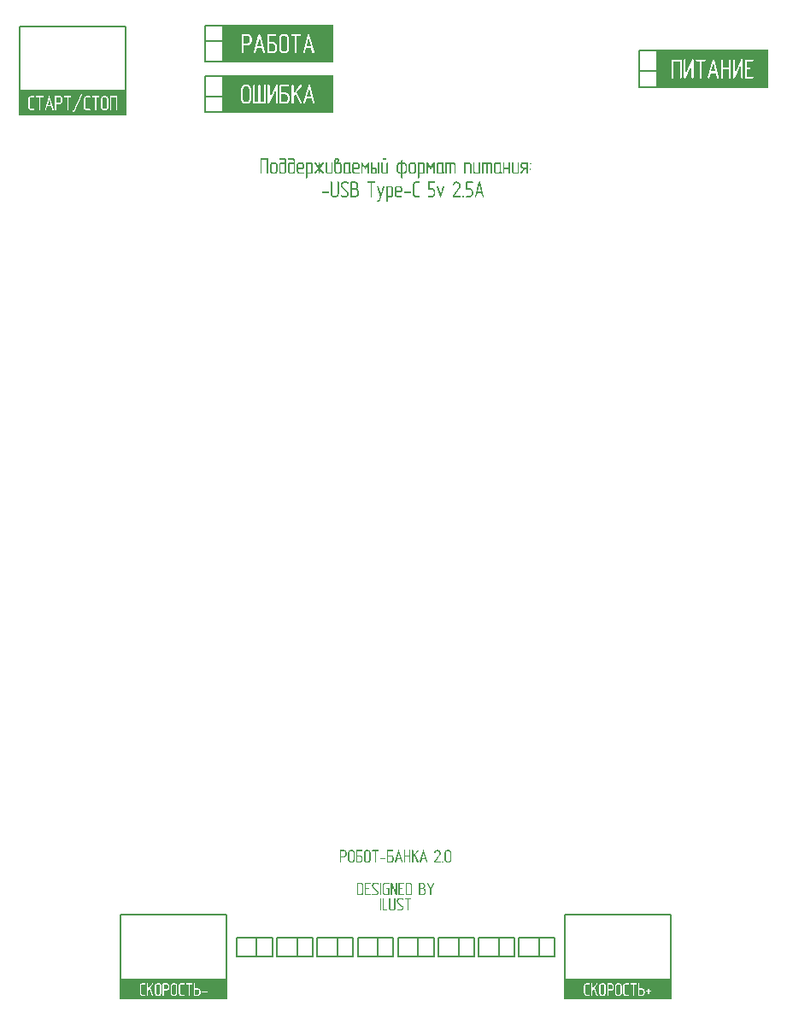
<source format=gto>
G04*
G04 #@! TF.GenerationSoftware,Altium Limited,Altium Designer,21.8.1 (53)*
G04*
G04 Layer_Color=65535*
%FSLAX42Y42*%
%MOMM*%
G71*
G04*
G04 #@! TF.SameCoordinates,ECD59B7C-F3D5-4042-AA40-CB62378B2820*
G04*
G04*
G04 #@! TF.FilePolarity,Positive*
G04*
G01*
G75*
%ADD10C,0.20*%
G36*
X-191Y-3762D02*
X-190D01*
X-189Y-3762D01*
X-186Y-3762D01*
X-183Y-3763D01*
X-179Y-3764D01*
X-176Y-3766D01*
X-172Y-3768D01*
X-172Y-3768D01*
X-172Y-3768D01*
X-171Y-3769D01*
X-170Y-3771D01*
X-170Y-3772D01*
X-169Y-3773D01*
Y-3773D01*
Y-3773D01*
X-170Y-3774D01*
X-170Y-3776D01*
X-171Y-3777D01*
X-171Y-3777D01*
X-172Y-3778D01*
X-173Y-3778D01*
X-174Y-3779D01*
X-176Y-3779D01*
X-176D01*
X-177Y-3779D01*
X-178Y-3779D01*
X-179Y-3778D01*
X-180Y-3778D01*
X-181Y-3777D01*
X-182Y-3777D01*
X-184Y-3776D01*
X-186Y-3775D01*
X-188Y-3774D01*
X-191Y-3774D01*
X-193Y-3774D01*
X-208D01*
X-209Y-3774D01*
X-210Y-3774D01*
X-212Y-3775D01*
X-214Y-3776D01*
X-216Y-3777D01*
X-218Y-3778D01*
X-218Y-3778D01*
X-218Y-3779D01*
X-219Y-3780D01*
X-220Y-3781D01*
X-221Y-3783D01*
X-221Y-3785D01*
X-222Y-3787D01*
X-222Y-3790D01*
Y-3790D01*
Y-3791D01*
X-222Y-3792D01*
X-221Y-3793D01*
X-221Y-3795D01*
X-220Y-3797D01*
X-219Y-3799D01*
X-217Y-3801D01*
X-178Y-3840D01*
X-178D01*
X-178Y-3840D01*
X-177Y-3841D01*
X-176Y-3843D01*
X-174Y-3845D01*
X-173Y-3848D01*
X-171Y-3852D01*
X-170Y-3855D01*
X-170Y-3857D01*
Y-3859D01*
Y-3860D01*
Y-3860D01*
Y-3860D01*
X-170Y-3861D01*
Y-3862D01*
X-170Y-3864D01*
X-171Y-3866D01*
X-172Y-3869D01*
X-174Y-3873D01*
X-176Y-3876D01*
X-177Y-3878D01*
X-178Y-3879D01*
X-179Y-3880D01*
X-180Y-3881D01*
X-181Y-3882D01*
X-184Y-3883D01*
X-187Y-3885D01*
X-190Y-3886D01*
X-194Y-3887D01*
X-196Y-3887D01*
X-198Y-3887D01*
X-212D01*
X-213Y-3887D01*
X-214D01*
X-216Y-3887D01*
X-219Y-3887D01*
X-222Y-3886D01*
X-226Y-3885D01*
X-229Y-3883D01*
X-232Y-3881D01*
X-233Y-3881D01*
X-233Y-3881D01*
X-233Y-3880D01*
X-234Y-3878D01*
X-235Y-3877D01*
X-235Y-3876D01*
Y-3876D01*
Y-3876D01*
X-235Y-3875D01*
X-234Y-3873D01*
X-233Y-3872D01*
Y-3872D01*
X-233Y-3872D01*
X-232Y-3871D01*
X-231Y-3870D01*
X-230Y-3870D01*
X-228D01*
X-228Y-3870D01*
X-226Y-3870D01*
X-225Y-3871D01*
X-224Y-3871D01*
X-224Y-3872D01*
X-222Y-3872D01*
X-221Y-3873D01*
X-218Y-3874D01*
X-216Y-3875D01*
X-214Y-3875D01*
X-211Y-3875D01*
X-197D01*
X-196Y-3875D01*
X-194Y-3875D01*
X-193Y-3874D01*
X-191Y-3873D01*
X-189Y-3872D01*
X-187Y-3871D01*
X-187Y-3870D01*
X-186Y-3870D01*
X-186Y-3869D01*
X-185Y-3867D01*
X-184Y-3866D01*
X-183Y-3864D01*
X-183Y-3862D01*
X-182Y-3859D01*
Y-3859D01*
Y-3858D01*
X-183Y-3857D01*
X-183Y-3856D01*
X-184Y-3854D01*
X-184Y-3852D01*
X-186Y-3850D01*
X-187Y-3848D01*
X-226Y-3809D01*
Y-3809D01*
X-227Y-3809D01*
X-228Y-3808D01*
X-229Y-3806D01*
X-230Y-3804D01*
X-232Y-3801D01*
X-233Y-3797D01*
X-234Y-3794D01*
X-234Y-3792D01*
X-235Y-3790D01*
Y-3789D01*
Y-3789D01*
Y-3788D01*
X-234Y-3787D01*
X-234Y-3785D01*
X-233Y-3783D01*
X-233Y-3780D01*
X-231Y-3776D01*
X-229Y-3773D01*
X-228Y-3771D01*
X-226Y-3770D01*
X-226Y-3770D01*
X-226Y-3769D01*
X-225Y-3768D01*
X-223Y-3767D01*
X-221Y-3765D01*
X-218Y-3764D01*
X-215Y-3763D01*
X-211Y-3762D01*
X-209Y-3761D01*
X-192D01*
X-191Y-3762D01*
D02*
G37*
G36*
X380D02*
X381Y-3762D01*
X382Y-3763D01*
X383Y-3764D01*
X384Y-3765D01*
X384Y-3767D01*
Y-3768D01*
X384Y-3768D01*
X384Y-3769D01*
X383Y-3771D01*
X353Y-3826D01*
Y-3881D01*
Y-3882D01*
Y-3882D01*
X353Y-3883D01*
X353Y-3884D01*
X352Y-3886D01*
X351Y-3887D01*
X349Y-3887D01*
X347Y-3887D01*
X347D01*
X346Y-3887D01*
X345Y-3887D01*
X344Y-3887D01*
X343Y-3886D01*
X342Y-3885D01*
X341Y-3883D01*
X341Y-3881D01*
Y-3826D01*
X311Y-3770D01*
X311Y-3770D01*
X311Y-3770D01*
X310Y-3768D01*
X310Y-3767D01*
Y-3767D01*
X310Y-3766D01*
X311Y-3765D01*
X311Y-3764D01*
X312Y-3763D01*
X313Y-3762D01*
X315Y-3761D01*
X317Y-3761D01*
X317D01*
X318Y-3761D01*
X319Y-3762D01*
X320Y-3762D01*
X321Y-3763D01*
X321Y-3764D01*
X322Y-3765D01*
X347Y-3813D01*
X372Y-3765D01*
Y-3764D01*
X373Y-3764D01*
X374Y-3763D01*
X375Y-3762D01*
X376Y-3761D01*
X378Y-3761D01*
X379D01*
X380Y-3762D01*
D02*
G37*
G36*
X11Y-3762D02*
X12Y-3762D01*
X13Y-3763D01*
X14Y-3764D01*
X15Y-3765D01*
X15Y-3767D01*
Y-3881D01*
Y-3882D01*
Y-3882D01*
X15Y-3883D01*
X14Y-3884D01*
X14Y-3886D01*
X12Y-3887D01*
X11Y-3887D01*
X9Y-3887D01*
X8D01*
X7Y-3887D01*
X6Y-3887D01*
X6Y-3886D01*
X5Y-3886D01*
X4Y-3885D01*
X3Y-3883D01*
X-38Y-3789D01*
Y-3881D01*
Y-3882D01*
Y-3882D01*
X-38Y-3883D01*
X-39Y-3884D01*
X-39Y-3886D01*
X-40Y-3887D01*
X-42Y-3887D01*
X-44Y-3887D01*
X-44D01*
X-45Y-3887D01*
X-46Y-3887D01*
X-47Y-3887D01*
X-48Y-3886D01*
X-49Y-3885D01*
X-50Y-3883D01*
X-50Y-3881D01*
Y-3767D01*
Y-3767D01*
X-50Y-3767D01*
X-50Y-3766D01*
X-49Y-3764D01*
X-49Y-3763D01*
X-48Y-3762D01*
X-46Y-3762D01*
X-44Y-3761D01*
X-43D01*
X-43Y-3762D01*
X-42Y-3762D01*
X-41Y-3762D01*
X-40Y-3763D01*
X-39Y-3764D01*
X-38Y-3765D01*
X3Y-3860D01*
Y-3767D01*
Y-3767D01*
X3Y-3767D01*
X3Y-3766D01*
X3Y-3764D01*
X4Y-3763D01*
X5Y-3762D01*
X7Y-3762D01*
X9Y-3761D01*
X10D01*
X11Y-3762D01*
D02*
G37*
G36*
X266Y-3762D02*
X266D01*
X268Y-3762D01*
X270Y-3762D01*
X273Y-3763D01*
X277Y-3765D01*
X280Y-3767D01*
X282Y-3768D01*
X283Y-3770D01*
X284D01*
X284Y-3770D01*
X285Y-3771D01*
X286Y-3773D01*
X288Y-3775D01*
X289Y-3778D01*
X291Y-3781D01*
X291Y-3785D01*
X292Y-3787D01*
Y-3789D01*
Y-3798D01*
Y-3798D01*
Y-3799D01*
Y-3799D01*
X292Y-3800D01*
X291Y-3801D01*
X291Y-3803D01*
X291Y-3806D01*
X289Y-3809D01*
X288Y-3812D01*
X286Y-3814D01*
X285Y-3815D01*
X284Y-3817D01*
X282Y-3818D01*
X282Y-3819D01*
X283Y-3819D01*
X284Y-3820D01*
X285Y-3820D01*
X287Y-3822D01*
X289Y-3823D01*
X290Y-3825D01*
X292Y-3827D01*
X292Y-3828D01*
X293Y-3829D01*
X293Y-3830D01*
X294Y-3832D01*
X295Y-3834D01*
X296Y-3836D01*
X296Y-3839D01*
X296Y-3842D01*
Y-3860D01*
Y-3860D01*
Y-3860D01*
Y-3861D01*
X296Y-3861D01*
X296Y-3863D01*
X295Y-3866D01*
X294Y-3869D01*
X293Y-3872D01*
X291Y-3876D01*
X289Y-3877D01*
X288Y-3879D01*
X288D01*
X287Y-3880D01*
X286Y-3880D01*
X284Y-3882D01*
X282Y-3883D01*
X279Y-3885D01*
X276Y-3886D01*
X272Y-3887D01*
X270Y-3887D01*
X268Y-3887D01*
X237D01*
X236Y-3887D01*
X235Y-3887D01*
X234Y-3887D01*
X233Y-3886D01*
X232Y-3885D01*
X231Y-3883D01*
X231Y-3881D01*
Y-3767D01*
Y-3767D01*
X231Y-3767D01*
X231Y-3766D01*
X232Y-3764D01*
X233Y-3763D01*
X234Y-3762D01*
X235Y-3762D01*
X237Y-3761D01*
X265D01*
X266Y-3762D01*
D02*
G37*
G36*
X138D02*
X139D01*
X140Y-3762D01*
X143Y-3762D01*
X146Y-3763D01*
X149Y-3765D01*
X153Y-3767D01*
X154Y-3768D01*
X156Y-3770D01*
X156D01*
X156Y-3770D01*
X157Y-3771D01*
X159Y-3773D01*
X160Y-3775D01*
X162Y-3778D01*
X163Y-3781D01*
X164Y-3785D01*
X164Y-3787D01*
Y-3789D01*
Y-3860D01*
Y-3860D01*
Y-3860D01*
Y-3861D01*
X164Y-3861D01*
X164Y-3864D01*
X163Y-3866D01*
X162Y-3870D01*
X161Y-3873D01*
X159Y-3876D01*
X158Y-3878D01*
X156Y-3879D01*
X156Y-3880D01*
X155Y-3881D01*
X153Y-3882D01*
X151Y-3883D01*
X148Y-3885D01*
X144Y-3886D01*
X140Y-3887D01*
X138Y-3887D01*
X136Y-3887D01*
X105D01*
X104Y-3887D01*
X104Y-3887D01*
X102Y-3887D01*
X101Y-3886D01*
X100Y-3885D01*
X99Y-3883D01*
X99Y-3881D01*
Y-3767D01*
Y-3767D01*
X99Y-3767D01*
X100Y-3766D01*
X100Y-3764D01*
X101Y-3763D01*
X102Y-3762D01*
X103Y-3762D01*
X105Y-3761D01*
X137D01*
X138Y-3762D01*
D02*
G37*
G36*
X81Y-3762D02*
X82Y-3762D01*
X83Y-3763D01*
X84Y-3764D01*
X85Y-3765D01*
X85Y-3767D01*
Y-3768D01*
Y-3768D01*
X85Y-3769D01*
X84Y-3770D01*
X84Y-3772D01*
X83Y-3773D01*
X81Y-3773D01*
X79Y-3774D01*
X41D01*
Y-3814D01*
X62D01*
X63Y-3814D01*
X65Y-3815D01*
X66Y-3815D01*
X67Y-3817D01*
X67Y-3818D01*
X68Y-3820D01*
Y-3820D01*
Y-3821D01*
X67Y-3822D01*
X67Y-3823D01*
X66Y-3824D01*
X65Y-3825D01*
X64Y-3826D01*
X61Y-3826D01*
X41D01*
Y-3875D01*
X80D01*
X81Y-3876D01*
X82Y-3876D01*
X83Y-3877D01*
X84Y-3878D01*
X85Y-3879D01*
X85Y-3881D01*
Y-3882D01*
Y-3882D01*
X85Y-3883D01*
X84Y-3884D01*
X84Y-3886D01*
X83Y-3887D01*
X81Y-3887D01*
X79Y-3887D01*
X35D01*
X34Y-3887D01*
X33Y-3887D01*
X32Y-3887D01*
X31Y-3886D01*
X30Y-3885D01*
X29Y-3883D01*
X29Y-3881D01*
Y-3767D01*
Y-3767D01*
X29Y-3767D01*
X29Y-3766D01*
X30Y-3764D01*
X31Y-3763D01*
X32Y-3762D01*
X33Y-3762D01*
X35Y-3761D01*
X80D01*
X81Y-3762D01*
D02*
G37*
G36*
X-68D02*
X-67Y-3762D01*
X-66Y-3763D01*
X-65Y-3764D01*
X-64Y-3765D01*
X-64Y-3767D01*
Y-3768D01*
Y-3768D01*
X-64Y-3769D01*
X-65Y-3770D01*
X-66Y-3772D01*
X-67Y-3773D01*
X-68Y-3773D01*
X-70Y-3774D01*
X-102D01*
X-103Y-3774D01*
X-105Y-3774D01*
X-107Y-3775D01*
X-109Y-3776D01*
X-110Y-3777D01*
X-112Y-3778D01*
X-112Y-3779D01*
X-113Y-3779D01*
X-114Y-3780D01*
X-114Y-3782D01*
X-115Y-3783D01*
X-116Y-3785D01*
X-117Y-3787D01*
X-117Y-3789D01*
Y-3860D01*
Y-3860D01*
Y-3861D01*
X-117Y-3862D01*
X-116Y-3863D01*
X-116Y-3865D01*
X-115Y-3867D01*
X-114Y-3869D01*
X-112Y-3871D01*
X-112Y-3871D01*
X-111Y-3871D01*
X-110Y-3872D01*
X-109Y-3873D01*
X-107Y-3874D01*
X-106Y-3875D01*
X-104Y-3875D01*
X-101Y-3875D01*
X-76D01*
Y-3826D01*
X-88D01*
X-89Y-3826D01*
X-90Y-3826D01*
X-91Y-3825D01*
X-92Y-3825D01*
X-93Y-3824D01*
X-94Y-3822D01*
X-94Y-3820D01*
Y-3820D01*
X-94Y-3819D01*
X-94Y-3818D01*
X-93Y-3817D01*
X-93Y-3816D01*
X-91Y-3815D01*
X-90Y-3814D01*
X-88Y-3814D01*
X-69D01*
X-68Y-3814D01*
X-67Y-3815D01*
X-66Y-3815D01*
X-65Y-3817D01*
X-64Y-3818D01*
X-64Y-3820D01*
Y-3881D01*
Y-3882D01*
Y-3882D01*
X-64Y-3883D01*
X-65Y-3884D01*
X-66Y-3886D01*
X-67Y-3887D01*
X-68Y-3887D01*
X-70Y-3887D01*
X-102D01*
X-103Y-3887D01*
X-104D01*
X-105Y-3887D01*
X-108Y-3886D01*
X-111Y-3885D01*
X-114Y-3884D01*
X-118Y-3882D01*
X-119Y-3881D01*
X-121Y-3879D01*
Y-3879D01*
X-121Y-3879D01*
X-122Y-3878D01*
X-124Y-3876D01*
X-125Y-3874D01*
X-127Y-3871D01*
X-128Y-3867D01*
X-129Y-3864D01*
X-129Y-3862D01*
X-129Y-3860D01*
Y-3789D01*
Y-3789D01*
Y-3789D01*
Y-3788D01*
X-129Y-3787D01*
X-129Y-3785D01*
X-128Y-3782D01*
X-127Y-3780D01*
X-126Y-3776D01*
X-124Y-3773D01*
X-123Y-3771D01*
X-121Y-3770D01*
X-121Y-3770D01*
X-121Y-3769D01*
X-120Y-3768D01*
X-118Y-3767D01*
X-116Y-3765D01*
X-113Y-3764D01*
X-109Y-3763D01*
X-105Y-3762D01*
X-103Y-3761D01*
X-69D01*
X-68Y-3762D01*
D02*
G37*
G36*
X-148D02*
X-146Y-3762D01*
X-145Y-3763D01*
X-144Y-3764D01*
X-144Y-3765D01*
X-143Y-3767D01*
Y-3881D01*
Y-3882D01*
Y-3882D01*
X-144Y-3883D01*
X-144Y-3884D01*
X-145Y-3886D01*
X-146Y-3887D01*
X-148Y-3887D01*
X-150Y-3887D01*
X-150D01*
X-151Y-3887D01*
X-151Y-3887D01*
X-153Y-3887D01*
X-154Y-3886D01*
X-155Y-3885D01*
X-156Y-3883D01*
X-156Y-3881D01*
Y-3767D01*
Y-3767D01*
X-156Y-3767D01*
X-155Y-3766D01*
X-155Y-3764D01*
X-154Y-3763D01*
X-153Y-3762D01*
X-152Y-3762D01*
X-150Y-3761D01*
X-149D01*
X-148Y-3762D01*
D02*
G37*
G36*
X-253D02*
X-252Y-3762D01*
X-251Y-3763D01*
X-250Y-3764D01*
X-249Y-3765D01*
X-249Y-3767D01*
Y-3768D01*
Y-3768D01*
X-249Y-3769D01*
X-250Y-3770D01*
X-250Y-3772D01*
X-251Y-3773D01*
X-253Y-3773D01*
X-255Y-3774D01*
X-293D01*
Y-3814D01*
X-272D01*
X-271Y-3814D01*
X-269Y-3815D01*
X-268Y-3815D01*
X-267Y-3817D01*
X-267Y-3818D01*
X-266Y-3820D01*
Y-3820D01*
Y-3821D01*
X-267Y-3822D01*
X-267Y-3823D01*
X-268Y-3824D01*
X-269Y-3825D01*
X-271Y-3826D01*
X-273Y-3826D01*
X-293D01*
Y-3875D01*
X-254D01*
X-253Y-3876D01*
X-252Y-3876D01*
X-251Y-3877D01*
X-250Y-3878D01*
X-249Y-3879D01*
X-249Y-3881D01*
Y-3882D01*
Y-3882D01*
X-249Y-3883D01*
X-250Y-3884D01*
X-250Y-3886D01*
X-251Y-3887D01*
X-253Y-3887D01*
X-255Y-3887D01*
X-299D01*
X-300Y-3887D01*
X-301Y-3887D01*
X-302Y-3887D01*
X-303Y-3886D01*
X-304Y-3885D01*
X-305Y-3883D01*
X-305Y-3881D01*
Y-3767D01*
Y-3767D01*
X-305Y-3767D01*
X-305Y-3766D01*
X-304Y-3764D01*
X-303Y-3763D01*
X-302Y-3762D01*
X-301Y-3762D01*
X-299Y-3761D01*
X-254D01*
X-253Y-3762D01*
D02*
G37*
G36*
X-345Y-3762D02*
X-344D01*
X-343Y-3762D01*
X-341Y-3762D01*
X-337Y-3763D01*
X-334Y-3765D01*
X-331Y-3767D01*
X-329Y-3768D01*
X-327Y-3770D01*
X-327D01*
X-327Y-3770D01*
X-326Y-3771D01*
X-325Y-3773D01*
X-323Y-3775D01*
X-322Y-3778D01*
X-320Y-3781D01*
X-319Y-3785D01*
X-319Y-3787D01*
Y-3789D01*
Y-3860D01*
Y-3860D01*
Y-3860D01*
Y-3861D01*
X-319Y-3861D01*
X-319Y-3864D01*
X-320Y-3866D01*
X-321Y-3870D01*
X-323Y-3873D01*
X-325Y-3876D01*
X-326Y-3878D01*
X-327Y-3879D01*
X-328Y-3880D01*
X-329Y-3881D01*
X-331Y-3882D01*
X-333Y-3883D01*
X-336Y-3885D01*
X-339Y-3886D01*
X-343Y-3887D01*
X-345Y-3887D01*
X-347Y-3887D01*
X-378D01*
X-379Y-3887D01*
X-380Y-3887D01*
X-381Y-3887D01*
X-382Y-3886D01*
X-383Y-3885D01*
X-384Y-3883D01*
X-384Y-3881D01*
Y-3767D01*
Y-3767D01*
X-384Y-3767D01*
X-384Y-3766D01*
X-383Y-3764D01*
X-383Y-3763D01*
X-382Y-3762D01*
X-380Y-3762D01*
X-378Y-3761D01*
X-346D01*
X-345Y-3762D01*
D02*
G37*
G36*
X55Y-3913D02*
X56D01*
X57Y-3913D01*
X60Y-3913D01*
X63Y-3914D01*
X67Y-3915D01*
X71Y-3917D01*
X74Y-3919D01*
X74Y-3919D01*
X74Y-3920D01*
X75Y-3921D01*
X76Y-3922D01*
X77Y-3923D01*
X77Y-3924D01*
Y-3924D01*
Y-3924D01*
X77Y-3925D01*
X76Y-3927D01*
X76Y-3928D01*
X75Y-3929D01*
X74Y-3929D01*
X74Y-3930D01*
X72Y-3930D01*
X71Y-3930D01*
X70D01*
X69Y-3930D01*
X68Y-3930D01*
X67Y-3930D01*
X66Y-3929D01*
X66Y-3929D01*
X64Y-3928D01*
X62Y-3927D01*
X60Y-3926D01*
X58Y-3926D01*
X55Y-3925D01*
X53Y-3925D01*
X39D01*
X37Y-3925D01*
X36Y-3925D01*
X34Y-3926D01*
X32Y-3927D01*
X31Y-3928D01*
X29Y-3930D01*
X29Y-3930D01*
X28Y-3930D01*
X27Y-3931D01*
X26Y-3933D01*
X26Y-3934D01*
X25Y-3936D01*
X24Y-3938D01*
X24Y-3941D01*
Y-3941D01*
Y-3942D01*
X24Y-3943D01*
X25Y-3945D01*
X25Y-3946D01*
X26Y-3948D01*
X27Y-3950D01*
X29Y-3952D01*
X68Y-3991D01*
X68D01*
X68Y-3991D01*
X69Y-3993D01*
X71Y-3994D01*
X72Y-3997D01*
X74Y-4000D01*
X75Y-4003D01*
X76Y-4007D01*
X76Y-4009D01*
Y-4011D01*
Y-4011D01*
Y-4011D01*
Y-4012D01*
X76Y-4013D01*
Y-4014D01*
X76Y-4015D01*
X75Y-4018D01*
X74Y-4021D01*
X73Y-4024D01*
X71Y-4028D01*
X69Y-4029D01*
X68Y-4031D01*
X68Y-4031D01*
X66Y-4032D01*
X65Y-4033D01*
X62Y-4035D01*
X59Y-4036D01*
X56Y-4038D01*
X52Y-4038D01*
X50Y-4039D01*
X48Y-4039D01*
X34D01*
X33Y-4039D01*
X32D01*
X31Y-4038D01*
X28Y-4038D01*
X24Y-4037D01*
X21Y-4036D01*
X17Y-4035D01*
X14Y-4032D01*
X14Y-4032D01*
X14Y-4032D01*
X13Y-4031D01*
X12Y-4029D01*
X12Y-4028D01*
X11Y-4027D01*
Y-4027D01*
Y-4027D01*
X12Y-4026D01*
X12Y-4025D01*
X13Y-4023D01*
Y-4023D01*
X14Y-4023D01*
X14Y-4022D01*
X16Y-4022D01*
X17Y-4021D01*
X18D01*
X19Y-4021D01*
X20Y-4022D01*
X21Y-4023D01*
X22Y-4023D01*
X23Y-4023D01*
X24Y-4024D01*
X26Y-4025D01*
X28Y-4025D01*
X30Y-4026D01*
X33Y-4026D01*
X35Y-4027D01*
X49D01*
X50Y-4026D01*
X52Y-4026D01*
X54Y-4025D01*
X56Y-4025D01*
X57Y-4023D01*
X59Y-4022D01*
X59Y-4022D01*
X60Y-4021D01*
X61Y-4020D01*
X62Y-4019D01*
X62Y-4017D01*
X63Y-4015D01*
X64Y-4013D01*
X64Y-4011D01*
Y-4010D01*
Y-4010D01*
X64Y-4008D01*
X63Y-4007D01*
X63Y-4005D01*
X62Y-4003D01*
X61Y-4002D01*
X59Y-4000D01*
X20Y-3960D01*
Y-3960D01*
X20Y-3960D01*
X19Y-3959D01*
X17Y-3957D01*
X16Y-3955D01*
X14Y-3952D01*
X13Y-3949D01*
X12Y-3945D01*
X12Y-3943D01*
X12Y-3941D01*
Y-3941D01*
Y-3940D01*
Y-3940D01*
X12Y-3939D01*
X12Y-3937D01*
X13Y-3934D01*
X14Y-3931D01*
X15Y-3928D01*
X17Y-3924D01*
X18Y-3923D01*
X20Y-3921D01*
X20Y-3921D01*
X20Y-3921D01*
X21Y-3920D01*
X23Y-3918D01*
X25Y-3917D01*
X28Y-3915D01*
X32Y-3914D01*
X36Y-3913D01*
X38Y-3913D01*
X54D01*
X55Y-3913D01*
D02*
G37*
G36*
X-7Y-3913D02*
X-6Y-3913D01*
X-4Y-3914D01*
X-3Y-3915D01*
X-3Y-3917D01*
X-2Y-3919D01*
Y-4011D01*
Y-4011D01*
Y-4011D01*
Y-4012D01*
X-3Y-4013D01*
X-3Y-4015D01*
X-4Y-4018D01*
X-4Y-4021D01*
X-6Y-4024D01*
X-8Y-4028D01*
X-9Y-4029D01*
X-11Y-4031D01*
X-11Y-4031D01*
X-12Y-4032D01*
X-14Y-4033D01*
X-16Y-4035D01*
X-19Y-4036D01*
X-23Y-4038D01*
X-26Y-4038D01*
X-29Y-4039D01*
X-31Y-4039D01*
X-41D01*
X-41Y-4039D01*
X-42D01*
X-44Y-4038D01*
X-46Y-4038D01*
X-49Y-4037D01*
X-53Y-4035D01*
X-56Y-4033D01*
X-58Y-4032D01*
X-59Y-4031D01*
Y-4030D01*
X-60Y-4030D01*
X-61Y-4029D01*
X-62Y-4028D01*
X-64Y-4025D01*
X-65Y-4022D01*
X-66Y-4019D01*
X-67Y-4015D01*
X-67Y-4013D01*
X-68Y-4011D01*
Y-3919D01*
Y-3919D01*
X-67Y-3918D01*
X-67Y-3917D01*
X-67Y-3916D01*
X-66Y-3915D01*
X-65Y-3914D01*
X-64Y-3913D01*
X-61Y-3913D01*
X-61D01*
X-59Y-3913D01*
X-58Y-3913D01*
X-57Y-3914D01*
X-56Y-3915D01*
X-55Y-3917D01*
X-55Y-3919D01*
Y-4011D01*
Y-4011D01*
Y-4012D01*
X-55Y-4013D01*
X-55Y-4015D01*
X-54Y-4016D01*
X-53Y-4018D01*
X-52Y-4020D01*
X-51Y-4022D01*
X-50Y-4022D01*
X-50Y-4023D01*
X-49Y-4023D01*
X-47Y-4024D01*
X-46Y-4025D01*
X-44Y-4026D01*
X-42Y-4026D01*
X-39Y-4027D01*
X-30D01*
X-29Y-4026D01*
X-27Y-4026D01*
X-25Y-4025D01*
X-23Y-4025D01*
X-21Y-4024D01*
X-20Y-4022D01*
X-19Y-4022D01*
X-19Y-4021D01*
X-18Y-4020D01*
X-17Y-4019D01*
X-16Y-4017D01*
X-16Y-4015D01*
X-15Y-4013D01*
X-15Y-4011D01*
Y-3919D01*
Y-3919D01*
X-15Y-3918D01*
X-14Y-3917D01*
X-14Y-3916D01*
X-13Y-3915D01*
X-12Y-3914D01*
X-11Y-3913D01*
X-9Y-3913D01*
X-8D01*
X-7Y-3913D01*
D02*
G37*
G36*
X151D02*
X152Y-3913D01*
X154Y-3914D01*
X155Y-3915D01*
X155Y-3917D01*
X156Y-3919D01*
Y-3919D01*
Y-3920D01*
X155Y-3921D01*
X155Y-3922D01*
X154Y-3923D01*
X153Y-3924D01*
X151Y-3925D01*
X149Y-3925D01*
X129D01*
Y-4033D01*
Y-4033D01*
Y-4034D01*
X129Y-4035D01*
X129Y-4036D01*
X128Y-4037D01*
X127Y-4038D01*
X125Y-4039D01*
X123Y-4039D01*
X123D01*
X122Y-4039D01*
X121Y-4038D01*
X120Y-4038D01*
X119Y-4037D01*
X118Y-4036D01*
X117Y-4035D01*
X117Y-4033D01*
Y-3925D01*
X96D01*
X96Y-3925D01*
X95Y-3925D01*
X94Y-3924D01*
X92Y-3923D01*
X91Y-3922D01*
X91Y-3921D01*
X91Y-3919D01*
Y-3919D01*
X91Y-3918D01*
X91Y-3917D01*
X91Y-3916D01*
X92Y-3915D01*
X93Y-3914D01*
X95Y-3913D01*
X97Y-3913D01*
X150D01*
X151Y-3913D01*
D02*
G37*
G36*
X-121D02*
X-120Y-3913D01*
X-119Y-3914D01*
X-118Y-3915D01*
X-117Y-3917D01*
X-117Y-3919D01*
Y-4027D01*
X-87D01*
X-86Y-4027D01*
X-85Y-4027D01*
X-84Y-4028D01*
X-83Y-4029D01*
X-82Y-4031D01*
X-82Y-4033D01*
Y-4033D01*
Y-4034D01*
X-82Y-4035D01*
X-82Y-4036D01*
X-83Y-4037D01*
X-84Y-4038D01*
X-86Y-4039D01*
X-88Y-4039D01*
X-123D01*
X-124Y-4039D01*
X-125Y-4038D01*
X-126Y-4038D01*
X-127Y-4037D01*
X-128Y-4036D01*
X-129Y-4035D01*
X-129Y-4033D01*
Y-3919D01*
Y-3919D01*
X-129Y-3918D01*
X-129Y-3917D01*
X-128Y-3916D01*
X-128Y-3915D01*
X-126Y-3914D01*
X-125Y-3913D01*
X-123Y-3913D01*
X-122D01*
X-121Y-3913D01*
D02*
G37*
G36*
X-147D02*
X-146Y-3913D01*
X-145Y-3914D01*
X-144Y-3915D01*
X-143Y-3917D01*
X-143Y-3919D01*
Y-4033D01*
Y-4033D01*
Y-4034D01*
X-144Y-4035D01*
X-144Y-4036D01*
X-145Y-4037D01*
X-146Y-4038D01*
X-147Y-4039D01*
X-149Y-4039D01*
X-150D01*
X-150Y-4039D01*
X-151Y-4038D01*
X-152Y-4038D01*
X-154Y-4037D01*
X-155Y-4036D01*
X-155Y-4035D01*
X-156Y-4033D01*
Y-3919D01*
Y-3919D01*
X-155Y-3918D01*
X-155Y-3917D01*
X-155Y-3916D01*
X-154Y-3915D01*
X-153Y-3914D01*
X-151Y-3913D01*
X-149Y-3913D01*
X-149D01*
X-147Y-3913D01*
D02*
G37*
G36*
X-2665Y3835D02*
X-3735D01*
Y4085D01*
X-2665D01*
Y3835D01*
D02*
G37*
G36*
X-96Y3417D02*
X-95Y3416D01*
X-93Y3415D01*
X-92Y3414D01*
X-91Y3412D01*
X-91Y3410D01*
Y3409D01*
Y3408D01*
X-92Y3407D01*
X-92Y3406D01*
X-93Y3404D01*
X-94Y3403D01*
X-96Y3402D01*
X-99Y3402D01*
X-121D01*
X-122Y3402D01*
X-123Y3402D01*
X-124Y3403D01*
X-126Y3404D01*
X-127Y3405D01*
X-128Y3407D01*
X-128Y3410D01*
Y3410D01*
X-128Y3411D01*
X-128Y3412D01*
X-127Y3413D01*
X-126Y3415D01*
X-125Y3416D01*
X-123Y3417D01*
X-120Y3417D01*
X-98D01*
X-96Y3417D01*
D02*
G37*
G36*
X1337Y3367D02*
X1338Y3367D01*
X1340Y3366D01*
X1341Y3365D01*
X1342Y3363D01*
X1342Y3360D01*
Y3360D01*
Y3359D01*
X1342Y3358D01*
X1341Y3356D01*
X1340Y3355D01*
X1339Y3354D01*
X1337Y3353D01*
X1334Y3352D01*
X1334D01*
X1333Y3353D01*
X1332Y3353D01*
X1331Y3353D01*
X1329Y3354D01*
X1328Y3356D01*
X1327Y3358D01*
X1327Y3360D01*
Y3360D01*
X1327Y3361D01*
X1327Y3363D01*
X1328Y3364D01*
X1329Y3366D01*
X1330Y3367D01*
X1332Y3368D01*
X1334Y3368D01*
X1335D01*
X1337Y3367D01*
D02*
G37*
G36*
X382Y3373D02*
X383Y3373D01*
X385Y3372D01*
X386Y3370D01*
X387Y3368D01*
X387Y3366D01*
Y3267D01*
Y3267D01*
Y3266D01*
X387Y3265D01*
X386Y3264D01*
X385Y3262D01*
X384Y3261D01*
X382Y3260D01*
X379Y3260D01*
X379D01*
X378Y3260D01*
X377Y3260D01*
X376Y3261D01*
X374Y3261D01*
X373Y3263D01*
X372Y3265D01*
X372Y3267D01*
Y3345D01*
X353Y3313D01*
X353Y3312D01*
X353Y3312D01*
X352Y3311D01*
X351Y3310D01*
X349Y3309D01*
X348Y3308D01*
X347Y3308D01*
X346D01*
X345Y3308D01*
X344Y3308D01*
X343Y3309D01*
X342Y3310D01*
X341Y3311D01*
X340Y3312D01*
X321Y3345D01*
Y3267D01*
Y3267D01*
Y3266D01*
X321Y3265D01*
X320Y3264D01*
X319Y3262D01*
X318Y3261D01*
X316Y3260D01*
X313Y3260D01*
X313D01*
X312Y3260D01*
X311Y3260D01*
X310Y3261D01*
X308Y3261D01*
X307Y3263D01*
X306Y3265D01*
X306Y3267D01*
Y3366D01*
Y3366D01*
X306Y3367D01*
X306Y3368D01*
X307Y3370D01*
X308Y3371D01*
X309Y3373D01*
X311Y3373D01*
X313Y3374D01*
X314D01*
X315Y3373D01*
X316D01*
X318Y3373D01*
X319Y3372D01*
X319Y3371D01*
X346Y3329D01*
X373Y3370D01*
Y3370D01*
X373Y3371D01*
X375Y3372D01*
X377Y3373D01*
X378Y3373D01*
X379Y3374D01*
X381D01*
X382Y3373D01*
D02*
G37*
G36*
X-266D02*
X-265Y3373D01*
X-263Y3372D01*
X-262Y3370D01*
X-261Y3368D01*
X-261Y3366D01*
Y3267D01*
Y3267D01*
Y3266D01*
X-261Y3265D01*
X-262Y3264D01*
X-263Y3262D01*
X-264Y3261D01*
X-266Y3260D01*
X-269Y3260D01*
X-269D01*
X-270Y3260D01*
X-271Y3260D01*
X-272Y3261D01*
X-274Y3261D01*
X-275Y3263D01*
X-276Y3265D01*
X-276Y3267D01*
Y3345D01*
X-295Y3313D01*
X-295Y3312D01*
X-295Y3312D01*
X-296Y3311D01*
X-297Y3310D01*
X-299Y3309D01*
X-300Y3308D01*
X-302Y3308D01*
X-302D01*
X-303Y3308D01*
X-304Y3308D01*
X-305Y3309D01*
X-306Y3310D01*
X-307Y3311D01*
X-308Y3312D01*
X-327Y3345D01*
Y3267D01*
Y3267D01*
Y3266D01*
X-327Y3265D01*
X-328Y3264D01*
X-329Y3262D01*
X-330Y3261D01*
X-332Y3260D01*
X-335Y3260D01*
X-335D01*
X-336Y3260D01*
X-337Y3260D01*
X-338Y3261D01*
X-340Y3261D01*
X-341Y3263D01*
X-342Y3265D01*
X-342Y3267D01*
Y3366D01*
Y3366D01*
X-342Y3367D01*
X-342Y3368D01*
X-341Y3370D01*
X-340Y3371D01*
X-339Y3373D01*
X-337Y3373D01*
X-335Y3374D01*
X-334D01*
X-333Y3373D01*
X-332D01*
X-331Y3373D01*
X-330Y3372D01*
X-329Y3371D01*
X-302Y3329D01*
X-275Y3370D01*
Y3370D01*
X-275Y3371D01*
X-274Y3372D01*
X-272Y3373D01*
X-270Y3373D01*
X-269Y3374D01*
X-268D01*
X-266Y3373D01*
D02*
G37*
G36*
X1128Y3373D02*
X1130Y3373D01*
X1131Y3372D01*
X1132Y3370D01*
X1133Y3368D01*
X1133Y3366D01*
Y3267D01*
Y3267D01*
Y3266D01*
X1133Y3265D01*
X1133Y3264D01*
X1132Y3262D01*
X1130Y3261D01*
X1128Y3260D01*
X1126Y3260D01*
X1125D01*
X1124Y3260D01*
X1123Y3260D01*
X1122Y3261D01*
X1120Y3261D01*
X1119Y3263D01*
X1118Y3265D01*
X1118Y3267D01*
Y3309D01*
X1078D01*
Y3267D01*
Y3267D01*
Y3266D01*
X1078Y3265D01*
X1077Y3264D01*
X1077Y3262D01*
X1075Y3261D01*
X1073Y3260D01*
X1071Y3260D01*
X1070D01*
X1069Y3260D01*
X1068Y3260D01*
X1067Y3261D01*
X1065Y3261D01*
X1064Y3263D01*
X1063Y3265D01*
X1063Y3267D01*
Y3366D01*
Y3366D01*
X1063Y3367D01*
X1063Y3368D01*
X1064Y3370D01*
X1065Y3371D01*
X1066Y3372D01*
X1068Y3373D01*
X1071Y3373D01*
X1072D01*
X1073Y3373D01*
X1074Y3373D01*
X1076Y3372D01*
X1077Y3370D01*
X1078Y3368D01*
X1078Y3366D01*
Y3324D01*
X1118D01*
Y3366D01*
Y3366D01*
X1118Y3367D01*
X1118Y3368D01*
X1119Y3370D01*
X1120Y3371D01*
X1121Y3372D01*
X1123Y3373D01*
X1126Y3373D01*
X1127D01*
X1128Y3373D01*
D02*
G37*
G36*
X1337Y3313D02*
X1338Y3312D01*
X1340Y3311D01*
X1341Y3310D01*
X1342Y3308D01*
X1342Y3306D01*
Y3305D01*
Y3304D01*
X1342Y3303D01*
X1341Y3302D01*
X1340Y3300D01*
X1339Y3299D01*
X1337Y3298D01*
X1334Y3298D01*
X1334D01*
X1333Y3298D01*
X1332Y3298D01*
X1331Y3299D01*
X1329Y3300D01*
X1328Y3301D01*
X1327Y3303D01*
X1327Y3306D01*
Y3306D01*
X1327Y3307D01*
X1327Y3308D01*
X1328Y3310D01*
X1329Y3311D01*
X1330Y3312D01*
X1332Y3313D01*
X1334Y3313D01*
X1335D01*
X1337Y3313D01*
D02*
G37*
G36*
X1216Y3373D02*
X1217Y3373D01*
X1219Y3372D01*
X1220Y3370D01*
X1221Y3368D01*
X1221Y3366D01*
Y3267D01*
Y3267D01*
Y3266D01*
X1221Y3265D01*
X1220Y3264D01*
X1220Y3262D01*
X1218Y3261D01*
X1216Y3260D01*
X1214Y3260D01*
X1175D01*
X1174Y3260D01*
X1171Y3260D01*
X1169Y3261D01*
X1166Y3261D01*
X1164Y3263D01*
X1161Y3264D01*
X1158Y3267D01*
X1158Y3267D01*
X1157Y3268D01*
X1156Y3269D01*
X1154Y3271D01*
X1153Y3274D01*
X1152Y3277D01*
X1151Y3280D01*
X1151Y3284D01*
Y3366D01*
Y3366D01*
X1151Y3367D01*
X1151Y3368D01*
X1152Y3370D01*
X1153Y3371D01*
X1154Y3372D01*
X1156Y3373D01*
X1158Y3373D01*
X1160D01*
X1161Y3373D01*
X1162Y3373D01*
X1164Y3372D01*
X1165Y3370D01*
X1166Y3368D01*
X1166Y3366D01*
Y3284D01*
Y3283D01*
Y3283D01*
X1167Y3282D01*
Y3282D01*
X1167Y3280D01*
X1168Y3278D01*
X1169Y3277D01*
X1169D01*
X1169Y3277D01*
X1171Y3276D01*
X1173Y3275D01*
X1174Y3275D01*
X1175Y3275D01*
X1206D01*
Y3366D01*
Y3366D01*
X1206Y3367D01*
X1206Y3368D01*
X1207Y3370D01*
X1208Y3371D01*
X1209Y3372D01*
X1211Y3373D01*
X1214Y3373D01*
X1215D01*
X1216Y3373D01*
D02*
G37*
G36*
X832D02*
X833Y3373D01*
X835Y3372D01*
X836Y3370D01*
X837Y3368D01*
X837Y3366D01*
Y3267D01*
Y3267D01*
Y3266D01*
X837Y3265D01*
X836Y3264D01*
X835Y3262D01*
X834Y3261D01*
X832Y3260D01*
X829Y3260D01*
X791D01*
X789Y3260D01*
X787Y3260D01*
X785Y3261D01*
X782Y3261D01*
X779Y3263D01*
X776Y3264D01*
X774Y3267D01*
X773Y3267D01*
X773Y3268D01*
X772Y3269D01*
X770Y3271D01*
X769Y3274D01*
X768Y3277D01*
X767Y3280D01*
X767Y3284D01*
Y3366D01*
Y3366D01*
X767Y3367D01*
X767Y3368D01*
X768Y3370D01*
X769Y3371D01*
X770Y3372D01*
X772Y3373D01*
X774Y3373D01*
X776D01*
X777Y3373D01*
X778Y3373D01*
X780Y3372D01*
X781Y3370D01*
X782Y3368D01*
X782Y3366D01*
Y3284D01*
Y3283D01*
Y3283D01*
X782Y3282D01*
Y3282D01*
X783Y3280D01*
X784Y3278D01*
X785Y3277D01*
X785D01*
X785Y3277D01*
X786Y3276D01*
X788Y3275D01*
X790Y3275D01*
X791Y3275D01*
X822D01*
Y3366D01*
Y3366D01*
X822Y3367D01*
X822Y3368D01*
X823Y3370D01*
X824Y3371D01*
X825Y3372D01*
X827Y3373D01*
X829Y3373D01*
X831D01*
X832Y3373D01*
D02*
G37*
G36*
X-79Y3373D02*
X-78Y3372D01*
X-77Y3371D01*
X-75Y3370D01*
X-74Y3368D01*
X-74Y3366D01*
Y3267D01*
Y3267D01*
Y3266D01*
X-75Y3265D01*
X-75Y3264D01*
X-76Y3262D01*
X-77Y3261D01*
X-79Y3260D01*
X-82Y3260D01*
X-121D01*
X-122Y3260D01*
X-124Y3260D01*
X-126Y3261D01*
X-129Y3261D01*
X-132Y3263D01*
X-135Y3264D01*
X-138Y3267D01*
X-138Y3267D01*
X-139Y3268D01*
X-140Y3269D01*
X-141Y3271D01*
X-142Y3274D01*
X-144Y3277D01*
X-145Y3280D01*
X-145Y3284D01*
Y3366D01*
Y3366D01*
X-145Y3367D01*
X-144Y3368D01*
X-144Y3370D01*
X-143Y3371D01*
X-141Y3372D01*
X-140Y3373D01*
X-137Y3373D01*
X-136D01*
X-135Y3373D01*
X-133Y3372D01*
X-132Y3371D01*
X-130Y3370D01*
X-129Y3368D01*
X-129Y3366D01*
Y3284D01*
Y3283D01*
Y3283D01*
X-129Y3282D01*
Y3282D01*
X-128Y3280D01*
X-128Y3278D01*
X-127Y3277D01*
X-126D01*
X-126Y3277D01*
X-125Y3276D01*
X-123Y3275D01*
X-122Y3275D01*
X-121Y3275D01*
X-90D01*
Y3366D01*
Y3366D01*
X-89Y3367D01*
X-89Y3368D01*
X-89Y3370D01*
X-88Y3371D01*
X-86Y3372D01*
X-85Y3373D01*
X-82Y3373D01*
X-81D01*
X-79Y3373D01*
D02*
G37*
G36*
X-629Y3373D02*
X-627Y3373D01*
X-626Y3372D01*
X-625Y3370D01*
X-624Y3368D01*
X-623Y3366D01*
Y3267D01*
Y3267D01*
Y3266D01*
X-624Y3265D01*
X-624Y3264D01*
X-625Y3262D01*
X-627Y3261D01*
X-629Y3260D01*
X-631Y3260D01*
X-670D01*
X-671Y3260D01*
X-673Y3260D01*
X-676Y3261D01*
X-679Y3261D01*
X-681Y3263D01*
X-684Y3264D01*
X-687Y3267D01*
X-687Y3267D01*
X-688Y3268D01*
X-689Y3269D01*
X-691Y3271D01*
X-692Y3274D01*
X-693Y3277D01*
X-694Y3280D01*
X-694Y3284D01*
Y3366D01*
Y3366D01*
X-694Y3367D01*
X-694Y3368D01*
X-693Y3370D01*
X-692Y3371D01*
X-691Y3372D01*
X-689Y3373D01*
X-686Y3373D01*
X-685D01*
X-684Y3373D01*
X-682Y3373D01*
X-681Y3372D01*
X-680Y3370D01*
X-679Y3368D01*
X-679Y3366D01*
Y3284D01*
Y3283D01*
Y3283D01*
X-678Y3282D01*
Y3282D01*
X-677Y3280D01*
X-677Y3278D01*
X-676Y3277D01*
X-676D01*
X-676Y3277D01*
X-674Y3276D01*
X-672Y3275D01*
X-671Y3275D01*
X-670Y3275D01*
X-639D01*
Y3366D01*
Y3366D01*
X-639Y3367D01*
X-639Y3368D01*
X-638Y3370D01*
X-637Y3371D01*
X-636Y3372D01*
X-634Y3373D01*
X-631Y3373D01*
X-630D01*
X-629Y3373D01*
D02*
G37*
G36*
X1304D02*
X1305Y3373D01*
X1307Y3372D01*
X1308Y3370D01*
X1309Y3368D01*
X1309Y3366D01*
Y3267D01*
Y3267D01*
Y3266D01*
X1309Y3265D01*
X1308Y3264D01*
X1307Y3262D01*
X1306Y3261D01*
X1304Y3260D01*
X1301Y3260D01*
X1301D01*
X1300Y3260D01*
X1299Y3260D01*
X1298Y3261D01*
X1296Y3261D01*
X1295Y3263D01*
X1294Y3265D01*
X1294Y3267D01*
Y3309D01*
X1279D01*
X1253Y3264D01*
Y3263D01*
X1253Y3263D01*
X1251Y3262D01*
X1249Y3260D01*
X1248Y3260D01*
X1247Y3260D01*
X1246D01*
X1245Y3260D01*
X1244Y3260D01*
X1243Y3261D01*
X1241Y3261D01*
X1240Y3263D01*
X1239Y3265D01*
X1239Y3267D01*
Y3267D01*
Y3268D01*
X1239Y3269D01*
X1239Y3270D01*
X1262Y3309D01*
X1262D01*
X1261Y3309D01*
X1259Y3309D01*
X1257Y3310D01*
X1254Y3311D01*
X1251Y3312D01*
X1248Y3314D01*
X1246Y3316D01*
X1245Y3316D01*
X1245Y3317D01*
X1244Y3319D01*
X1242Y3321D01*
X1241Y3323D01*
X1240Y3326D01*
X1239Y3329D01*
X1239Y3333D01*
Y3349D01*
Y3350D01*
X1239Y3351D01*
X1239Y3353D01*
X1240Y3355D01*
X1240Y3358D01*
X1242Y3361D01*
X1243Y3364D01*
X1246Y3366D01*
X1246Y3367D01*
X1247Y3367D01*
X1248Y3369D01*
X1251Y3370D01*
X1253Y3371D01*
X1256Y3372D01*
X1259Y3373D01*
X1263Y3373D01*
X1303D01*
X1304Y3373D01*
D02*
G37*
G36*
X937D02*
X939Y3373D01*
X942Y3372D01*
X945Y3370D01*
X948Y3369D01*
X950Y3366D01*
X951Y3366D01*
X952Y3365D01*
X953Y3364D01*
X954Y3361D01*
X955Y3359D01*
X956Y3356D01*
X957Y3353D01*
X958Y3349D01*
Y3267D01*
Y3267D01*
Y3266D01*
X957Y3265D01*
X957Y3264D01*
X956Y3262D01*
X954Y3261D01*
X952Y3260D01*
X950Y3260D01*
X950D01*
X949Y3260D01*
X947Y3260D01*
X946Y3261D01*
X944Y3261D01*
X943Y3263D01*
X942Y3265D01*
X942Y3267D01*
Y3349D01*
Y3350D01*
Y3350D01*
X942Y3351D01*
X941Y3353D01*
X940Y3354D01*
X939Y3355D01*
Y3356D01*
X939Y3356D01*
X938Y3357D01*
X936Y3358D01*
X934Y3358D01*
X914D01*
Y3267D01*
Y3267D01*
Y3266D01*
X913Y3265D01*
X913Y3264D01*
X912Y3262D01*
X911Y3261D01*
X909Y3260D01*
X906Y3260D01*
X906D01*
X905Y3260D01*
X904Y3260D01*
X902Y3261D01*
X901Y3261D01*
X900Y3263D01*
X899Y3265D01*
X898Y3267D01*
Y3358D01*
X870D01*
Y3267D01*
Y3267D01*
Y3266D01*
X870Y3265D01*
X869Y3264D01*
X868Y3262D01*
X867Y3261D01*
X865Y3260D01*
X862Y3260D01*
X862D01*
X861Y3260D01*
X860Y3260D01*
X859Y3261D01*
X857Y3261D01*
X856Y3263D01*
X855Y3265D01*
X855Y3267D01*
Y3366D01*
Y3366D01*
X855Y3367D01*
X855Y3368D01*
X856Y3370D01*
X857Y3371D01*
X858Y3372D01*
X860Y3373D01*
X862Y3373D01*
X935D01*
X937Y3373D01*
D02*
G37*
G36*
X729D02*
X731Y3373D01*
X734Y3372D01*
X736Y3370D01*
X739Y3369D01*
X742Y3366D01*
X742Y3366D01*
X743Y3365D01*
X745Y3364D01*
X746Y3361D01*
X747Y3359D01*
X748Y3356D01*
X749Y3353D01*
X749Y3349D01*
Y3267D01*
Y3267D01*
Y3266D01*
X749Y3265D01*
X748Y3264D01*
X748Y3262D01*
X746Y3261D01*
X744Y3260D01*
X742Y3260D01*
X741D01*
X740Y3260D01*
X739Y3260D01*
X738Y3261D01*
X736Y3261D01*
X735Y3263D01*
X734Y3265D01*
X734Y3267D01*
Y3349D01*
Y3350D01*
Y3350D01*
X734Y3351D01*
X733Y3353D01*
X732Y3354D01*
X731Y3355D01*
Y3356D01*
X731Y3356D01*
X729Y3357D01*
X727Y3358D01*
X726Y3358D01*
X694D01*
Y3267D01*
Y3267D01*
Y3266D01*
X694Y3265D01*
X693Y3264D01*
X692Y3262D01*
X691Y3261D01*
X689Y3260D01*
X686Y3260D01*
X686D01*
X685Y3260D01*
X684Y3260D01*
X683Y3261D01*
X681Y3261D01*
X680Y3263D01*
X679Y3265D01*
X679Y3267D01*
Y3366D01*
Y3366D01*
X679Y3367D01*
X679Y3368D01*
X680Y3370D01*
X681Y3371D01*
X682Y3372D01*
X684Y3373D01*
X686Y3373D01*
X727D01*
X729Y3373D01*
D02*
G37*
G36*
X575D02*
X577Y3373D01*
X580Y3372D01*
X583Y3370D01*
X586Y3369D01*
X588Y3366D01*
X589Y3366D01*
X589Y3365D01*
X591Y3364D01*
X592Y3361D01*
X593Y3359D01*
X594Y3356D01*
X595Y3353D01*
X595Y3349D01*
Y3267D01*
Y3267D01*
Y3266D01*
X595Y3265D01*
X595Y3264D01*
X594Y3262D01*
X592Y3261D01*
X590Y3260D01*
X588Y3260D01*
X587D01*
X586Y3260D01*
X585Y3260D01*
X584Y3261D01*
X582Y3261D01*
X581Y3263D01*
X580Y3265D01*
X580Y3267D01*
Y3349D01*
Y3350D01*
Y3350D01*
X580Y3351D01*
X579Y3353D01*
X578Y3354D01*
X577Y3355D01*
Y3356D01*
X577Y3356D01*
X576Y3357D01*
X574Y3358D01*
X572Y3358D01*
X552D01*
Y3267D01*
Y3267D01*
Y3266D01*
X551Y3265D01*
X551Y3264D01*
X550Y3262D01*
X549Y3261D01*
X546Y3260D01*
X544Y3260D01*
X544D01*
X543Y3260D01*
X542Y3260D01*
X540Y3261D01*
X539Y3261D01*
X537Y3263D01*
X536Y3265D01*
X536Y3267D01*
Y3358D01*
X508D01*
Y3267D01*
Y3267D01*
Y3266D01*
X508Y3265D01*
X507Y3264D01*
X506Y3262D01*
X505Y3261D01*
X503Y3260D01*
X500Y3260D01*
X500D01*
X499Y3260D01*
X498Y3260D01*
X496Y3261D01*
X495Y3261D01*
X494Y3263D01*
X493Y3265D01*
X493Y3267D01*
Y3366D01*
Y3366D01*
X493Y3367D01*
X493Y3368D01*
X493Y3370D01*
X494Y3371D01*
X496Y3372D01*
X498Y3373D01*
X500Y3373D01*
X573D01*
X575Y3373D01*
D02*
G37*
G36*
X180D02*
X182Y3373D01*
X185Y3372D01*
X188Y3370D01*
X191Y3369D01*
X193Y3366D01*
X194Y3366D01*
X194Y3365D01*
X196Y3364D01*
X197Y3361D01*
X198Y3359D01*
X199Y3356D01*
X200Y3353D01*
X201Y3349D01*
Y3284D01*
Y3283D01*
Y3282D01*
X200Y3280D01*
X200Y3278D01*
X199Y3275D01*
X197Y3272D01*
X196Y3269D01*
X193Y3267D01*
X193Y3266D01*
X192Y3265D01*
X191Y3264D01*
X188Y3263D01*
X186Y3262D01*
X183Y3261D01*
X180Y3260D01*
X176Y3260D01*
X154D01*
X153Y3260D01*
X151Y3260D01*
X148Y3261D01*
X145Y3261D01*
X143Y3263D01*
X140Y3264D01*
X137Y3267D01*
X137Y3267D01*
X136Y3268D01*
X135Y3269D01*
X133Y3271D01*
X132Y3274D01*
X131Y3277D01*
X130Y3280D01*
X130Y3284D01*
Y3349D01*
Y3350D01*
X130Y3351D01*
X130Y3353D01*
X131Y3355D01*
X132Y3358D01*
X133Y3361D01*
X135Y3364D01*
X137Y3366D01*
X137Y3367D01*
X138Y3367D01*
X140Y3369D01*
X142Y3370D01*
X144Y3371D01*
X147Y3372D01*
X151Y3373D01*
X154Y3373D01*
X178D01*
X180Y3373D01*
D02*
G37*
G36*
X-168D02*
X-166Y3373D01*
X-165Y3372D01*
X-163Y3370D01*
X-163Y3368D01*
X-162Y3366D01*
Y3267D01*
Y3267D01*
Y3266D01*
X-163Y3265D01*
X-163Y3264D01*
X-164Y3262D01*
X-166Y3261D01*
X-168Y3260D01*
X-170Y3260D01*
X-170D01*
X-171Y3260D01*
X-173Y3260D01*
X-174Y3261D01*
X-176Y3261D01*
X-177Y3263D01*
X-178Y3265D01*
X-178Y3267D01*
Y3366D01*
Y3366D01*
X-178Y3367D01*
X-177Y3368D01*
X-177Y3370D01*
X-176Y3371D01*
X-175Y3372D01*
X-173Y3373D01*
X-170Y3373D01*
X-169D01*
X-168Y3373D01*
D02*
G37*
G36*
X-233D02*
X-232Y3373D01*
X-231Y3372D01*
X-229Y3370D01*
X-228Y3368D01*
X-228Y3366D01*
Y3324D01*
X-207D01*
X-205Y3324D01*
X-203Y3323D01*
X-200Y3322D01*
X-197Y3321D01*
X-194Y3319D01*
X-191Y3317D01*
X-191Y3317D01*
X-190Y3316D01*
X-189Y3314D01*
X-188Y3312D01*
X-186Y3310D01*
X-185Y3307D01*
X-184Y3304D01*
X-184Y3300D01*
Y3284D01*
Y3283D01*
Y3282D01*
X-185Y3280D01*
X-185Y3278D01*
X-186Y3275D01*
X-187Y3272D01*
X-189Y3269D01*
X-191Y3267D01*
X-191Y3266D01*
X-192Y3265D01*
X-194Y3264D01*
X-196Y3263D01*
X-199Y3262D01*
X-201Y3261D01*
X-205Y3260D01*
X-208Y3260D01*
X-236D01*
X-237Y3260D01*
X-238Y3260D01*
X-240Y3261D01*
X-241Y3261D01*
X-242Y3263D01*
X-243Y3265D01*
X-244Y3267D01*
Y3366D01*
Y3366D01*
X-243Y3367D01*
X-243Y3368D01*
X-243Y3370D01*
X-242Y3371D01*
X-240Y3372D01*
X-238Y3373D01*
X-236Y3373D01*
X-235D01*
X-233Y3373D01*
D02*
G37*
G36*
X-381D02*
X-378Y3373D01*
X-375Y3372D01*
X-373Y3370D01*
X-370Y3369D01*
X-367Y3366D01*
X-367Y3366D01*
X-366Y3365D01*
X-365Y3364D01*
X-363Y3361D01*
X-362Y3359D01*
X-361Y3356D01*
X-360Y3353D01*
X-360Y3349D01*
Y3317D01*
Y3316D01*
X-360Y3315D01*
X-360Y3314D01*
X-361Y3313D01*
X-362Y3311D01*
X-363Y3310D01*
X-365Y3309D01*
X-368Y3309D01*
X-415D01*
Y3284D01*
Y3283D01*
Y3283D01*
X-415Y3282D01*
Y3282D01*
X-414Y3280D01*
X-412Y3277D01*
X-412D01*
X-412Y3277D01*
X-411Y3276D01*
X-409Y3275D01*
X-408Y3275D01*
X-406Y3275D01*
X-366D01*
X-365Y3274D01*
X-364Y3274D01*
X-362Y3273D01*
X-361Y3272D01*
X-360Y3270D01*
X-360Y3267D01*
Y3267D01*
Y3266D01*
X-360Y3265D01*
X-361Y3264D01*
X-362Y3262D01*
X-363Y3261D01*
X-365Y3260D01*
X-368Y3260D01*
X-407D01*
X-408Y3260D01*
X-410Y3260D01*
X-412Y3261D01*
X-415Y3261D01*
X-418Y3263D01*
X-421Y3264D01*
X-423Y3267D01*
X-424Y3267D01*
X-424Y3268D01*
X-425Y3269D01*
X-427Y3271D01*
X-428Y3274D01*
X-429Y3277D01*
X-430Y3280D01*
X-430Y3284D01*
Y3349D01*
Y3350D01*
X-430Y3351D01*
X-430Y3353D01*
X-429Y3355D01*
X-429Y3358D01*
X-427Y3361D01*
X-426Y3364D01*
X-423Y3366D01*
X-423Y3367D01*
X-422Y3367D01*
X-421Y3369D01*
X-418Y3370D01*
X-416Y3371D01*
X-413Y3372D01*
X-410Y3373D01*
X-406Y3373D01*
X-382D01*
X-381Y3373D01*
D02*
G37*
G36*
X-579Y3417D02*
X-576Y3416D01*
X-574Y3416D01*
X-571Y3415D01*
X-568Y3413D01*
X-565Y3411D01*
X-565Y3411D01*
X-564Y3410D01*
X-563Y3408D01*
X-561Y3406D01*
X-560Y3404D01*
X-559Y3401D01*
X-558Y3397D01*
X-558Y3393D01*
Y3393D01*
Y3392D01*
X-558Y3390D01*
X-558Y3388D01*
X-559Y3386D01*
X-560Y3383D01*
X-562Y3380D01*
X-564Y3378D01*
X-564Y3378D01*
X-564Y3377D01*
X-565Y3377D01*
X-566Y3376D01*
X-569Y3374D01*
X-571Y3374D01*
X-573Y3373D01*
X-558D01*
X-557Y3373D01*
X-554Y3373D01*
X-552Y3372D01*
X-549Y3370D01*
X-546Y3369D01*
X-543Y3366D01*
X-543Y3366D01*
X-542Y3365D01*
X-541Y3364D01*
X-539Y3362D01*
X-538Y3359D01*
X-537Y3356D01*
X-536Y3353D01*
X-536Y3349D01*
Y3284D01*
Y3283D01*
Y3282D01*
X-536Y3280D01*
X-537Y3278D01*
X-538Y3275D01*
X-539Y3272D01*
X-541Y3269D01*
X-543Y3267D01*
X-543Y3266D01*
X-544Y3265D01*
X-546Y3264D01*
X-548Y3263D01*
X-550Y3262D01*
X-553Y3261D01*
X-557Y3260D01*
X-560Y3260D01*
X-582D01*
X-583Y3260D01*
X-586Y3260D01*
X-588Y3261D01*
X-591Y3261D01*
X-594Y3263D01*
X-596Y3264D01*
X-599Y3267D01*
X-599Y3267D01*
X-600Y3268D01*
X-601Y3269D01*
X-603Y3271D01*
X-604Y3274D01*
X-605Y3277D01*
X-606Y3280D01*
X-606Y3284D01*
Y3393D01*
Y3393D01*
Y3394D01*
X-606Y3395D01*
X-606Y3397D01*
X-605Y3400D01*
X-604Y3402D01*
X-603Y3405D01*
X-601Y3408D01*
X-599Y3411D01*
X-599Y3411D01*
X-598Y3412D01*
X-596Y3413D01*
X-594Y3414D01*
X-592Y3415D01*
X-589Y3416D01*
X-586Y3417D01*
X-582Y3417D01*
X-580D01*
X-579Y3417D01*
D02*
G37*
G36*
X-794Y3373D02*
X-793Y3373D01*
X-792Y3373D01*
X-791Y3372D01*
X-790Y3371D01*
X-789Y3370D01*
X-766Y3329D01*
Y3366D01*
Y3366D01*
X-765Y3367D01*
X-765Y3368D01*
X-765Y3370D01*
X-764Y3371D01*
X-762Y3372D01*
X-760Y3373D01*
X-758Y3373D01*
X-757D01*
X-755Y3373D01*
X-754Y3373D01*
X-753Y3372D01*
X-751Y3370D01*
X-750Y3368D01*
X-750Y3366D01*
Y3329D01*
X-726Y3370D01*
Y3370D01*
X-725Y3370D01*
X-724Y3372D01*
X-722Y3373D01*
X-721Y3373D01*
X-720Y3373D01*
X-719D01*
X-718Y3373D01*
X-716Y3373D01*
X-714Y3371D01*
X-714D01*
X-714Y3371D01*
X-713Y3370D01*
X-712Y3368D01*
X-711Y3367D01*
Y3366D01*
Y3365D01*
X-712Y3364D01*
X-712Y3363D01*
X-713Y3361D01*
X-744Y3317D01*
X-713Y3271D01*
X-713Y3271D01*
X-712Y3270D01*
X-712Y3269D01*
X-711Y3267D01*
Y3267D01*
Y3267D01*
X-712Y3265D01*
X-713Y3264D01*
X-713Y3263D01*
X-714Y3262D01*
X-714Y3261D01*
X-716Y3261D01*
X-717Y3260D01*
X-720Y3260D01*
X-720D01*
X-720Y3260D01*
X-721Y3260D01*
X-722Y3261D01*
X-723Y3261D01*
X-724Y3263D01*
X-725Y3264D01*
X-726Y3267D01*
X-750Y3305D01*
Y3267D01*
Y3267D01*
Y3266D01*
X-751Y3265D01*
X-751Y3264D01*
X-752Y3262D01*
X-753Y3261D01*
X-755Y3260D01*
X-758Y3260D01*
X-758D01*
X-759Y3260D01*
X-760Y3260D01*
X-762Y3261D01*
X-763Y3261D01*
X-764Y3263D01*
X-765Y3265D01*
X-766Y3267D01*
Y3304D01*
X-789Y3263D01*
Y3263D01*
X-790Y3263D01*
X-791Y3261D01*
X-793Y3260D01*
X-794Y3260D01*
X-795Y3260D01*
X-796D01*
X-797Y3260D01*
X-799Y3261D01*
X-801Y3262D01*
X-802Y3262D01*
X-802Y3263D01*
X-803Y3265D01*
X-804Y3267D01*
Y3268D01*
X-803Y3269D01*
X-802Y3270D01*
X-802Y3272D01*
X-801Y3273D01*
X-772Y3317D01*
X-802Y3362D01*
X-802Y3362D01*
X-803Y3363D01*
X-803Y3364D01*
X-804Y3366D01*
Y3366D01*
Y3367D01*
X-803Y3368D01*
X-803Y3370D01*
X-801Y3371D01*
X-801D01*
X-801Y3372D01*
X-800Y3373D01*
X-798Y3373D01*
X-795Y3374D01*
X-795D01*
X-794Y3373D01*
D02*
G37*
G36*
X-930Y3373D02*
X-928Y3373D01*
X-925Y3372D01*
X-922Y3370D01*
X-919Y3369D01*
X-916Y3366D01*
X-916Y3366D01*
X-915Y3365D01*
X-914Y3364D01*
X-913Y3361D01*
X-911Y3359D01*
X-910Y3356D01*
X-909Y3353D01*
X-909Y3349D01*
Y3317D01*
Y3316D01*
X-909Y3315D01*
X-909Y3314D01*
X-910Y3313D01*
X-911Y3311D01*
X-913Y3310D01*
X-914Y3309D01*
X-917Y3309D01*
X-964D01*
Y3284D01*
Y3283D01*
Y3283D01*
X-964Y3282D01*
Y3282D01*
X-963Y3280D01*
X-962Y3277D01*
X-962D01*
X-961Y3277D01*
X-960Y3276D01*
X-958Y3275D01*
X-957Y3275D01*
X-956Y3275D01*
X-916D01*
X-914Y3274D01*
X-913Y3274D01*
X-912Y3273D01*
X-910Y3272D01*
X-909Y3270D01*
X-909Y3267D01*
Y3267D01*
Y3266D01*
X-909Y3265D01*
X-910Y3264D01*
X-911Y3262D01*
X-912Y3261D01*
X-914Y3260D01*
X-917Y3260D01*
X-956D01*
X-957Y3260D01*
X-959Y3260D01*
X-962Y3261D01*
X-964Y3261D01*
X-967Y3263D01*
X-970Y3264D01*
X-973Y3267D01*
X-973Y3267D01*
X-974Y3268D01*
X-975Y3269D01*
X-976Y3271D01*
X-977Y3274D01*
X-978Y3277D01*
X-979Y3280D01*
X-980Y3284D01*
Y3349D01*
Y3350D01*
X-979Y3351D01*
X-979Y3353D01*
X-979Y3355D01*
X-978Y3358D01*
X-977Y3361D01*
X-975Y3364D01*
X-973Y3366D01*
X-972Y3367D01*
X-971Y3367D01*
X-970Y3369D01*
X-968Y3370D01*
X-965Y3371D01*
X-962Y3372D01*
X-959Y3373D01*
X-956Y3373D01*
X-932D01*
X-930Y3373D01*
D02*
G37*
G36*
X-1018Y3417D02*
X-1015Y3416D01*
X-1013Y3415D01*
X-1010Y3414D01*
X-1007Y3412D01*
X-1004Y3410D01*
X-1004Y3410D01*
X-1003Y3409D01*
X-1002Y3407D01*
X-1000Y3405D01*
X-999Y3403D01*
X-998Y3400D01*
X-997Y3397D01*
X-997Y3393D01*
Y3284D01*
Y3283D01*
Y3282D01*
X-997Y3280D01*
X-998Y3278D01*
X-999Y3275D01*
X-1000Y3272D01*
X-1002Y3269D01*
X-1004Y3267D01*
X-1004Y3266D01*
X-1005Y3265D01*
X-1007Y3264D01*
X-1009Y3263D01*
X-1012Y3262D01*
X-1015Y3261D01*
X-1018Y3260D01*
X-1021Y3260D01*
X-1044D01*
X-1045Y3260D01*
X-1047Y3260D01*
X-1049Y3261D01*
X-1052Y3261D01*
X-1055Y3263D01*
X-1058Y3264D01*
X-1061Y3267D01*
X-1061Y3267D01*
X-1062Y3268D01*
X-1063Y3269D01*
X-1064Y3271D01*
X-1065Y3274D01*
X-1066Y3277D01*
X-1067Y3280D01*
X-1068Y3284D01*
Y3349D01*
Y3350D01*
Y3350D01*
X-1067Y3351D01*
X-1067Y3353D01*
X-1067Y3355D01*
X-1066Y3358D01*
X-1065Y3361D01*
X-1063Y3364D01*
X-1061Y3366D01*
X-1060Y3367D01*
X-1059Y3367D01*
X-1058Y3369D01*
X-1056Y3370D01*
X-1053Y3371D01*
X-1050Y3372D01*
X-1047Y3373D01*
X-1043Y3373D01*
X-1012D01*
Y3393D01*
Y3393D01*
Y3394D01*
X-1013Y3395D01*
Y3395D01*
X-1014Y3397D01*
X-1014Y3398D01*
X-1015Y3399D01*
Y3400D01*
X-1016Y3400D01*
X-1017Y3401D01*
X-1019Y3401D01*
X-1020Y3402D01*
X-1060D01*
X-1061Y3402D01*
X-1062Y3402D01*
X-1064Y3403D01*
X-1065Y3404D01*
X-1066Y3405D01*
X-1067Y3407D01*
X-1068Y3410D01*
Y3410D01*
X-1067Y3411D01*
X-1067Y3412D01*
X-1067Y3413D01*
X-1066Y3415D01*
X-1064Y3416D01*
X-1062Y3417D01*
X-1060Y3417D01*
X-1020D01*
X-1018Y3417D01*
D02*
G37*
G36*
X-1106D02*
X-1103Y3416D01*
X-1101Y3415D01*
X-1098Y3414D01*
X-1095Y3412D01*
X-1092Y3410D01*
X-1092Y3410D01*
X-1091Y3409D01*
X-1090Y3407D01*
X-1088Y3405D01*
X-1087Y3403D01*
X-1086Y3400D01*
X-1085Y3397D01*
X-1085Y3393D01*
Y3284D01*
Y3283D01*
Y3282D01*
X-1085Y3280D01*
X-1086Y3278D01*
X-1087Y3275D01*
X-1088Y3272D01*
X-1090Y3269D01*
X-1092Y3267D01*
X-1092Y3266D01*
X-1093Y3265D01*
X-1095Y3264D01*
X-1097Y3263D01*
X-1099Y3262D01*
X-1102Y3261D01*
X-1106Y3260D01*
X-1109Y3260D01*
X-1132D01*
X-1133Y3260D01*
X-1135Y3260D01*
X-1137Y3261D01*
X-1140Y3261D01*
X-1143Y3263D01*
X-1146Y3264D01*
X-1149Y3267D01*
X-1149Y3267D01*
X-1150Y3268D01*
X-1151Y3269D01*
X-1152Y3271D01*
X-1153Y3274D01*
X-1154Y3277D01*
X-1155Y3280D01*
X-1155Y3284D01*
Y3349D01*
Y3350D01*
Y3350D01*
X-1155Y3351D01*
X-1155Y3353D01*
X-1155Y3355D01*
X-1154Y3358D01*
X-1152Y3361D01*
X-1151Y3364D01*
X-1149Y3366D01*
X-1148Y3367D01*
X-1147Y3367D01*
X-1146Y3369D01*
X-1144Y3370D01*
X-1141Y3371D01*
X-1138Y3372D01*
X-1135Y3373D01*
X-1131Y3373D01*
X-1100D01*
Y3393D01*
Y3393D01*
Y3394D01*
X-1101Y3395D01*
Y3395D01*
X-1102Y3397D01*
X-1102Y3398D01*
X-1103Y3399D01*
Y3400D01*
X-1104Y3400D01*
X-1105Y3401D01*
X-1107Y3401D01*
X-1108Y3402D01*
X-1148D01*
X-1149Y3402D01*
X-1150Y3402D01*
X-1152Y3403D01*
X-1153Y3404D01*
X-1154Y3405D01*
X-1155Y3407D01*
X-1155Y3410D01*
Y3410D01*
X-1155Y3411D01*
X-1155Y3412D01*
X-1155Y3413D01*
X-1154Y3415D01*
X-1152Y3416D01*
X-1150Y3417D01*
X-1148Y3417D01*
X-1108D01*
X-1106Y3417D01*
D02*
G37*
G36*
X-1194Y3373D02*
X-1191Y3373D01*
X-1189Y3372D01*
X-1186Y3370D01*
X-1183Y3369D01*
X-1180Y3366D01*
X-1180Y3366D01*
X-1179Y3365D01*
X-1178Y3364D01*
X-1176Y3361D01*
X-1175Y3359D01*
X-1174Y3356D01*
X-1173Y3353D01*
X-1173Y3349D01*
Y3284D01*
Y3283D01*
Y3282D01*
X-1173Y3280D01*
X-1174Y3278D01*
X-1175Y3275D01*
X-1176Y3272D01*
X-1178Y3269D01*
X-1180Y3267D01*
X-1180Y3266D01*
X-1181Y3265D01*
X-1183Y3264D01*
X-1185Y3263D01*
X-1187Y3262D01*
X-1190Y3261D01*
X-1193Y3260D01*
X-1197Y3260D01*
X-1220D01*
X-1221Y3260D01*
X-1223Y3260D01*
X-1225Y3261D01*
X-1228Y3261D01*
X-1231Y3263D01*
X-1234Y3264D01*
X-1236Y3267D01*
X-1237Y3267D01*
X-1238Y3268D01*
X-1239Y3269D01*
X-1240Y3271D01*
X-1241Y3274D01*
X-1242Y3277D01*
X-1243Y3280D01*
X-1243Y3284D01*
Y3349D01*
Y3350D01*
X-1243Y3351D01*
X-1243Y3353D01*
X-1242Y3355D01*
X-1242Y3358D01*
X-1240Y3361D01*
X-1239Y3364D01*
X-1236Y3366D01*
X-1236Y3367D01*
X-1235Y3367D01*
X-1234Y3369D01*
X-1232Y3370D01*
X-1229Y3371D01*
X-1226Y3372D01*
X-1223Y3373D01*
X-1219Y3373D01*
X-1195D01*
X-1194Y3373D01*
D02*
G37*
G36*
X-1266Y3417D02*
X-1265Y3416D01*
X-1263Y3415D01*
X-1262Y3414D01*
X-1261Y3412D01*
X-1261Y3410D01*
Y3267D01*
Y3267D01*
Y3266D01*
X-1261Y3265D01*
X-1262Y3264D01*
X-1263Y3262D01*
X-1264Y3261D01*
X-1266Y3260D01*
X-1269Y3260D01*
X-1269D01*
X-1270Y3260D01*
X-1271Y3260D01*
X-1272Y3261D01*
X-1274Y3261D01*
X-1275Y3263D01*
X-1276Y3265D01*
X-1276Y3267D01*
Y3402D01*
X-1327D01*
Y3267D01*
Y3267D01*
Y3266D01*
X-1327Y3265D01*
X-1328Y3264D01*
X-1329Y3262D01*
X-1330Y3261D01*
X-1332Y3260D01*
X-1335Y3260D01*
X-1335D01*
X-1336Y3260D01*
X-1337Y3260D01*
X-1338Y3261D01*
X-1340Y3261D01*
X-1341Y3263D01*
X-1342Y3265D01*
X-1342Y3267D01*
Y3410D01*
Y3410D01*
X-1342Y3411D01*
X-1342Y3412D01*
X-1341Y3413D01*
X-1340Y3415D01*
X-1339Y3416D01*
X-1337Y3417D01*
X-1335Y3417D01*
X-1267D01*
X-1266Y3417D01*
D02*
G37*
G36*
X1039Y3373D02*
X1040Y3373D01*
X1042Y3372D01*
X1043Y3370D01*
X1044Y3368D01*
X1044Y3366D01*
Y3283D01*
Y3283D01*
Y3282D01*
X1044Y3281D01*
X1045Y3280D01*
X1046Y3278D01*
X1047Y3277D01*
X1048Y3276D01*
X1050Y3274D01*
X1050D01*
X1051Y3274D01*
X1052Y3273D01*
X1053Y3273D01*
X1054Y3272D01*
X1055Y3270D01*
X1055Y3269D01*
X1056Y3267D01*
Y3267D01*
Y3266D01*
X1055Y3265D01*
X1055Y3263D01*
X1054Y3262D01*
X1052Y3261D01*
X1050Y3260D01*
X1048Y3259D01*
X1048D01*
X1047Y3260D01*
X1046Y3260D01*
X1044Y3260D01*
X1043Y3261D01*
X1040Y3263D01*
X1038Y3264D01*
X1036Y3267D01*
X1036Y3267D01*
X1035Y3266D01*
X1034Y3264D01*
X1032Y3263D01*
X1030Y3262D01*
X1027Y3261D01*
X1024Y3260D01*
X1020Y3260D01*
X997D01*
X996Y3260D01*
X994Y3260D01*
X992Y3261D01*
X989Y3261D01*
X987Y3263D01*
X984Y3264D01*
X981Y3267D01*
X981Y3267D01*
X980Y3268D01*
X979Y3269D01*
X977Y3271D01*
X976Y3274D01*
X975Y3277D01*
X974Y3280D01*
X974Y3284D01*
Y3349D01*
Y3350D01*
X974Y3351D01*
X974Y3353D01*
X975Y3355D01*
X975Y3358D01*
X977Y3361D01*
X978Y3364D01*
X981Y3366D01*
X981Y3367D01*
X982Y3367D01*
X984Y3369D01*
X986Y3370D01*
X988Y3371D01*
X991Y3372D01*
X994Y3373D01*
X998Y3373D01*
X1037D01*
X1039Y3373D01*
D02*
G37*
G36*
X468D02*
X470Y3373D01*
X471Y3372D01*
X473Y3370D01*
X474Y3368D01*
X474Y3366D01*
Y3283D01*
Y3283D01*
Y3282D01*
X474Y3281D01*
X474Y3280D01*
X475Y3278D01*
X476Y3277D01*
X478Y3276D01*
X480Y3274D01*
X480D01*
X480Y3274D01*
X481Y3273D01*
X482Y3273D01*
X483Y3272D01*
X484Y3270D01*
X485Y3269D01*
X485Y3267D01*
Y3267D01*
Y3266D01*
X485Y3265D01*
X484Y3263D01*
X483Y3262D01*
X482Y3261D01*
X480Y3260D01*
X477Y3259D01*
X477D01*
X477Y3260D01*
X475Y3260D01*
X474Y3260D01*
X472Y3261D01*
X470Y3263D01*
X468Y3264D01*
X466Y3267D01*
X466Y3267D01*
X465Y3266D01*
X464Y3264D01*
X462Y3263D01*
X460Y3262D01*
X457Y3261D01*
X453Y3260D01*
X449Y3260D01*
X427D01*
X426Y3260D01*
X424Y3260D01*
X422Y3261D01*
X419Y3261D01*
X416Y3263D01*
X413Y3264D01*
X410Y3267D01*
X410Y3267D01*
X409Y3268D01*
X408Y3269D01*
X407Y3271D01*
X406Y3274D01*
X405Y3277D01*
X404Y3280D01*
X403Y3284D01*
Y3349D01*
Y3350D01*
X404Y3351D01*
X404Y3353D01*
X404Y3355D01*
X405Y3358D01*
X406Y3361D01*
X408Y3364D01*
X410Y3366D01*
X411Y3367D01*
X412Y3367D01*
X413Y3369D01*
X415Y3370D01*
X418Y3371D01*
X421Y3372D01*
X424Y3373D01*
X428Y3373D01*
X467D01*
X468Y3373D01*
D02*
G37*
G36*
X-454D02*
X-453Y3373D01*
X-452Y3372D01*
X-450Y3370D01*
X-449Y3368D01*
X-449Y3366D01*
Y3283D01*
Y3283D01*
Y3282D01*
X-449Y3281D01*
X-448Y3280D01*
X-448Y3278D01*
X-446Y3277D01*
X-445Y3276D01*
X-443Y3274D01*
X-443D01*
X-442Y3274D01*
X-441Y3273D01*
X-440Y3273D01*
X-440Y3272D01*
X-439Y3270D01*
X-438Y3269D01*
X-438Y3267D01*
Y3267D01*
Y3266D01*
X-438Y3265D01*
X-439Y3263D01*
X-440Y3262D01*
X-441Y3261D01*
X-443Y3260D01*
X-445Y3259D01*
X-446D01*
X-446Y3260D01*
X-447Y3260D01*
X-449Y3260D01*
X-451Y3261D01*
X-453Y3263D01*
X-455Y3264D01*
X-457Y3267D01*
X-457Y3267D01*
X-458Y3266D01*
X-459Y3264D01*
X-461Y3263D01*
X-463Y3262D01*
X-466Y3261D01*
X-469Y3260D01*
X-473Y3260D01*
X-496D01*
X-497Y3260D01*
X-499Y3260D01*
X-501Y3261D01*
X-504Y3261D01*
X-507Y3263D01*
X-510Y3264D01*
X-512Y3267D01*
X-513Y3267D01*
X-514Y3268D01*
X-515Y3269D01*
X-516Y3271D01*
X-517Y3274D01*
X-518Y3277D01*
X-519Y3280D01*
X-519Y3284D01*
Y3349D01*
Y3350D01*
X-519Y3351D01*
X-519Y3353D01*
X-518Y3355D01*
X-518Y3358D01*
X-516Y3361D01*
X-515Y3364D01*
X-512Y3366D01*
X-512Y3367D01*
X-511Y3367D01*
X-510Y3369D01*
X-508Y3370D01*
X-505Y3371D01*
X-502Y3372D01*
X-499Y3373D01*
X-495Y3373D01*
X-456D01*
X-454Y3373D01*
D02*
G37*
G36*
X268D02*
X270Y3373D01*
X273Y3372D01*
X275Y3370D01*
X278Y3369D01*
X281Y3366D01*
X281Y3366D01*
X282Y3365D01*
X284Y3364D01*
X285Y3362D01*
X286Y3359D01*
X287Y3356D01*
X288Y3353D01*
X288Y3349D01*
Y3284D01*
Y3283D01*
Y3282D01*
X288Y3280D01*
X288Y3278D01*
X287Y3275D01*
X285Y3273D01*
X284Y3270D01*
X281Y3267D01*
X281Y3267D01*
X280Y3266D01*
X278Y3264D01*
X276Y3263D01*
X274Y3262D01*
X271Y3261D01*
X268Y3260D01*
X264Y3260D01*
X233D01*
Y3224D01*
Y3224D01*
Y3223D01*
X233Y3221D01*
X232Y3220D01*
X232Y3218D01*
X230Y3217D01*
X228Y3216D01*
X225Y3216D01*
X225D01*
X224Y3216D01*
X223Y3216D01*
X222Y3217D01*
X220Y3218D01*
X219Y3219D01*
X218Y3221D01*
X218Y3224D01*
Y3366D01*
Y3366D01*
X218Y3367D01*
X218Y3368D01*
X219Y3370D01*
X220Y3371D01*
X221Y3372D01*
X223Y3373D01*
X225Y3373D01*
X266D01*
X268Y3373D01*
D02*
G37*
G36*
X63Y3395D02*
X65Y3395D01*
X66Y3394D01*
X67Y3392D01*
X68Y3390D01*
X69Y3388D01*
Y3374D01*
X79D01*
X80Y3373D01*
X82Y3373D01*
X86Y3372D01*
X90Y3371D01*
X94Y3369D01*
X98Y3367D01*
X100Y3365D01*
X102Y3363D01*
X102D01*
X102Y3363D01*
X104Y3361D01*
X105Y3359D01*
X107Y3356D01*
X109Y3353D01*
X111Y3348D01*
X112Y3344D01*
X112Y3341D01*
Y3339D01*
Y3295D01*
Y3295D01*
Y3294D01*
Y3293D01*
X112Y3292D01*
Y3291D01*
X112Y3290D01*
X111Y3286D01*
X110Y3282D01*
X108Y3278D01*
X105Y3274D01*
X104Y3272D01*
X102Y3270D01*
X101Y3269D01*
X100Y3268D01*
X98Y3267D01*
X95Y3265D01*
X92Y3263D01*
X87Y3261D01*
X82Y3260D01*
X80Y3260D01*
X77Y3260D01*
X69D01*
Y3224D01*
Y3224D01*
Y3223D01*
X68Y3221D01*
X68Y3220D01*
X67Y3218D01*
X65Y3217D01*
X63Y3216D01*
X61Y3216D01*
X61D01*
X60Y3216D01*
X58Y3216D01*
X57Y3217D01*
X55Y3218D01*
X54Y3219D01*
X53Y3221D01*
X53Y3224D01*
Y3260D01*
X43D01*
X42Y3260D01*
X41D01*
X39Y3260D01*
X36Y3261D01*
X32Y3262D01*
X27Y3264D01*
X23Y3267D01*
X21Y3268D01*
X19Y3270D01*
Y3270D01*
X19Y3270D01*
X18Y3272D01*
X16Y3274D01*
X14Y3277D01*
X12Y3280D01*
X11Y3285D01*
X10Y3289D01*
X9Y3292D01*
X9Y3295D01*
Y3339D01*
Y3339D01*
Y3339D01*
Y3340D01*
X9Y3341D01*
X10Y3344D01*
X11Y3347D01*
X12Y3351D01*
X14Y3355D01*
X16Y3359D01*
X17Y3361D01*
X19Y3363D01*
X20Y3364D01*
X20Y3364D01*
X21Y3365D01*
X23Y3367D01*
X26Y3369D01*
X30Y3370D01*
X34Y3372D01*
X39Y3373D01*
X42Y3374D01*
X53D01*
Y3388D01*
Y3388D01*
X53Y3389D01*
X54Y3390D01*
X54Y3392D01*
X55Y3393D01*
X56Y3394D01*
X58Y3395D01*
X61Y3395D01*
X62D01*
X63Y3395D01*
D02*
G37*
G36*
X-842Y3373D02*
X-840Y3373D01*
X-837Y3372D01*
X-834Y3370D01*
X-831Y3369D01*
X-828Y3366D01*
X-828Y3366D01*
X-827Y3365D01*
X-826Y3364D01*
X-825Y3362D01*
X-823Y3359D01*
X-822Y3356D01*
X-821Y3353D01*
X-821Y3349D01*
Y3284D01*
Y3283D01*
Y3282D01*
X-822Y3280D01*
X-822Y3278D01*
X-823Y3275D01*
X-824Y3273D01*
X-826Y3270D01*
X-828Y3267D01*
X-829Y3267D01*
X-829Y3266D01*
X-831Y3264D01*
X-833Y3263D01*
X-836Y3262D01*
X-838Y3261D01*
X-842Y3260D01*
X-845Y3260D01*
X-876D01*
Y3224D01*
Y3224D01*
Y3223D01*
X-877Y3221D01*
X-877Y3220D01*
X-878Y3218D01*
X-879Y3217D01*
X-881Y3216D01*
X-884Y3216D01*
X-884D01*
X-885Y3216D01*
X-886Y3216D01*
X-888Y3217D01*
X-889Y3218D01*
X-891Y3219D01*
X-891Y3221D01*
X-892Y3224D01*
Y3366D01*
Y3366D01*
X-891Y3367D01*
X-891Y3368D01*
X-891Y3370D01*
X-890Y3371D01*
X-888Y3372D01*
X-887Y3373D01*
X-884Y3373D01*
X-844D01*
X-842Y3373D01*
D02*
G37*
G36*
X-492Y3184D02*
X-490D01*
X-489Y3184D01*
X-485Y3183D01*
X-481Y3182D01*
X-477Y3181D01*
X-472Y3179D01*
X-468Y3176D01*
X-468Y3176D01*
X-467Y3176D01*
X-466Y3174D01*
X-465Y3172D01*
X-465Y3171D01*
X-464Y3170D01*
Y3170D01*
Y3170D01*
X-465Y3168D01*
X-465Y3166D01*
X-466Y3165D01*
X-467Y3164D01*
X-467Y3164D01*
X-468Y3163D01*
X-470Y3162D01*
X-472Y3162D01*
X-473D01*
X-474Y3162D01*
X-475Y3162D01*
X-477Y3163D01*
X-477Y3163D01*
X-478Y3164D01*
X-480Y3165D01*
X-482Y3166D01*
X-485Y3167D01*
X-488Y3168D01*
X-491Y3169D01*
X-494Y3169D01*
X-512D01*
X-514Y3169D01*
X-515Y3168D01*
X-518Y3167D01*
X-520Y3166D01*
X-522Y3165D01*
X-524Y3163D01*
X-525Y3163D01*
X-525Y3162D01*
X-526Y3161D01*
X-527Y3159D01*
X-528Y3157D01*
X-529Y3155D01*
X-530Y3152D01*
X-530Y3149D01*
Y3148D01*
Y3148D01*
X-530Y3146D01*
X-529Y3144D01*
X-529Y3142D01*
X-527Y3140D01*
X-526Y3137D01*
X-524Y3135D01*
X-475Y3086D01*
X-475D01*
X-475Y3086D01*
X-474Y3084D01*
X-472Y3082D01*
X-470Y3079D01*
X-468Y3076D01*
X-467Y3071D01*
X-465Y3067D01*
X-465Y3064D01*
Y3062D01*
Y3061D01*
Y3061D01*
Y3060D01*
X-465Y3059D01*
Y3058D01*
X-465Y3056D01*
X-466Y3053D01*
X-468Y3049D01*
X-469Y3045D01*
X-472Y3041D01*
X-474Y3039D01*
X-475Y3037D01*
X-476Y3036D01*
X-477Y3035D01*
X-479Y3033D01*
X-482Y3032D01*
X-486Y3030D01*
X-490Y3028D01*
X-495Y3027D01*
X-498Y3027D01*
X-500Y3027D01*
X-518D01*
X-519Y3027D01*
X-521D01*
X-522Y3027D01*
X-526Y3027D01*
X-530Y3029D01*
X-534Y3030D01*
X-539Y3032D01*
X-543Y3035D01*
X-543Y3035D01*
X-543Y3035D01*
X-544Y3036D01*
X-546Y3038D01*
X-546Y3040D01*
X-546Y3041D01*
Y3041D01*
Y3041D01*
X-546Y3043D01*
X-545Y3044D01*
X-544Y3046D01*
Y3046D01*
X-543Y3046D01*
X-542Y3047D01*
X-541Y3048D01*
X-539Y3049D01*
X-538D01*
X-537Y3048D01*
X-536Y3048D01*
X-533Y3047D01*
X-533Y3047D01*
X-532Y3046D01*
X-530Y3045D01*
X-528Y3044D01*
X-526Y3043D01*
X-523Y3043D01*
X-520Y3042D01*
X-516Y3042D01*
X-499D01*
X-497Y3042D01*
X-496Y3043D01*
X-493Y3043D01*
X-491Y3044D01*
X-489Y3046D01*
X-486Y3048D01*
X-486Y3048D01*
X-485Y3049D01*
X-484Y3050D01*
X-483Y3052D01*
X-482Y3054D01*
X-481Y3056D01*
X-481Y3059D01*
X-480Y3062D01*
Y3062D01*
Y3063D01*
X-481Y3064D01*
X-481Y3066D01*
X-482Y3068D01*
X-483Y3071D01*
X-484Y3073D01*
X-487Y3075D01*
X-535Y3124D01*
Y3125D01*
X-536Y3125D01*
X-537Y3126D01*
X-539Y3128D01*
X-540Y3131D01*
X-543Y3135D01*
X-544Y3139D01*
X-545Y3144D01*
X-546Y3146D01*
X-546Y3149D01*
Y3149D01*
Y3150D01*
Y3150D01*
X-546Y3151D01*
X-545Y3154D01*
X-544Y3158D01*
X-543Y3161D01*
X-541Y3166D01*
X-539Y3170D01*
X-537Y3172D01*
X-536Y3174D01*
X-535Y3174D01*
X-535Y3174D01*
X-534Y3175D01*
X-532Y3177D01*
X-529Y3179D01*
X-525Y3181D01*
X-521Y3183D01*
X-516Y3184D01*
X-513Y3184D01*
X-493D01*
X-492Y3184D01*
D02*
G37*
G36*
X147Y3083D02*
X149Y3083D01*
X150Y3082D01*
X151Y3081D01*
X152Y3079D01*
X152Y3077D01*
Y3077D01*
Y3076D01*
X152Y3075D01*
X151Y3074D01*
X150Y3072D01*
X149Y3071D01*
X147Y3070D01*
X145Y3070D01*
X87D01*
X86Y3070D01*
X85Y3070D01*
X84Y3071D01*
X82Y3072D01*
X81Y3073D01*
X80Y3075D01*
X80Y3077D01*
Y3077D01*
X80Y3078D01*
X81Y3079D01*
X81Y3080D01*
X82Y3082D01*
X83Y3083D01*
X85Y3084D01*
X87Y3084D01*
X146D01*
X147Y3083D01*
D02*
G37*
G36*
X-666D02*
X-664Y3083D01*
X-663Y3082D01*
X-662Y3081D01*
X-661Y3079D01*
X-661Y3077D01*
Y3077D01*
Y3076D01*
X-661Y3075D01*
X-662Y3074D01*
X-663Y3072D01*
X-664Y3071D01*
X-666Y3070D01*
X-668Y3070D01*
X-726D01*
X-727Y3070D01*
X-728Y3070D01*
X-729Y3071D01*
X-730Y3072D01*
X-732Y3073D01*
X-732Y3075D01*
X-733Y3077D01*
Y3077D01*
X-732Y3078D01*
X-732Y3079D01*
X-732Y3080D01*
X-731Y3082D01*
X-730Y3083D01*
X-728Y3084D01*
X-726Y3084D01*
X-667D01*
X-666Y3083D01*
D02*
G37*
G36*
X475Y3140D02*
X476Y3139D01*
X478Y3139D01*
X479Y3137D01*
X480Y3136D01*
X480Y3133D01*
Y3133D01*
Y3132D01*
Y3132D01*
X480Y3131D01*
X452Y3033D01*
Y3033D01*
X452Y3032D01*
X452Y3031D01*
X451Y3030D01*
X450Y3028D01*
X449Y3027D01*
X447Y3027D01*
X445Y3026D01*
X444D01*
X443Y3027D01*
X442Y3027D01*
X441Y3027D01*
X440Y3028D01*
X439Y3030D01*
X438Y3031D01*
X410Y3131D01*
Y3131D01*
Y3131D01*
X410Y3133D01*
Y3133D01*
X410Y3134D01*
X410Y3135D01*
X411Y3137D01*
X412Y3138D01*
X413Y3139D01*
X415Y3140D01*
X418Y3140D01*
X419D01*
X420Y3140D01*
X421Y3140D01*
X422Y3139D01*
X423Y3138D01*
X424Y3137D01*
X425Y3136D01*
X445Y3057D01*
X465Y3135D01*
Y3135D01*
X465Y3136D01*
X466Y3136D01*
X466Y3138D01*
X467Y3139D01*
X469Y3139D01*
X470Y3140D01*
X472Y3140D01*
X474D01*
X475Y3140D01*
D02*
G37*
G36*
X-119D02*
X-117Y3139D01*
X-116Y3139D01*
X-115Y3137D01*
X-114Y3136D01*
X-113Y3133D01*
Y3133D01*
Y3133D01*
Y3132D01*
X-114D01*
X-149Y3001D01*
Y3001D01*
X-149Y2999D01*
X-150Y2998D01*
X-151Y2996D01*
X-152Y2994D01*
X-154Y2992D01*
X-155Y2990D01*
X-158Y2988D01*
X-158Y2988D01*
X-159Y2987D01*
X-160Y2986D01*
X-162Y2985D01*
X-164Y2984D01*
X-166Y2984D01*
X-169Y2983D01*
X-172Y2983D01*
X-176D01*
X-177Y2983D01*
X-179Y2983D01*
X-180Y2984D01*
X-181Y2985D01*
X-183Y2986D01*
X-184Y2988D01*
X-184Y2991D01*
Y2991D01*
Y2992D01*
X-184Y2993D01*
X-183Y2994D01*
X-183Y2995D01*
X-182Y2996D01*
X-180Y2997D01*
X-179Y2998D01*
X-179D01*
X-178Y2998D01*
X-177D01*
X-176Y2998D01*
X-173Y2999D01*
X-169Y2999D01*
X-169D01*
X-168Y2999D01*
X-167Y3000D01*
X-166Y3001D01*
X-165Y3002D01*
X-164Y3003D01*
X-164Y3005D01*
X-156Y3033D01*
Y3033D01*
X-156Y3034D01*
X-157Y3036D01*
X-157Y3037D01*
X-158Y3040D01*
X-159Y3042D01*
X-160Y3045D01*
X-160Y3049D01*
X-161Y3052D01*
X-163Y3056D01*
X-165Y3064D01*
X-167Y3073D01*
X-170Y3083D01*
X-173Y3092D01*
X-175Y3101D01*
X-177Y3109D01*
X-179Y3113D01*
X-179Y3117D01*
X-180Y3120D01*
X-181Y3123D01*
X-182Y3126D01*
X-183Y3128D01*
X-183Y3130D01*
X-184Y3131D01*
X-184Y3132D01*
Y3133D01*
Y3133D01*
X-184Y3134D01*
X-183Y3135D01*
X-183Y3137D01*
X-182Y3138D01*
X-181Y3139D01*
X-179Y3140D01*
X-176Y3140D01*
X-175D01*
X-174Y3140D01*
X-173Y3140D01*
X-172Y3139D01*
X-170Y3138D01*
X-169Y3137D01*
X-169Y3135D01*
X-148Y3056D01*
X-129Y3135D01*
Y3135D01*
X-129Y3136D01*
X-128Y3136D01*
X-127Y3138D01*
X-126Y3139D01*
X-125Y3139D01*
X-123Y3140D01*
X-121Y3140D01*
X-120D01*
X-119Y3140D01*
D02*
G37*
G36*
X-569Y3184D02*
X-567Y3183D01*
X-566Y3182D01*
X-564Y3181D01*
X-564Y3179D01*
X-563Y3176D01*
Y3061D01*
Y3061D01*
Y3061D01*
Y3060D01*
X-564Y3059D01*
X-564Y3056D01*
X-565Y3053D01*
X-566Y3049D01*
X-568Y3045D01*
X-570Y3041D01*
X-572Y3039D01*
X-574Y3037D01*
X-574Y3036D01*
X-576Y3035D01*
X-578Y3033D01*
X-581Y3032D01*
X-584Y3030D01*
X-589Y3028D01*
X-593Y3027D01*
X-596Y3027D01*
X-599Y3027D01*
X-611D01*
X-612Y3027D01*
X-613D01*
X-615Y3027D01*
X-618Y3028D01*
X-622Y3029D01*
X-626Y3031D01*
X-631Y3033D01*
X-633Y3035D01*
X-635Y3037D01*
Y3037D01*
X-635Y3037D01*
X-636Y3039D01*
X-638Y3041D01*
X-640Y3044D01*
X-642Y3047D01*
X-643Y3052D01*
X-644Y3056D01*
X-645Y3059D01*
X-645Y3061D01*
Y3176D01*
Y3177D01*
X-645Y3178D01*
X-644Y3179D01*
X-644Y3180D01*
X-643Y3182D01*
X-642Y3183D01*
X-640Y3184D01*
X-637Y3184D01*
X-636D01*
X-635Y3184D01*
X-633Y3183D01*
X-632Y3182D01*
X-630Y3181D01*
X-630Y3179D01*
X-629Y3176D01*
Y3061D01*
Y3061D01*
Y3060D01*
X-629Y3059D01*
X-629Y3057D01*
X-628Y3055D01*
X-627Y3052D01*
X-625Y3050D01*
X-623Y3048D01*
X-623Y3047D01*
X-623Y3047D01*
X-621Y3046D01*
X-620Y3045D01*
X-617Y3044D01*
X-615Y3043D01*
X-613Y3042D01*
X-610Y3042D01*
X-597D01*
X-596Y3042D01*
X-594Y3043D01*
X-592Y3043D01*
X-589Y3044D01*
X-587Y3046D01*
X-585Y3047D01*
X-585Y3048D01*
X-584Y3049D01*
X-583Y3050D01*
X-582Y3051D01*
X-581Y3053D01*
X-580Y3056D01*
X-579Y3058D01*
X-579Y3061D01*
Y3176D01*
Y3177D01*
X-579Y3178D01*
X-578Y3179D01*
X-578Y3180D01*
X-577Y3182D01*
X-576Y3183D01*
X-574Y3184D01*
X-571Y3184D01*
X-570D01*
X-569Y3184D01*
D02*
G37*
G36*
X831Y3184D02*
X832Y3183D01*
X834Y3183D01*
X835Y3181D01*
X836Y3180D01*
X837Y3177D01*
X875Y3036D01*
Y3036D01*
X875Y3036D01*
Y3034D01*
Y3034D01*
Y3033D01*
X875Y3032D01*
X875Y3030D01*
X874Y3029D01*
X872Y3028D01*
X870Y3027D01*
X868Y3027D01*
X867D01*
X866Y3027D01*
X865Y3027D01*
X863Y3028D01*
X862Y3029D01*
X861Y3030D01*
X860Y3032D01*
X850Y3071D01*
X809D01*
X799Y3032D01*
Y3032D01*
X798Y3031D01*
X798Y3030D01*
X797Y3029D01*
X796Y3028D01*
X795Y3027D01*
X793Y3027D01*
X791Y3027D01*
X791D01*
X790Y3027D01*
X789Y3027D01*
X787Y3027D01*
X786Y3028D01*
X785Y3030D01*
X784Y3031D01*
X783Y3034D01*
Y3034D01*
Y3034D01*
Y3035D01*
X784D01*
X822Y3177D01*
Y3178D01*
X822Y3179D01*
X823Y3179D01*
X824Y3181D01*
X825Y3182D01*
X826Y3183D01*
X827Y3184D01*
X829Y3184D01*
X830D01*
X831Y3184D01*
D02*
G37*
G36*
X761Y3184D02*
X762Y3183D01*
X763Y3182D01*
X765Y3181D01*
X766Y3179D01*
X766Y3176D01*
Y3176D01*
Y3175D01*
X766Y3174D01*
X765Y3173D01*
X764Y3171D01*
X763Y3170D01*
X761Y3169D01*
X758Y3169D01*
X711D01*
Y3118D01*
X732D01*
X733Y3118D01*
X736Y3118D01*
X739Y3117D01*
X743Y3116D01*
X748Y3114D01*
X752Y3111D01*
X754Y3110D01*
X756Y3108D01*
X756D01*
X756Y3108D01*
X757Y3106D01*
X759Y3104D01*
X761Y3101D01*
X763Y3098D01*
X764Y3093D01*
X766Y3089D01*
X766Y3086D01*
Y3083D01*
Y3061D01*
Y3061D01*
Y3061D01*
Y3060D01*
X766Y3059D01*
X766Y3056D01*
X765Y3053D01*
X763Y3049D01*
X762Y3045D01*
X759Y3041D01*
X757Y3039D01*
X756Y3037D01*
X755Y3036D01*
X754Y3035D01*
X752Y3033D01*
X749Y3032D01*
X745Y3030D01*
X741Y3028D01*
X736Y3027D01*
X734Y3027D01*
X731Y3027D01*
X703D01*
X702Y3027D01*
X701Y3027D01*
X700Y3027D01*
X698Y3028D01*
X697Y3030D01*
X696Y3032D01*
X696Y3034D01*
Y3034D01*
X696Y3035D01*
X696Y3036D01*
X697Y3038D01*
X698Y3040D01*
X699Y3041D01*
X701Y3042D01*
X704Y3042D01*
X732D01*
X734Y3042D01*
X736Y3043D01*
X738Y3043D01*
X740Y3044D01*
X742Y3046D01*
X745Y3048D01*
X745Y3048D01*
X746Y3049D01*
X747Y3050D01*
X748Y3052D01*
X749Y3054D01*
X750Y3056D01*
X750Y3058D01*
X751Y3061D01*
Y3083D01*
Y3084D01*
Y3085D01*
X750Y3086D01*
X750Y3088D01*
X749Y3090D01*
X748Y3093D01*
X747Y3095D01*
X745Y3097D01*
X745Y3098D01*
X744Y3098D01*
X742Y3099D01*
X741Y3100D01*
X739Y3101D01*
X736Y3102D01*
X734Y3103D01*
X731Y3103D01*
X703D01*
X702Y3103D01*
X701Y3104D01*
X700Y3104D01*
X698Y3105D01*
X697Y3106D01*
X696Y3108D01*
X696Y3111D01*
Y3176D01*
Y3177D01*
X696Y3178D01*
X696Y3179D01*
X697Y3180D01*
X698Y3182D01*
X699Y3183D01*
X701Y3184D01*
X703Y3184D01*
X759D01*
X761Y3184D01*
D02*
G37*
G36*
X673Y3041D02*
X674Y3041D01*
X676Y3040D01*
X677Y3039D01*
X678Y3037D01*
X678Y3034D01*
Y3034D01*
Y3033D01*
X678Y3032D01*
X677Y3030D01*
X676Y3029D01*
X675Y3028D01*
X673Y3027D01*
X670Y3027D01*
X670D01*
X669Y3027D01*
X668Y3027D01*
X667Y3027D01*
X665Y3028D01*
X664Y3030D01*
X663Y3032D01*
X663Y3034D01*
Y3034D01*
X663Y3035D01*
X663Y3036D01*
X664Y3038D01*
X664Y3040D01*
X666Y3041D01*
X668Y3042D01*
X670Y3042D01*
X671D01*
X673Y3041D01*
D02*
G37*
G36*
X605Y3184D02*
X607D01*
X608Y3184D01*
X612Y3183D01*
X617Y3182D01*
X622Y3179D01*
X624Y3178D01*
X627Y3177D01*
X630Y3175D01*
X632Y3173D01*
X632Y3173D01*
X633Y3172D01*
X633Y3172D01*
X634Y3171D01*
X635Y3170D01*
X636Y3168D01*
X639Y3165D01*
X642Y3161D01*
X644Y3156D01*
X645Y3153D01*
X645Y3151D01*
X646Y3148D01*
X646Y3145D01*
Y3144D01*
Y3144D01*
Y3143D01*
Y3142D01*
X645Y3140D01*
X645Y3137D01*
X644Y3133D01*
X643Y3130D01*
X641Y3125D01*
X638Y3121D01*
X584Y3042D01*
X638D01*
X639Y3041D01*
X641Y3041D01*
X642Y3040D01*
X644Y3039D01*
X645Y3037D01*
X645Y3034D01*
Y3034D01*
Y3033D01*
X644Y3032D01*
X644Y3030D01*
X643Y3029D01*
X642Y3028D01*
X639Y3027D01*
X637Y3027D01*
X571D01*
X571Y3027D01*
X569Y3027D01*
X568Y3027D01*
X566Y3029D01*
X565Y3030D01*
X564Y3032D01*
X564Y3035D01*
Y3035D01*
X564Y3036D01*
X564Y3037D01*
X565Y3039D01*
X625Y3130D01*
X625Y3130D01*
X626Y3131D01*
X626Y3132D01*
X627Y3134D01*
X628Y3136D01*
X629Y3139D01*
X630Y3142D01*
X630Y3144D01*
Y3145D01*
Y3145D01*
X630Y3146D01*
X630Y3148D01*
X629Y3150D01*
X628Y3153D01*
X626Y3156D01*
X624Y3159D01*
X621Y3162D01*
X621Y3162D01*
X620Y3163D01*
X618Y3164D01*
X616Y3165D01*
X613Y3167D01*
X610Y3168D01*
X607Y3169D01*
X603Y3169D01*
X602D01*
X601Y3169D01*
X598Y3168D01*
X595Y3167D01*
X593Y3166D01*
X591Y3165D01*
X589Y3163D01*
X587Y3161D01*
X586Y3160D01*
X584Y3157D01*
X582Y3155D01*
X581Y3151D01*
Y3151D01*
X580Y3151D01*
X579Y3149D01*
X578Y3148D01*
X577Y3147D01*
X575Y3147D01*
X574Y3147D01*
X573D01*
X572Y3147D01*
X571Y3147D01*
X570Y3148D01*
X568Y3148D01*
X567Y3150D01*
X566Y3152D01*
X566Y3154D01*
Y3155D01*
Y3155D01*
X566Y3157D01*
X566Y3157D01*
X567Y3158D01*
X567Y3159D01*
X568Y3161D01*
X569Y3163D01*
X571Y3166D01*
X572Y3168D01*
X574Y3171D01*
X577Y3173D01*
X579Y3176D01*
X582Y3178D01*
X586Y3180D01*
X589Y3182D01*
X593Y3183D01*
X597Y3184D01*
X602Y3184D01*
X604D01*
X605Y3184D01*
D02*
G37*
G36*
X387Y3184D02*
X388Y3183D01*
X390Y3182D01*
X391Y3181D01*
X392Y3179D01*
X392Y3176D01*
Y3176D01*
Y3175D01*
X392Y3174D01*
X391Y3173D01*
X390Y3171D01*
X389Y3170D01*
X387Y3169D01*
X384Y3169D01*
X337D01*
Y3118D01*
X359D01*
X360Y3118D01*
X362Y3118D01*
X366Y3117D01*
X370Y3116D01*
X374Y3114D01*
X378Y3111D01*
X380Y3110D01*
X382Y3108D01*
X382D01*
X382Y3108D01*
X384Y3106D01*
X385Y3104D01*
X387Y3101D01*
X389Y3098D01*
X391Y3093D01*
X392Y3089D01*
X392Y3086D01*
Y3083D01*
Y3061D01*
Y3061D01*
Y3061D01*
Y3060D01*
X392Y3059D01*
X392Y3056D01*
X391Y3053D01*
X390Y3049D01*
X388Y3045D01*
X385Y3041D01*
X384Y3039D01*
X382Y3037D01*
X381Y3036D01*
X380Y3035D01*
X378Y3033D01*
X375Y3032D01*
X372Y3030D01*
X367Y3028D01*
X362Y3027D01*
X360Y3027D01*
X357Y3027D01*
X329D01*
X328Y3027D01*
X327Y3027D01*
X326Y3027D01*
X324Y3028D01*
X323Y3030D01*
X322Y3032D01*
X322Y3034D01*
Y3034D01*
X322Y3035D01*
X322Y3036D01*
X323Y3038D01*
X324Y3040D01*
X325Y3041D01*
X327Y3042D01*
X330Y3042D01*
X359D01*
X360Y3042D01*
X362Y3043D01*
X364Y3043D01*
X366Y3044D01*
X369Y3046D01*
X371Y3048D01*
X371Y3048D01*
X372Y3049D01*
X373Y3050D01*
X374Y3052D01*
X375Y3054D01*
X376Y3056D01*
X377Y3058D01*
X377Y3061D01*
Y3083D01*
Y3084D01*
Y3085D01*
X377Y3086D01*
X376Y3088D01*
X375Y3090D01*
X374Y3093D01*
X373Y3095D01*
X371Y3097D01*
X371Y3098D01*
X370Y3098D01*
X369Y3099D01*
X367Y3100D01*
X365Y3101D01*
X363Y3102D01*
X360Y3103D01*
X357Y3103D01*
X329D01*
X328Y3103D01*
X327Y3104D01*
X326Y3104D01*
X324Y3105D01*
X323Y3106D01*
X322Y3108D01*
X322Y3111D01*
Y3176D01*
Y3177D01*
X322Y3178D01*
X322Y3179D01*
X323Y3180D01*
X324Y3182D01*
X325Y3183D01*
X327Y3184D01*
X330Y3184D01*
X386D01*
X387Y3184D01*
D02*
G37*
G36*
X233D02*
X234Y3183D01*
X236Y3182D01*
X237Y3181D01*
X238Y3179D01*
X238Y3176D01*
Y3176D01*
Y3175D01*
X238Y3174D01*
X237Y3173D01*
X236Y3171D01*
X235Y3170D01*
X233Y3169D01*
X230Y3169D01*
X202D01*
X201Y3169D01*
X198Y3168D01*
X196Y3167D01*
X194Y3166D01*
X192Y3165D01*
X189Y3163D01*
X189Y3163D01*
X188Y3162D01*
X188Y3161D01*
X187Y3159D01*
X185Y3157D01*
X185Y3155D01*
X184Y3152D01*
X184Y3149D01*
Y3061D01*
Y3061D01*
Y3060D01*
X184Y3058D01*
X184Y3057D01*
X185Y3054D01*
X186Y3052D01*
X188Y3050D01*
X189Y3047D01*
X190Y3047D01*
X190Y3046D01*
X192Y3046D01*
X193Y3045D01*
X195Y3044D01*
X198Y3043D01*
X200Y3042D01*
X203Y3042D01*
X232D01*
X233Y3041D01*
X234Y3041D01*
X236Y3040D01*
X237Y3039D01*
X238Y3037D01*
X238Y3034D01*
Y3034D01*
Y3033D01*
X238Y3032D01*
X237Y3030D01*
X236Y3029D01*
X235Y3028D01*
X233Y3027D01*
X230Y3027D01*
X202D01*
X201Y3027D01*
X200D01*
X198Y3027D01*
X195Y3028D01*
X191Y3029D01*
X186Y3031D01*
X182Y3033D01*
X180Y3035D01*
X178Y3037D01*
Y3037D01*
X178Y3037D01*
X177Y3039D01*
X175Y3041D01*
X173Y3044D01*
X171Y3047D01*
X170Y3052D01*
X169Y3056D01*
X168Y3059D01*
X168Y3061D01*
Y3149D01*
Y3149D01*
Y3150D01*
Y3151D01*
X168Y3151D01*
X169Y3154D01*
X169Y3158D01*
X171Y3161D01*
X173Y3166D01*
X175Y3170D01*
X176Y3172D01*
X178Y3174D01*
X179Y3174D01*
X179Y3174D01*
X180Y3175D01*
X182Y3177D01*
X185Y3179D01*
X189Y3181D01*
X193Y3183D01*
X198Y3184D01*
X201Y3184D01*
X232D01*
X233Y3184D01*
D02*
G37*
G36*
X42Y3140D02*
X44Y3139D01*
X47Y3139D01*
X50Y3137D01*
X53Y3136D01*
X56Y3133D01*
X56Y3133D01*
X57Y3132D01*
X58Y3130D01*
X59Y3128D01*
X61Y3126D01*
X62Y3123D01*
X63Y3120D01*
X63Y3116D01*
Y3083D01*
Y3083D01*
X63Y3082D01*
X62Y3081D01*
X62Y3080D01*
X61Y3078D01*
X59Y3077D01*
X58Y3076D01*
X55Y3076D01*
X8D01*
Y3051D01*
Y3050D01*
Y3050D01*
X8Y3049D01*
Y3049D01*
X9Y3046D01*
X10Y3044D01*
X10D01*
X11Y3044D01*
X12Y3043D01*
X14Y3042D01*
X15Y3042D01*
X16Y3042D01*
X56D01*
X58Y3041D01*
X59Y3041D01*
X60Y3040D01*
X62Y3039D01*
X63Y3037D01*
X63Y3034D01*
Y3034D01*
Y3033D01*
X62Y3032D01*
X62Y3030D01*
X61Y3029D01*
X60Y3028D01*
X58Y3027D01*
X55Y3027D01*
X16D01*
X15Y3027D01*
X13Y3027D01*
X10Y3027D01*
X8Y3028D01*
X5Y3030D01*
X2Y3031D01*
X-1Y3033D01*
X-1Y3034D01*
X-2Y3035D01*
X-3Y3036D01*
X-4Y3038D01*
X-5Y3041D01*
X-7Y3044D01*
X-8Y3047D01*
X-8Y3051D01*
Y3116D01*
Y3117D01*
X-8Y3118D01*
X-7Y3120D01*
X-7Y3122D01*
X-6Y3125D01*
X-5Y3128D01*
X-3Y3130D01*
X-1Y3133D01*
X-1Y3133D01*
X1Y3134D01*
X2Y3136D01*
X4Y3137D01*
X7Y3138D01*
X9Y3139D01*
X13Y3140D01*
X16Y3140D01*
X40D01*
X42Y3140D01*
D02*
G37*
G36*
X-207Y3184D02*
X-205Y3183D01*
X-204Y3182D01*
X-202Y3181D01*
X-201Y3179D01*
X-201Y3176D01*
Y3176D01*
Y3175D01*
X-202Y3174D01*
X-202Y3173D01*
X-203Y3171D01*
X-204Y3170D01*
X-207Y3169D01*
X-209Y3169D01*
X-234D01*
Y3034D01*
Y3034D01*
Y3033D01*
X-235Y3032D01*
X-235Y3030D01*
X-236Y3029D01*
X-237Y3028D01*
X-239Y3027D01*
X-242Y3027D01*
X-242D01*
X-243Y3027D01*
X-244Y3027D01*
X-246Y3027D01*
X-247Y3028D01*
X-248Y3030D01*
X-249Y3032D01*
X-250Y3034D01*
Y3169D01*
X-275D01*
X-276Y3169D01*
X-277Y3169D01*
X-278Y3170D01*
X-280Y3171D01*
X-281Y3172D01*
X-282Y3174D01*
X-282Y3176D01*
Y3177D01*
X-282Y3178D01*
X-282Y3179D01*
X-281Y3180D01*
X-281Y3182D01*
X-279Y3183D01*
X-277Y3184D01*
X-275Y3184D01*
X-208D01*
X-207Y3184D01*
D02*
G37*
G36*
X-404Y3184D02*
X-403D01*
X-402Y3184D01*
X-398Y3183D01*
X-394Y3182D01*
X-390Y3180D01*
X-386Y3177D01*
X-384Y3176D01*
X-382Y3174D01*
X-381D01*
X-381Y3173D01*
X-380Y3172D01*
X-378Y3170D01*
X-376Y3167D01*
X-375Y3163D01*
X-373Y3159D01*
X-372Y3154D01*
X-371Y3152D01*
Y3149D01*
Y3138D01*
Y3138D01*
Y3138D01*
Y3137D01*
X-372Y3136D01*
X-372Y3134D01*
X-372Y3133D01*
X-373Y3129D01*
X-374Y3125D01*
X-377Y3120D01*
X-378Y3118D01*
X-380Y3117D01*
X-381Y3115D01*
X-384Y3113D01*
X-384Y3113D01*
X-382Y3112D01*
X-381Y3111D01*
X-379Y3110D01*
X-377Y3109D01*
X-375Y3107D01*
X-373Y3105D01*
X-371Y3102D01*
X-371Y3101D01*
X-370Y3100D01*
X-369Y3098D01*
X-368Y3096D01*
X-367Y3093D01*
X-367Y3090D01*
X-366Y3087D01*
X-366Y3083D01*
Y3061D01*
Y3061D01*
Y3061D01*
Y3060D01*
X-366Y3059D01*
X-366Y3057D01*
X-367Y3053D01*
X-368Y3049D01*
X-370Y3045D01*
X-373Y3041D01*
X-375Y3039D01*
X-376Y3037D01*
X-377D01*
X-377Y3036D01*
X-378Y3035D01*
X-381Y3034D01*
X-384Y3032D01*
X-387Y3030D01*
X-391Y3028D01*
X-396Y3027D01*
X-399Y3027D01*
X-401Y3027D01*
X-440D01*
X-441Y3027D01*
X-442Y3027D01*
X-443Y3027D01*
X-445Y3028D01*
X-446Y3030D01*
X-447Y3032D01*
X-447Y3034D01*
Y3176D01*
Y3177D01*
X-447Y3178D01*
X-447Y3179D01*
X-446Y3180D01*
X-445Y3182D01*
X-444Y3183D01*
X-442Y3184D01*
X-440Y3184D01*
X-405D01*
X-404Y3184D01*
D02*
G37*
G36*
X-46Y3140D02*
X-44Y3139D01*
X-41Y3139D01*
X-38Y3137D01*
X-35Y3136D01*
X-32Y3133D01*
X-32Y3133D01*
X-31Y3132D01*
X-30Y3130D01*
X-29Y3129D01*
X-27Y3126D01*
X-26Y3123D01*
X-25Y3120D01*
X-25Y3116D01*
Y3051D01*
Y3050D01*
Y3049D01*
X-26Y3047D01*
X-26Y3045D01*
X-27Y3042D01*
X-28Y3040D01*
X-30Y3036D01*
X-32Y3034D01*
X-33Y3033D01*
X-33Y3033D01*
X-35Y3031D01*
X-37Y3030D01*
X-40Y3029D01*
X-42Y3028D01*
X-46Y3027D01*
X-49Y3027D01*
X-80D01*
Y2991D01*
Y2990D01*
Y2990D01*
X-81Y2988D01*
X-81Y2987D01*
X-82Y2985D01*
X-83Y2984D01*
X-86Y2983D01*
X-88Y2983D01*
X-88D01*
X-89Y2983D01*
X-90Y2983D01*
X-92Y2984D01*
X-93Y2985D01*
X-95Y2986D01*
X-95Y2988D01*
X-96Y2991D01*
Y3133D01*
Y3133D01*
X-95Y3134D01*
X-95Y3135D01*
X-95Y3137D01*
X-94Y3138D01*
X-92Y3139D01*
X-91Y3140D01*
X-88Y3140D01*
X-48D01*
X-46Y3140D01*
D02*
G37*
G36*
X2735Y-4920D02*
X1665D01*
Y-4720D01*
X2735D01*
Y-4920D01*
D02*
G37*
G36*
X-616Y4362D02*
X-1716D01*
Y4738D01*
X-616D01*
Y4362D01*
D02*
G37*
G36*
Y3862D02*
X-1716D01*
Y4238D01*
X-616D01*
Y3862D01*
D02*
G37*
G36*
X3690Y4112D02*
X2590D01*
Y4488D01*
X3690D01*
Y4112D01*
D02*
G37*
G36*
X142Y-3437D02*
X144Y-3438D01*
X145Y-3439D01*
X146Y-3440D01*
X147Y-3441D01*
X147Y-3443D01*
Y-3557D01*
Y-3557D01*
Y-3558D01*
X146Y-3559D01*
X146Y-3560D01*
X145Y-3561D01*
X144Y-3562D01*
X142Y-3563D01*
X140Y-3563D01*
X140D01*
X140Y-3563D01*
X139Y-3563D01*
X137Y-3562D01*
X136Y-3562D01*
X135Y-3561D01*
X135Y-3559D01*
X134Y-3557D01*
Y-3502D01*
X94D01*
Y-3557D01*
Y-3557D01*
Y-3558D01*
X94Y-3559D01*
X93Y-3560D01*
X92Y-3561D01*
X91Y-3562D01*
X90Y-3563D01*
X88Y-3563D01*
X87D01*
X87Y-3563D01*
X86Y-3563D01*
X85Y-3562D01*
X83Y-3562D01*
X82Y-3561D01*
X82Y-3559D01*
X82Y-3557D01*
Y-3443D01*
Y-3443D01*
X82Y-3442D01*
X82Y-3441D01*
X82Y-3440D01*
X83Y-3439D01*
X84Y-3438D01*
X86Y-3437D01*
X88Y-3437D01*
X89D01*
X90Y-3437D01*
X91Y-3438D01*
X92Y-3439D01*
X93Y-3440D01*
X94Y-3441D01*
X94Y-3443D01*
Y-3490D01*
X134D01*
Y-3443D01*
Y-3443D01*
X135Y-3442D01*
X135Y-3441D01*
X135Y-3440D01*
X136Y-3439D01*
X137Y-3438D01*
X138Y-3437D01*
X140Y-3437D01*
X141D01*
X142Y-3437D01*
D02*
G37*
G36*
X221Y-3437D02*
X222Y-3438D01*
X223Y-3438D01*
X224Y-3439D01*
X224D01*
X224Y-3439D01*
X225Y-3440D01*
X225Y-3441D01*
X226Y-3442D01*
Y-3443D01*
Y-3444D01*
X225Y-3444D01*
X225Y-3446D01*
X225Y-3447D01*
X194Y-3487D01*
X225Y-3554D01*
X225Y-3555D01*
X225Y-3555D01*
X226Y-3556D01*
Y-3557D01*
Y-3557D01*
X225Y-3558D01*
X225Y-3559D01*
X225Y-3560D01*
X224Y-3561D01*
X223Y-3562D01*
X221Y-3563D01*
X219Y-3563D01*
X219D01*
X218Y-3563D01*
X217Y-3562D01*
X216Y-3562D01*
X215Y-3561D01*
X214Y-3560D01*
X214Y-3558D01*
X185Y-3497D01*
X173Y-3515D01*
Y-3557D01*
Y-3557D01*
Y-3558D01*
X173Y-3559D01*
X172Y-3560D01*
X172Y-3561D01*
X170Y-3562D01*
X169Y-3563D01*
X167Y-3563D01*
X167D01*
X166Y-3563D01*
X165Y-3563D01*
X164Y-3562D01*
X162Y-3562D01*
X162Y-3561D01*
X161Y-3559D01*
X161Y-3557D01*
Y-3443D01*
Y-3443D01*
X161Y-3442D01*
X161Y-3441D01*
X161Y-3440D01*
X162Y-3439D01*
X163Y-3438D01*
X165Y-3437D01*
X167Y-3437D01*
X168D01*
X169Y-3437D01*
X170Y-3438D01*
X171Y-3439D01*
X172Y-3440D01*
X173Y-3441D01*
X173Y-3443D01*
Y-3498D01*
X214Y-3440D01*
X214Y-3439D01*
X215Y-3439D01*
X216Y-3438D01*
X217Y-3437D01*
X218Y-3437D01*
X219Y-3437D01*
X220D01*
X221Y-3437D01*
D02*
G37*
G36*
X-102Y-3518D02*
X-101Y-3518D01*
X-100Y-3519D01*
X-99Y-3520D01*
X-98Y-3521D01*
X-98Y-3523D01*
Y-3523D01*
Y-3524D01*
X-98Y-3525D01*
X-99Y-3526D01*
X-100Y-3527D01*
X-100Y-3528D01*
X-102Y-3528D01*
X-104Y-3529D01*
X-150D01*
X-151Y-3528D01*
X-152Y-3528D01*
X-153Y-3528D01*
X-154Y-3527D01*
X-155Y-3526D01*
X-155Y-3525D01*
X-156Y-3523D01*
Y-3523D01*
X-155Y-3522D01*
X-155Y-3521D01*
X-155Y-3520D01*
X-154Y-3519D01*
X-153Y-3518D01*
X-152Y-3517D01*
X-150Y-3517D01*
X-103D01*
X-102Y-3518D01*
D02*
G37*
G36*
X525Y-3437D02*
X526D01*
X527Y-3437D01*
X529Y-3438D01*
X533Y-3439D01*
X536Y-3441D01*
X539Y-3443D01*
X541Y-3444D01*
X543Y-3445D01*
X543D01*
X543Y-3446D01*
X544Y-3447D01*
X545Y-3449D01*
X547Y-3451D01*
X548Y-3454D01*
X550Y-3457D01*
X551Y-3461D01*
X551Y-3463D01*
Y-3465D01*
Y-3535D01*
Y-3535D01*
Y-3536D01*
Y-3536D01*
X551Y-3537D01*
X551Y-3539D01*
X550Y-3542D01*
X549Y-3545D01*
X547Y-3549D01*
X545Y-3552D01*
X544Y-3554D01*
X543Y-3555D01*
X542Y-3555D01*
X541Y-3556D01*
X539Y-3558D01*
X537Y-3559D01*
X534Y-3561D01*
X531Y-3562D01*
X527Y-3563D01*
X525Y-3563D01*
X523Y-3563D01*
X513D01*
X512Y-3563D01*
X511D01*
X510Y-3563D01*
X507Y-3562D01*
X504Y-3561D01*
X500Y-3560D01*
X497Y-3558D01*
X495Y-3556D01*
X494Y-3555D01*
Y-3555D01*
X494Y-3555D01*
X493Y-3554D01*
X491Y-3552D01*
X490Y-3549D01*
X488Y-3547D01*
X487Y-3543D01*
X486Y-3539D01*
X486Y-3537D01*
X486Y-3535D01*
Y-3465D01*
Y-3465D01*
Y-3464D01*
Y-3464D01*
X486Y-3463D01*
X486Y-3461D01*
X487Y-3458D01*
X488Y-3455D01*
X489Y-3452D01*
X491Y-3449D01*
X492Y-3447D01*
X494Y-3445D01*
X494Y-3445D01*
X494Y-3445D01*
X495Y-3444D01*
X497Y-3443D01*
X499Y-3441D01*
X502Y-3440D01*
X506Y-3438D01*
X510Y-3437D01*
X512Y-3437D01*
X524D01*
X525Y-3437D01*
D02*
G37*
G36*
X467Y-3551D02*
X469Y-3552D01*
X470Y-3552D01*
X471Y-3554D01*
X472Y-3555D01*
X472Y-3557D01*
Y-3557D01*
Y-3558D01*
X471Y-3559D01*
X471Y-3560D01*
X470Y-3561D01*
X469Y-3562D01*
X467Y-3563D01*
X465Y-3563D01*
X465D01*
X464Y-3563D01*
X464Y-3563D01*
X462Y-3562D01*
X461Y-3562D01*
X460Y-3561D01*
X459Y-3559D01*
X459Y-3557D01*
Y-3557D01*
X459Y-3556D01*
X460Y-3555D01*
X460Y-3554D01*
X461Y-3553D01*
X462Y-3552D01*
X463Y-3551D01*
X465Y-3551D01*
X466D01*
X467Y-3551D01*
D02*
G37*
G36*
X413Y-3437D02*
X414D01*
X416Y-3437D01*
X419Y-3438D01*
X423Y-3439D01*
X427Y-3441D01*
X429Y-3442D01*
X431Y-3443D01*
X433Y-3444D01*
X435Y-3446D01*
X435Y-3446D01*
X435Y-3446D01*
X436Y-3447D01*
X437Y-3448D01*
X437Y-3449D01*
X438Y-3450D01*
X440Y-3452D01*
X442Y-3456D01*
X444Y-3460D01*
X445Y-3462D01*
X445Y-3464D01*
X446Y-3466D01*
X446Y-3469D01*
Y-3469D01*
Y-3469D01*
Y-3470D01*
Y-3470D01*
X446Y-3472D01*
X445Y-3475D01*
X444Y-3478D01*
X443Y-3481D01*
X442Y-3484D01*
X440Y-3488D01*
X397Y-3551D01*
X440D01*
X441Y-3551D01*
X442Y-3552D01*
X443Y-3552D01*
X444Y-3554D01*
X445Y-3555D01*
X445Y-3557D01*
Y-3557D01*
Y-3558D01*
X445Y-3559D01*
X444Y-3560D01*
X444Y-3561D01*
X442Y-3562D01*
X441Y-3563D01*
X439Y-3563D01*
X386D01*
X386Y-3563D01*
X385Y-3563D01*
X384Y-3562D01*
X382Y-3561D01*
X381Y-3560D01*
X381Y-3559D01*
X380Y-3557D01*
Y-3556D01*
X381Y-3556D01*
X381Y-3555D01*
X381Y-3554D01*
X429Y-3481D01*
X429Y-3481D01*
X430Y-3480D01*
X430Y-3479D01*
X431Y-3477D01*
X432Y-3475D01*
X433Y-3473D01*
X433Y-3471D01*
X433Y-3469D01*
Y-3469D01*
Y-3469D01*
X433Y-3468D01*
X433Y-3466D01*
X432Y-3464D01*
X432Y-3462D01*
X430Y-3460D01*
X429Y-3457D01*
X426Y-3455D01*
X426Y-3455D01*
X425Y-3454D01*
X424Y-3453D01*
X422Y-3452D01*
X420Y-3451D01*
X417Y-3450D01*
X414Y-3449D01*
X412Y-3449D01*
X410D01*
X410Y-3449D01*
X407Y-3450D01*
X405Y-3451D01*
X403Y-3452D01*
X402Y-3453D01*
X400Y-3454D01*
X399Y-3455D01*
X398Y-3457D01*
X396Y-3459D01*
X395Y-3461D01*
X394Y-3463D01*
Y-3463D01*
X393Y-3464D01*
X392Y-3465D01*
X392Y-3466D01*
X391Y-3466D01*
X389Y-3467D01*
X388Y-3467D01*
X388D01*
X387Y-3467D01*
X386Y-3467D01*
X385Y-3466D01*
X384Y-3466D01*
X383Y-3464D01*
X382Y-3463D01*
X382Y-3461D01*
Y-3461D01*
Y-3460D01*
X382Y-3459D01*
X382Y-3459D01*
X382Y-3458D01*
X383Y-3457D01*
X384Y-3455D01*
X384Y-3454D01*
X386Y-3452D01*
X387Y-3450D01*
X389Y-3448D01*
X390Y-3446D01*
X393Y-3444D01*
X395Y-3442D01*
X398Y-3440D01*
X400Y-3439D01*
X404Y-3438D01*
X407Y-3437D01*
X411Y-3437D01*
X412D01*
X413Y-3437D01*
D02*
G37*
G36*
X278Y-3437D02*
X279Y-3438D01*
X280Y-3438D01*
X281Y-3439D01*
X282Y-3441D01*
X282Y-3442D01*
X313Y-3555D01*
Y-3556D01*
X313Y-3556D01*
Y-3557D01*
Y-3557D01*
Y-3558D01*
X313Y-3559D01*
X312Y-3560D01*
X312Y-3561D01*
X311Y-3562D01*
X309Y-3563D01*
X307Y-3563D01*
X306D01*
X305Y-3563D01*
X305Y-3563D01*
X303Y-3562D01*
X302Y-3561D01*
X302Y-3560D01*
X301Y-3559D01*
X293Y-3528D01*
X260D01*
X252Y-3559D01*
Y-3559D01*
X252Y-3559D01*
X251Y-3560D01*
X250Y-3561D01*
X250Y-3562D01*
X249Y-3562D01*
X247Y-3563D01*
X246Y-3563D01*
X246D01*
X245Y-3563D01*
X244Y-3563D01*
X243Y-3562D01*
X242Y-3562D01*
X240Y-3561D01*
X240Y-3559D01*
X240Y-3557D01*
Y-3557D01*
Y-3557D01*
Y-3556D01*
X240D01*
X270Y-3442D01*
Y-3442D01*
X271Y-3441D01*
X271Y-3441D01*
X272Y-3440D01*
X272Y-3439D01*
X273Y-3438D01*
X275Y-3437D01*
X276Y-3437D01*
X277D01*
X278Y-3437D01*
D02*
G37*
G36*
X32D02*
X33Y-3438D01*
X34Y-3438D01*
X35Y-3439D01*
X36Y-3441D01*
X36Y-3442D01*
X67Y-3555D01*
Y-3556D01*
X67Y-3556D01*
Y-3557D01*
Y-3557D01*
Y-3558D01*
X67Y-3559D01*
X67Y-3560D01*
X66Y-3561D01*
X65Y-3562D01*
X63Y-3563D01*
X61Y-3563D01*
X60D01*
X60Y-3563D01*
X59Y-3563D01*
X57Y-3562D01*
X57Y-3561D01*
X56Y-3560D01*
X55Y-3559D01*
X47Y-3528D01*
X14D01*
X6Y-3559D01*
Y-3559D01*
X6Y-3559D01*
X5Y-3560D01*
X5Y-3561D01*
X4Y-3562D01*
X3Y-3562D01*
X2Y-3563D01*
X-0Y-3563D01*
X-0D01*
X-1Y-3563D01*
X-2Y-3563D01*
X-3Y-3562D01*
X-4Y-3562D01*
X-5Y-3561D01*
X-6Y-3559D01*
X-6Y-3557D01*
Y-3557D01*
Y-3557D01*
Y-3556D01*
X-6D01*
X25Y-3442D01*
Y-3442D01*
X25Y-3441D01*
X25Y-3441D01*
X26Y-3440D01*
X27Y-3439D01*
X27Y-3438D01*
X29Y-3437D01*
X30Y-3437D01*
X31D01*
X32Y-3437D01*
D02*
G37*
G36*
X-29Y-3437D02*
X-27Y-3438D01*
X-26Y-3439D01*
X-25Y-3440D01*
X-25Y-3441D01*
X-25Y-3443D01*
Y-3443D01*
Y-3444D01*
X-25Y-3445D01*
X-25Y-3446D01*
X-26Y-3447D01*
X-27Y-3448D01*
X-29Y-3449D01*
X-31Y-3449D01*
X-73D01*
Y-3490D01*
X-47D01*
X-46Y-3490D01*
X-45D01*
X-44Y-3490D01*
X-42Y-3491D01*
X-38Y-3492D01*
X-35Y-3493D01*
X-32Y-3495D01*
X-30Y-3496D01*
X-28Y-3498D01*
X-28D01*
X-28Y-3498D01*
X-27Y-3499D01*
X-26Y-3501D01*
X-24Y-3504D01*
X-23Y-3506D01*
X-21Y-3510D01*
X-20Y-3514D01*
X-20Y-3516D01*
Y-3518D01*
Y-3535D01*
Y-3535D01*
Y-3536D01*
Y-3536D01*
X-20Y-3537D01*
X-20Y-3539D01*
X-21Y-3542D01*
X-22Y-3545D01*
X-24Y-3549D01*
X-26Y-3552D01*
X-27Y-3554D01*
X-28Y-3555D01*
X-29Y-3555D01*
X-30Y-3556D01*
X-32Y-3558D01*
X-34Y-3559D01*
X-37Y-3561D01*
X-40Y-3562D01*
X-44Y-3563D01*
X-46Y-3563D01*
X-48Y-3563D01*
X-79D01*
X-80Y-3563D01*
X-81Y-3563D01*
X-82Y-3562D01*
X-83Y-3562D01*
X-84Y-3561D01*
X-85Y-3559D01*
X-85Y-3557D01*
Y-3443D01*
Y-3443D01*
X-85Y-3442D01*
X-85Y-3441D01*
X-85Y-3440D01*
X-84Y-3439D01*
X-83Y-3438D01*
X-81Y-3437D01*
X-79Y-3437D01*
X-30D01*
X-29Y-3437D01*
D02*
G37*
G36*
X-174D02*
X-173Y-3438D01*
X-172Y-3439D01*
X-171Y-3440D01*
X-170Y-3441D01*
X-170Y-3443D01*
Y-3443D01*
Y-3444D01*
X-170Y-3445D01*
X-170Y-3446D01*
X-171Y-3447D01*
X-172Y-3448D01*
X-174Y-3449D01*
X-176Y-3449D01*
X-196D01*
Y-3557D01*
Y-3557D01*
Y-3558D01*
X-196Y-3559D01*
X-197Y-3560D01*
X-197Y-3561D01*
X-199Y-3562D01*
X-200Y-3563D01*
X-202Y-3563D01*
X-202D01*
X-203Y-3563D01*
X-204Y-3563D01*
X-205Y-3562D01*
X-207Y-3562D01*
X-207Y-3561D01*
X-208Y-3559D01*
X-208Y-3557D01*
Y-3449D01*
X-229D01*
X-230Y-3449D01*
X-230Y-3449D01*
X-232Y-3449D01*
X-233Y-3448D01*
X-234Y-3447D01*
X-235Y-3445D01*
X-235Y-3443D01*
Y-3443D01*
X-235Y-3442D01*
X-234Y-3441D01*
X-234Y-3440D01*
X-233Y-3439D01*
X-232Y-3438D01*
X-231Y-3437D01*
X-229Y-3437D01*
X-175D01*
X-174Y-3437D01*
D02*
G37*
G36*
X-275Y-3437D02*
X-274D01*
X-273Y-3437D01*
X-270Y-3438D01*
X-267Y-3439D01*
X-264Y-3441D01*
X-260Y-3443D01*
X-259Y-3444D01*
X-257Y-3445D01*
X-257D01*
X-257Y-3446D01*
X-256Y-3447D01*
X-254Y-3449D01*
X-253Y-3451D01*
X-251Y-3454D01*
X-250Y-3457D01*
X-249Y-3461D01*
X-249Y-3463D01*
Y-3465D01*
Y-3535D01*
Y-3535D01*
Y-3536D01*
Y-3536D01*
X-249Y-3537D01*
X-249Y-3539D01*
X-250Y-3542D01*
X-251Y-3545D01*
X-252Y-3549D01*
X-254Y-3552D01*
X-255Y-3554D01*
X-257Y-3555D01*
X-257Y-3555D01*
X-258Y-3556D01*
X-260Y-3558D01*
X-262Y-3559D01*
X-265Y-3561D01*
X-269Y-3562D01*
X-273Y-3563D01*
X-275Y-3563D01*
X-277Y-3563D01*
X-287D01*
X-288Y-3563D01*
X-289D01*
X-290Y-3563D01*
X-292Y-3562D01*
X-296Y-3561D01*
X-299Y-3560D01*
X-302Y-3558D01*
X-304Y-3556D01*
X-306Y-3555D01*
Y-3555D01*
X-306Y-3555D01*
X-307Y-3554D01*
X-308Y-3552D01*
X-310Y-3549D01*
X-311Y-3547D01*
X-312Y-3543D01*
X-313Y-3539D01*
X-314Y-3537D01*
X-314Y-3535D01*
Y-3465D01*
Y-3465D01*
Y-3464D01*
Y-3464D01*
X-314Y-3463D01*
X-313Y-3461D01*
X-313Y-3458D01*
X-312Y-3455D01*
X-310Y-3452D01*
X-308Y-3449D01*
X-307Y-3447D01*
X-306Y-3445D01*
X-305Y-3445D01*
X-305Y-3445D01*
X-304Y-3444D01*
X-302Y-3443D01*
X-300Y-3441D01*
X-297Y-3440D01*
X-294Y-3438D01*
X-290Y-3437D01*
X-288Y-3437D01*
X-276D01*
X-275Y-3437D01*
D02*
G37*
G36*
X-336Y-3437D02*
X-335Y-3438D01*
X-334Y-3439D01*
X-333Y-3440D01*
X-332Y-3441D01*
X-332Y-3443D01*
Y-3443D01*
Y-3444D01*
X-332Y-3445D01*
X-333Y-3446D01*
X-334Y-3447D01*
X-335Y-3448D01*
X-336Y-3449D01*
X-338Y-3449D01*
X-380D01*
Y-3490D01*
X-355D01*
X-354Y-3490D01*
X-353D01*
X-352Y-3490D01*
X-349Y-3491D01*
X-346Y-3492D01*
X-343Y-3493D01*
X-339Y-3495D01*
X-338Y-3496D01*
X-336Y-3498D01*
X-336D01*
X-336Y-3498D01*
X-335Y-3499D01*
X-333Y-3501D01*
X-332Y-3504D01*
X-330Y-3506D01*
X-329Y-3510D01*
X-328Y-3514D01*
X-328Y-3516D01*
Y-3518D01*
Y-3535D01*
Y-3535D01*
Y-3536D01*
Y-3536D01*
X-328Y-3537D01*
X-328Y-3539D01*
X-329Y-3542D01*
X-330Y-3545D01*
X-331Y-3549D01*
X-333Y-3552D01*
X-335Y-3554D01*
X-336Y-3555D01*
X-336Y-3555D01*
X-337Y-3556D01*
X-339Y-3558D01*
X-342Y-3559D01*
X-345Y-3561D01*
X-348Y-3562D01*
X-352Y-3563D01*
X-354Y-3563D01*
X-356Y-3563D01*
X-387D01*
X-388Y-3563D01*
X-389Y-3563D01*
X-390Y-3562D01*
X-391Y-3562D01*
X-392Y-3561D01*
X-393Y-3559D01*
X-393Y-3557D01*
Y-3443D01*
Y-3443D01*
X-393Y-3442D01*
X-392Y-3441D01*
X-392Y-3440D01*
X-391Y-3439D01*
X-390Y-3438D01*
X-389Y-3437D01*
X-387Y-3437D01*
X-337D01*
X-336Y-3437D01*
D02*
G37*
G36*
X-433Y-3437D02*
X-432D01*
X-431Y-3437D01*
X-428Y-3438D01*
X-425Y-3439D01*
X-422Y-3441D01*
X-418Y-3443D01*
X-417Y-3444D01*
X-415Y-3445D01*
X-415D01*
X-415Y-3446D01*
X-414Y-3447D01*
X-412Y-3449D01*
X-411Y-3451D01*
X-409Y-3454D01*
X-408Y-3457D01*
X-407Y-3461D01*
X-407Y-3463D01*
Y-3465D01*
Y-3535D01*
Y-3535D01*
Y-3536D01*
Y-3536D01*
X-407Y-3537D01*
X-407Y-3539D01*
X-408Y-3542D01*
X-409Y-3545D01*
X-410Y-3549D01*
X-412Y-3552D01*
X-414Y-3554D01*
X-415Y-3555D01*
X-415Y-3555D01*
X-417Y-3556D01*
X-418Y-3558D01*
X-421Y-3559D01*
X-424Y-3561D01*
X-427Y-3562D01*
X-431Y-3563D01*
X-433Y-3563D01*
X-435Y-3563D01*
X-445D01*
X-446Y-3563D01*
X-447D01*
X-448Y-3563D01*
X-451Y-3562D01*
X-454Y-3561D01*
X-457Y-3560D01*
X-461Y-3558D01*
X-462Y-3556D01*
X-464Y-3555D01*
Y-3555D01*
X-464Y-3555D01*
X-465Y-3554D01*
X-466Y-3552D01*
X-468Y-3549D01*
X-469Y-3547D01*
X-471Y-3543D01*
X-472Y-3539D01*
X-472Y-3537D01*
X-472Y-3535D01*
Y-3465D01*
Y-3465D01*
Y-3464D01*
Y-3464D01*
X-472Y-3463D01*
X-472Y-3461D01*
X-471Y-3458D01*
X-470Y-3455D01*
X-468Y-3452D01*
X-466Y-3449D01*
X-465Y-3447D01*
X-464Y-3445D01*
X-464Y-3445D01*
X-463Y-3445D01*
X-462Y-3444D01*
X-461Y-3443D01*
X-458Y-3441D01*
X-455Y-3440D01*
X-452Y-3438D01*
X-448Y-3437D01*
X-446Y-3437D01*
X-434D01*
X-433Y-3437D01*
D02*
G37*
G36*
X-512D02*
X-511D01*
X-510Y-3437D01*
X-507Y-3438D01*
X-504Y-3439D01*
X-501Y-3441D01*
X-497Y-3443D01*
X-496Y-3444D01*
X-494Y-3445D01*
X-494D01*
X-494Y-3446D01*
X-493Y-3447D01*
X-492Y-3449D01*
X-490Y-3451D01*
X-488Y-3454D01*
X-487Y-3457D01*
X-486Y-3461D01*
X-486Y-3463D01*
Y-3465D01*
Y-3483D01*
Y-3483D01*
Y-3483D01*
Y-3484D01*
X-486Y-3484D01*
X-486Y-3487D01*
X-487Y-3489D01*
X-488Y-3492D01*
X-489Y-3496D01*
X-491Y-3499D01*
X-493Y-3501D01*
X-494Y-3502D01*
X-494Y-3503D01*
X-496Y-3504D01*
X-497Y-3505D01*
X-500Y-3506D01*
X-503Y-3508D01*
X-506Y-3509D01*
X-510Y-3510D01*
X-512Y-3510D01*
X-514Y-3510D01*
X-539D01*
Y-3557D01*
Y-3557D01*
Y-3558D01*
X-539Y-3559D01*
X-539Y-3560D01*
X-540Y-3561D01*
X-541Y-3562D01*
X-543Y-3563D01*
X-545Y-3563D01*
X-545D01*
X-546Y-3563D01*
X-547Y-3563D01*
X-548Y-3562D01*
X-549Y-3562D01*
X-550Y-3561D01*
X-551Y-3559D01*
X-551Y-3557D01*
Y-3443D01*
Y-3443D01*
X-551Y-3442D01*
X-551Y-3441D01*
X-550Y-3440D01*
X-549Y-3439D01*
X-548Y-3438D01*
X-547Y-3437D01*
X-545Y-3437D01*
X-513D01*
X-512Y-3437D01*
D02*
G37*
G36*
X-1665Y-4920D02*
X-2735D01*
Y-4720D01*
X-1665D01*
Y-4920D01*
D02*
G37*
%LPC*%
G36*
X263Y-3774D02*
X243D01*
Y-3814D01*
X265D01*
X266Y-3814D01*
X267Y-3813D01*
X269Y-3813D01*
X271Y-3812D01*
X273Y-3811D01*
X275Y-3809D01*
X275Y-3809D01*
X275Y-3808D01*
X276Y-3807D01*
X277Y-3806D01*
X278Y-3805D01*
X279Y-3803D01*
X279Y-3800D01*
X279Y-3798D01*
Y-3789D01*
Y-3789D01*
Y-3788D01*
X279Y-3787D01*
X279Y-3786D01*
X278Y-3784D01*
X277Y-3782D01*
X276Y-3780D01*
X275Y-3778D01*
X274Y-3778D01*
X274Y-3778D01*
X273Y-3777D01*
X271Y-3776D01*
X270Y-3775D01*
X268Y-3774D01*
X266Y-3774D01*
X263Y-3774D01*
D02*
G37*
G36*
X268Y-3826D02*
X243D01*
Y-3875D01*
X269D01*
X270Y-3875D01*
X272Y-3875D01*
X273Y-3874D01*
X275Y-3873D01*
X277Y-3872D01*
X279Y-3871D01*
X279Y-3870D01*
X280Y-3870D01*
X281Y-3869D01*
X281Y-3867D01*
X282Y-3866D01*
X283Y-3864D01*
X284Y-3862D01*
X284Y-3860D01*
Y-3842D01*
Y-3842D01*
Y-3841D01*
X284Y-3840D01*
X283Y-3838D01*
X283Y-3836D01*
X282Y-3835D01*
X281Y-3833D01*
X279Y-3831D01*
X279Y-3831D01*
X278Y-3830D01*
X277Y-3829D01*
X276Y-3828D01*
X274Y-3828D01*
X272Y-3827D01*
X270Y-3826D01*
X268Y-3826D01*
D02*
G37*
G36*
X136Y-3774D02*
X112D01*
Y-3875D01*
X137D01*
X138Y-3875D01*
X140Y-3875D01*
X142Y-3874D01*
X144Y-3873D01*
X145Y-3872D01*
X147Y-3871D01*
X147Y-3871D01*
X148Y-3870D01*
X149Y-3869D01*
X150Y-3868D01*
X151Y-3866D01*
X151Y-3864D01*
X152Y-3862D01*
X152Y-3860D01*
Y-3789D01*
Y-3789D01*
Y-3788D01*
X152Y-3787D01*
X151Y-3785D01*
X151Y-3784D01*
X150Y-3782D01*
X149Y-3780D01*
X147Y-3778D01*
X147Y-3778D01*
X146Y-3777D01*
X145Y-3777D01*
X144Y-3776D01*
X142Y-3775D01*
X141Y-3774D01*
X139Y-3774D01*
X136Y-3774D01*
D02*
G37*
G36*
X-347D02*
X-372D01*
Y-3875D01*
X-346D01*
X-345Y-3875D01*
X-343Y-3875D01*
X-342Y-3874D01*
X-340Y-3873D01*
X-338Y-3872D01*
X-336Y-3871D01*
X-336Y-3871D01*
X-336Y-3870D01*
X-335Y-3869D01*
X-334Y-3868D01*
X-333Y-3866D01*
X-332Y-3864D01*
X-332Y-3862D01*
X-331Y-3860D01*
Y-3789D01*
Y-3789D01*
Y-3788D01*
X-332Y-3787D01*
X-332Y-3785D01*
X-333Y-3784D01*
X-333Y-3782D01*
X-335Y-3780D01*
X-336Y-3778D01*
X-336Y-3778D01*
X-337Y-3777D01*
X-338Y-3777D01*
X-339Y-3776D01*
X-341Y-3775D01*
X-343Y-3774D01*
X-345Y-3774D01*
X-347Y-3774D01*
D02*
G37*
G36*
X-3219Y4032D02*
X-3279D01*
X-3281Y4032D01*
X-3283Y4031D01*
X-3284Y4030D01*
X-3285Y4029D01*
X-3286Y4027D01*
X-3286Y4026D01*
X-3286Y4025D01*
Y4032D01*
D01*
Y3890D01*
Y4025D01*
X-3286Y4023D01*
X-3285Y4021D01*
X-3284Y4020D01*
X-3282Y4019D01*
X-3281Y4019D01*
X-3280Y4018D01*
X-3279Y4018D01*
X-3256D01*
Y3897D01*
X-3256Y3895D01*
X-3255Y3893D01*
X-3254Y3892D01*
X-3253Y3891D01*
X-3252Y3890D01*
X-3251Y3890D01*
X-3250Y3890D01*
X-3286D01*
X-3213D01*
D01*
X-3250D01*
X-3247Y3890D01*
X-3245Y3891D01*
X-3244Y3892D01*
X-3243Y3894D01*
X-3243Y3895D01*
X-3242Y3896D01*
Y3897D01*
Y3897D01*
Y4018D01*
X-3220D01*
X-3218Y4018D01*
X-3216Y4019D01*
X-3215Y4020D01*
X-3214Y4022D01*
X-3213Y4023D01*
X-3213Y4024D01*
Y4025D01*
X-3213Y4027D01*
X-3214Y4029D01*
X-3215Y4030D01*
X-3216Y4031D01*
X-3218Y4031D01*
X-3219Y4032D01*
D02*
G37*
G36*
X-3332D02*
X-3368D01*
X-3370Y4032D01*
X-3372Y4031D01*
X-3373Y4030D01*
X-3374Y4029D01*
X-3375Y4027D01*
X-3375Y4026D01*
X-3375Y4025D01*
Y4032D01*
D01*
Y3890D01*
Y3897D01*
X-3375Y3895D01*
X-3374Y3893D01*
X-3373Y3892D01*
X-3371Y3891D01*
X-3370Y3890D01*
X-3369Y3890D01*
X-3368Y3890D01*
X-3375D01*
X-3302D01*
D01*
X-3368D01*
X-3366Y3890D01*
X-3364Y3891D01*
X-3363Y3892D01*
X-3362Y3894D01*
X-3361Y3895D01*
X-3361Y3896D01*
Y3897D01*
Y3897D01*
Y3949D01*
X-3334D01*
X-3331Y3950D01*
X-3329Y3950D01*
X-3325Y3951D01*
X-3321Y3952D01*
X-3317Y3954D01*
X-3315Y3956D01*
X-3313Y3957D01*
X-3311Y3958D01*
X-3311Y3959D01*
X-3309Y3960D01*
X-3308Y3962D01*
X-3306Y3966D01*
X-3304Y3970D01*
X-3303Y3973D01*
X-3302Y3976D01*
X-3302Y3979D01*
X-3302Y3979D01*
Y4003D01*
X-3302Y4005D01*
X-3303Y4009D01*
X-3305Y4013D01*
X-3306Y4016D01*
X-3308Y4019D01*
X-3310Y4021D01*
X-3311Y4022D01*
X-3311Y4022D01*
X-3311D01*
X-3313Y4024D01*
X-3315Y4026D01*
X-3319Y4028D01*
X-3322Y4030D01*
X-3326Y4031D01*
X-3329Y4031D01*
X-3330Y4032D01*
X-3331D01*
X-3332Y4032D01*
D02*
G37*
G36*
X-3496D02*
X-3556D01*
X-3558Y4032D01*
X-3560Y4031D01*
X-3561Y4030D01*
X-3562Y4029D01*
X-3562Y4027D01*
X-3562Y4026D01*
X-3563Y4025D01*
Y4032D01*
D01*
Y3890D01*
Y4025D01*
X-3562Y4023D01*
X-3562Y4021D01*
X-3561Y4020D01*
X-3559Y4019D01*
X-3558Y4019D01*
X-3557Y4018D01*
X-3556Y4018D01*
X-3533D01*
Y3897D01*
X-3533Y3895D01*
X-3532Y3893D01*
X-3531Y3892D01*
X-3529Y3891D01*
X-3528Y3890D01*
X-3527Y3890D01*
X-3526Y3890D01*
X-3563D01*
X-3490D01*
D01*
X-3526D01*
X-3524Y3890D01*
X-3522Y3891D01*
X-3521Y3892D01*
X-3520Y3894D01*
X-3520Y3895D01*
X-3519Y3896D01*
Y3897D01*
Y3897D01*
Y4018D01*
X-3497D01*
X-3494Y4018D01*
X-3492Y4019D01*
X-3491Y4020D01*
X-3490Y4022D01*
X-3490Y4023D01*
X-3490Y4024D01*
Y4025D01*
X-3490Y4027D01*
X-3491Y4029D01*
X-3492Y4030D01*
X-3493Y4031D01*
X-3494Y4031D01*
X-3496Y4032D01*
D02*
G37*
G36*
X-2758Y4032D02*
Y4025D01*
X-2758Y4027D01*
X-2759Y4029D01*
X-2761Y4030D01*
X-2762Y4031D01*
X-2763Y4031D01*
X-2764Y4032D01*
X-2825D01*
X-2827Y4032D01*
X-2829Y4031D01*
X-2830Y4030D01*
X-2831Y4029D01*
X-2831Y4027D01*
X-2831Y4026D01*
X-2832Y4025D01*
Y3897D01*
X-2831Y3895D01*
X-2831Y3893D01*
X-2829Y3892D01*
X-2828Y3891D01*
X-2827Y3890D01*
X-2826Y3890D01*
X-2825Y3890D01*
X-2832D01*
X-2758D01*
D01*
X-2765D01*
X-2763Y3890D01*
X-2761Y3891D01*
X-2760Y3892D01*
X-2759Y3894D01*
X-2759Y3895D01*
X-2758Y3896D01*
Y4032D01*
D02*
G37*
G36*
X-2936D02*
Y4025D01*
X-2937Y4027D01*
X-2937Y4029D01*
X-2939Y4030D01*
X-2940Y4031D01*
X-2941Y4031D01*
X-2942Y4032D01*
X-3003D01*
X-3005Y4032D01*
X-3007Y4031D01*
X-3008Y4030D01*
X-3009Y4029D01*
X-3009Y4027D01*
X-3009Y4026D01*
X-3009Y4025D01*
Y4032D01*
D01*
Y3890D01*
Y4025D01*
X-3009Y4023D01*
X-3008Y4021D01*
X-3007Y4020D01*
X-3006Y4019D01*
X-3005Y4019D01*
X-3004Y4018D01*
X-3003Y4018D01*
X-2980D01*
Y3897D01*
X-2980Y3895D01*
X-2979Y3893D01*
X-2978Y3892D01*
X-2976Y3891D01*
X-2975Y3890D01*
X-2974Y3890D01*
X-2973Y3890D01*
X-3009Y3890D01*
X-2973Y3890D01*
X-2971Y3890D01*
X-2969Y3891D01*
X-2968Y3892D01*
X-2967Y3894D01*
X-2966Y3895D01*
X-2966Y3896D01*
Y3897D01*
Y3897D01*
Y4018D01*
X-2943D01*
X-2941Y4018D01*
X-2939Y4019D01*
X-2938Y4020D01*
X-2937Y4022D01*
X-2937Y4023D01*
X-2936Y4024D01*
Y3892D01*
Y4032D01*
D02*
G37*
G36*
X-2878D02*
X-2920D01*
X-2891D01*
X-2894Y4031D01*
X-2898Y4030D01*
X-2902Y4029D01*
X-2905Y4027D01*
X-2908Y4025D01*
X-2910Y4024D01*
X-2911Y4023D01*
X-2911Y4023D01*
X-2911Y4022D01*
X-2913Y4021D01*
X-2914Y4019D01*
X-2917Y4015D01*
X-2918Y4011D01*
X-2919Y4008D01*
X-2920Y4005D01*
X-2920Y4002D01*
X-2920Y4002D01*
D01*
Y3921D01*
X-2920Y3919D01*
X-2920Y3917D01*
X-2919Y3913D01*
X-2918Y3909D01*
X-2916Y3905D01*
X-2914Y3903D01*
X-2913Y3901D01*
X-2912Y3900D01*
X-2911Y3899D01*
Y3899D01*
X-2910Y3898D01*
X-2908Y3896D01*
X-2904Y3894D01*
X-2900Y3892D01*
X-2897Y3891D01*
X-2894Y3890D01*
X-2892Y3890D01*
X-2891D01*
X-2890Y3890D01*
X-2920D01*
X-2847D01*
D01*
X-2879D01*
X-2877Y3890D01*
X-2874Y3890D01*
X-2870Y3891D01*
X-2866Y3893D01*
X-2863Y3895D01*
X-2860Y3896D01*
X-2858Y3898D01*
X-2857Y3899D01*
X-2857Y3899D01*
X-2855Y3901D01*
X-2853Y3903D01*
X-2851Y3906D01*
X-2849Y3910D01*
X-2848Y3914D01*
X-2848Y3917D01*
X-2847Y3919D01*
X-2847Y3920D01*
Y4003D01*
X-2848Y4005D01*
X-2849Y4009D01*
X-2850Y4013D01*
X-2852Y4016D01*
X-2854Y4019D01*
X-2855Y4021D01*
X-2856Y4022D01*
X-2856Y4022D01*
X-2857D01*
X-2858Y4024D01*
X-2860Y4026D01*
X-2864Y4028D01*
X-2868Y4030D01*
X-2871Y4031D01*
X-2874Y4031D01*
X-2876Y4032D01*
X-2877D01*
X-2878Y4032D01*
D02*
G37*
G36*
X-3474Y4032D02*
D01*
Y3921D01*
Y4032D01*
D02*
G37*
G36*
X-3432D02*
X-3432D01*
X-3434Y4032D01*
X-3436Y4031D01*
X-3437Y4030D01*
X-3438Y4029D01*
X-3438Y4028D01*
X-3439Y4027D01*
X-3439Y4026D01*
Y4026D01*
X-3474Y3898D01*
X-3474D01*
Y3898D01*
Y3897D01*
X-3474Y3894D01*
X-3473Y3893D01*
X-3472Y3892D01*
X-3470Y3891D01*
X-3469Y3890D01*
X-3468Y3890D01*
X-3467Y3890D01*
X-3474D01*
D01*
X-3391D01*
Y3898D01*
X-3391Y3899D01*
Y3899D01*
X-3426Y4026D01*
X-3426Y4028D01*
X-3427Y4029D01*
X-3428Y4030D01*
X-3430Y4031D01*
X-3431Y4032D01*
X-3432Y4032D01*
D02*
G37*
G36*
X-3032D02*
X-3089D01*
Y3890D01*
Y3921D01*
X-3088Y3919D01*
X-3088Y3917D01*
X-3087Y3913D01*
X-3086Y3909D01*
X-3084Y3905D01*
X-3082Y3903D01*
X-3081Y3901D01*
X-3080Y3900D01*
X-3079Y3899D01*
Y3899D01*
X-3078Y3898D01*
X-3076Y3896D01*
X-3072Y3894D01*
X-3068Y3892D01*
X-3065Y3891D01*
X-3062Y3890D01*
X-3060Y3890D01*
X-3059D01*
X-3058Y3890D01*
X-3025D01*
Y3897D01*
X-3026Y3899D01*
X-3027Y3901D01*
X-3028Y3902D01*
X-3029Y3903D01*
X-3030Y3903D01*
X-3032Y3904D01*
X-3057D01*
X-3060Y3904D01*
X-3062Y3905D01*
X-3064Y3905D01*
X-3066Y3906D01*
X-3067Y3907D01*
X-3069Y3908D01*
X-3069Y3909D01*
X-3069Y3909D01*
X-3071Y3911D01*
X-3072Y3913D01*
X-3073Y3915D01*
X-3074Y3917D01*
X-3074Y3919D01*
X-3075Y3920D01*
Y3921D01*
Y3921D01*
Y4000D01*
X-3074Y4003D01*
X-3074Y4005D01*
X-3073Y4007D01*
X-3072Y4009D01*
X-3071Y4011D01*
X-3070Y4012D01*
X-3070Y4013D01*
X-3069Y4013D01*
X-3067Y4015D01*
X-3065Y4016D01*
X-3063Y4017D01*
X-3061Y4017D01*
X-3059Y4018D01*
X-3058Y4018D01*
X-3033D01*
X-3030Y4018D01*
X-3028Y4019D01*
X-3027Y4020D01*
X-3026Y4022D01*
X-3026Y4023D01*
X-3025Y4024D01*
Y4025D01*
X-3026Y4027D01*
X-3027Y4029D01*
X-3028Y4030D01*
X-3029Y4031D01*
X-3030Y4031D01*
X-3032Y4032D01*
D02*
G37*
G36*
X-3585D02*
X-3642D01*
Y3890D01*
Y3921D01*
X-3642Y3919D01*
X-3641Y3917D01*
X-3640Y3913D01*
X-3639Y3909D01*
X-3637Y3905D01*
X-3636Y3903D01*
X-3634Y3901D01*
X-3633Y3900D01*
X-3633Y3899D01*
Y3899D01*
X-3631Y3898D01*
X-3629Y3896D01*
X-3625Y3894D01*
X-3621Y3892D01*
X-3618Y3891D01*
X-3615Y3890D01*
X-3613Y3890D01*
X-3612D01*
X-3611Y3890D01*
X-3579D01*
Y3897D01*
X-3579Y3899D01*
X-3580Y3901D01*
X-3581Y3902D01*
X-3582Y3903D01*
X-3583Y3903D01*
X-3585Y3904D01*
X-3610D01*
X-3613Y3904D01*
X-3615Y3905D01*
X-3617Y3905D01*
X-3619Y3906D01*
X-3621Y3907D01*
X-3622Y3908D01*
X-3622Y3909D01*
X-3623Y3909D01*
X-3624Y3911D01*
X-3626Y3913D01*
X-3627Y3915D01*
X-3627Y3917D01*
X-3628Y3919D01*
X-3628Y3920D01*
Y3921D01*
Y3921D01*
Y4000D01*
X-3628Y4003D01*
X-3627Y4005D01*
X-3626Y4007D01*
X-3625Y4009D01*
X-3624Y4011D01*
X-3623Y4012D01*
X-3623Y4013D01*
X-3623Y4013D01*
X-3621Y4015D01*
X-3618Y4016D01*
X-3616Y4017D01*
X-3614Y4017D01*
X-3613Y4018D01*
X-3611Y4018D01*
X-3586D01*
X-3583Y4018D01*
X-3582Y4019D01*
X-3580Y4020D01*
X-3579Y4022D01*
X-3579Y4023D01*
X-3579Y4024D01*
Y4025D01*
X-3579Y4027D01*
X-3580Y4029D01*
X-3581Y4030D01*
X-3582Y4031D01*
X-3583Y4031D01*
X-3585Y4032D01*
D02*
G37*
G36*
X-3110Y4051D02*
X-3111D01*
X-3113Y4050D01*
X-3114Y4050D01*
X-3115Y4049D01*
X-3116Y4049D01*
X-3117Y4047D01*
X-3117Y4047D01*
Y4046D01*
X-3196Y3880D01*
X-3197Y3879D01*
X-3197Y3877D01*
X-3197Y3876D01*
Y4051D01*
D01*
Y3869D01*
X-3104D01*
X-3190D01*
X-3189Y3870D01*
X-3187Y3870D01*
X-3186Y3871D01*
X-3185Y3871D01*
X-3184Y3873D01*
X-3184Y3873D01*
Y3874D01*
X-3104Y4042D01*
X-3104Y4042D01*
X-3104Y4043D01*
Y4044D01*
X-3104Y4046D01*
X-3105Y4048D01*
X-3106Y4049D01*
X-3107Y4050D01*
X-3109Y4050D01*
X-3110Y4051D01*
D02*
G37*
%LPD*%
G36*
X-3331Y4018D02*
X-3329Y4017D01*
X-3326Y4016D01*
X-3325Y4016D01*
X-3323Y4015D01*
X-3322Y4014D01*
X-3321Y4013D01*
X-3321Y4013D01*
X-3319Y4011D01*
X-3318Y4009D01*
X-3317Y4007D01*
X-3316Y4005D01*
X-3316Y4003D01*
X-3316Y4002D01*
Y4001D01*
Y4000D01*
Y3981D01*
X-3316Y3978D01*
X-3316Y3976D01*
X-3317Y3974D01*
X-3318Y3972D01*
X-3319Y3970D01*
X-3320Y3969D01*
X-3321Y3968D01*
X-3321Y3968D01*
X-3323Y3966D01*
X-3325Y3965D01*
X-3327Y3964D01*
X-3329Y3964D01*
X-3331Y3963D01*
X-3332Y3963D01*
X-3361D01*
Y4018D01*
X-3334D01*
X-3331Y4018D01*
D02*
G37*
G36*
X-2772Y3897D02*
X-2772Y3895D01*
X-2771Y3893D01*
X-2770Y3892D01*
X-2769Y3891D01*
X-2767Y3890D01*
X-2766Y3890D01*
X-2766Y3890D01*
X-2825D01*
X-2822Y3890D01*
X-2821Y3891D01*
X-2819Y3892D01*
X-2818Y3894D01*
X-2818Y3895D01*
X-2818Y3896D01*
Y3897D01*
Y3897D01*
Y4018D01*
X-2772D01*
Y3897D01*
D02*
G37*
G36*
X-2876Y4018D02*
X-2874Y4017D01*
X-2872Y4016D01*
X-2870Y4016D01*
X-2869Y4015D01*
X-2867Y4014D01*
X-2867Y4013D01*
X-2867Y4013D01*
X-2865Y4011D01*
X-2863Y4009D01*
X-2862Y4007D01*
X-2862Y4005D01*
X-2861Y4003D01*
X-2861Y4002D01*
Y4001D01*
Y4000D01*
Y3921D01*
X-2861Y3919D01*
X-2862Y3916D01*
X-2863Y3914D01*
X-2864Y3912D01*
X-2865Y3911D01*
X-2866Y3910D01*
X-2866Y3909D01*
X-2867Y3909D01*
X-2869Y3907D01*
X-2871Y3906D01*
X-2873Y3905D01*
X-2875Y3904D01*
X-2877Y3904D01*
X-2878Y3904D01*
X-2889D01*
X-2892Y3904D01*
X-2894Y3905D01*
X-2896Y3905D01*
X-2898Y3906D01*
X-2899Y3907D01*
X-2900Y3908D01*
X-2901Y3909D01*
X-2901Y3909D01*
X-2903Y3911D01*
X-2904Y3913D01*
X-2905Y3915D01*
X-2906Y3917D01*
X-2906Y3919D01*
X-2907Y3920D01*
Y3921D01*
Y3921D01*
Y4000D01*
X-2906Y4003D01*
X-2906Y4005D01*
X-2905Y4007D01*
X-2904Y4009D01*
X-2903Y4011D01*
X-2902Y4012D01*
X-2902Y4012D01*
X-2901Y4013D01*
X-2899Y4015D01*
X-2897Y4016D01*
X-2895Y4017D01*
X-2893Y4017D01*
X-2891Y4018D01*
X-2890Y4018D01*
X-2879D01*
X-2876Y4018D01*
D02*
G37*
G36*
X-3417Y3943D02*
X-3448D01*
X-3432Y4004D01*
X-3417Y3943D01*
D02*
G37*
G36*
X-3391Y3890D02*
X-3398D01*
X-3396Y3890D01*
X-3394Y3891D01*
X-3393Y3892D01*
X-3392Y3893D01*
X-3391Y3895D01*
X-3391Y3896D01*
Y3890D01*
D02*
G37*
G36*
X-3405Y3895D02*
X-3404Y3893D01*
X-3403Y3892D01*
X-3402Y3891D01*
X-3401Y3891D01*
X-3400Y3890D01*
X-3399Y3890D01*
X-3467D01*
X-3465Y3890D01*
X-3463Y3891D01*
X-3462Y3892D01*
X-3462Y3893D01*
X-3461Y3893D01*
X-3460Y3894D01*
X-3460Y3895D01*
Y3895D01*
X-3451Y3930D01*
X-3414D01*
X-3405Y3895D01*
D02*
G37*
G36*
X-3062Y4031D02*
X-3066Y4030D01*
X-3070Y4029D01*
X-3073Y4027D01*
X-3076Y4025D01*
X-3078Y4024D01*
X-3079Y4023D01*
X-3079Y4023D01*
X-3079Y4022D01*
X-3081Y4021D01*
X-3082Y4019D01*
X-3085Y4015D01*
X-3086Y4011D01*
X-3087Y4008D01*
X-3088Y4005D01*
X-3088Y4002D01*
X-3089Y4002D01*
Y4032D01*
X-3059D01*
X-3062Y4031D01*
D02*
G37*
G36*
X-3025Y3890D02*
X-3033D01*
X-3030Y3890D01*
X-3028Y3891D01*
X-3027Y3892D01*
X-3026Y3894D01*
X-3026Y3895D01*
X-3025Y3896D01*
Y3890D01*
D02*
G37*
G36*
X-3615Y4031D02*
X-3619Y4030D01*
X-3623Y4029D01*
X-3626Y4027D01*
X-3629Y4025D01*
X-3631Y4024D01*
X-3632Y4023D01*
X-3632Y4023D01*
X-3633Y4022D01*
X-3634Y4021D01*
X-3636Y4019D01*
X-3638Y4015D01*
X-3639Y4011D01*
X-3641Y4008D01*
X-3641Y4005D01*
X-3642Y4002D01*
X-3642Y4002D01*
Y4032D01*
X-3613D01*
X-3615Y4031D01*
D02*
G37*
G36*
X-3579Y3890D02*
X-3586D01*
X-3583Y3890D01*
X-3582Y3891D01*
X-3580Y3892D01*
X-3579Y3894D01*
X-3579Y3895D01*
X-3579Y3896D01*
Y3890D01*
D02*
G37*
G36*
X-3197Y3874D02*
X-3196Y3872D01*
X-3195Y3871D01*
X-3194Y3870D01*
X-3192Y3870D01*
X-3191Y3870D01*
X-3190Y3869D01*
X-3197D01*
Y3876D01*
X-3197Y3874D01*
D02*
G37*
%LPC*%
G36*
X1294Y3358D02*
X1262D01*
X1261Y3358D01*
X1259Y3357D01*
X1258Y3356D01*
X1257Y3355D01*
X1256Y3355D01*
X1256Y3354D01*
X1255Y3352D01*
X1255Y3351D01*
X1254Y3349D01*
Y3333D01*
Y3333D01*
Y3332D01*
X1255Y3332D01*
Y3331D01*
X1255Y3329D01*
X1256Y3328D01*
X1257Y3327D01*
X1257D01*
X1257Y3326D01*
X1258Y3326D01*
X1261Y3325D01*
X1262Y3324D01*
X1263Y3324D01*
X1294D01*
Y3358D01*
D02*
G37*
G36*
X177D02*
X154D01*
X152Y3358D01*
X150Y3357D01*
X149Y3356D01*
X148Y3355D01*
X148Y3355D01*
X147Y3354D01*
X146Y3352D01*
X146Y3351D01*
X145Y3349D01*
Y3284D01*
Y3283D01*
Y3283D01*
X146Y3282D01*
Y3282D01*
X147Y3280D01*
X147Y3278D01*
X148Y3277D01*
X148D01*
X148Y3277D01*
X150Y3276D01*
X152Y3275D01*
X153Y3275D01*
X154Y3275D01*
X177D01*
X178Y3275D01*
X180Y3276D01*
X181Y3276D01*
X182Y3277D01*
X182Y3278D01*
X183Y3278D01*
X184Y3279D01*
X185Y3281D01*
X185Y3282D01*
Y3284D01*
Y3349D01*
Y3350D01*
Y3350D01*
X185Y3351D01*
X184Y3353D01*
X183Y3354D01*
X182Y3355D01*
Y3356D01*
X182Y3356D01*
X181Y3357D01*
X179Y3358D01*
X177Y3358D01*
D02*
G37*
G36*
X-207Y3309D02*
X-228D01*
Y3275D01*
X-208D01*
X-206Y3275D01*
X-204Y3276D01*
X-203Y3276D01*
X-202Y3277D01*
X-202Y3278D01*
X-202Y3278D01*
X-201Y3279D01*
X-200Y3281D01*
X-200Y3282D01*
Y3284D01*
Y3300D01*
Y3300D01*
Y3301D01*
X-200Y3302D01*
X-201Y3304D01*
X-201Y3305D01*
X-202Y3306D01*
Y3306D01*
X-203Y3307D01*
X-204Y3308D01*
X-206Y3308D01*
X-207Y3309D01*
D02*
G37*
G36*
X-383Y3358D02*
X-407D01*
X-408Y3358D01*
X-408D01*
X-410Y3357D01*
X-412Y3356D01*
X-412Y3355D01*
X-413Y3355D01*
X-414Y3354D01*
X-414Y3352D01*
X-415Y3349D01*
Y3324D01*
X-375D01*
Y3349D01*
Y3350D01*
Y3350D01*
X-375Y3351D01*
X-376Y3353D01*
X-377Y3354D01*
X-378Y3355D01*
Y3356D01*
X-378Y3356D01*
X-380Y3357D01*
X-382Y3358D01*
X-383Y3358D01*
D02*
G37*
G36*
X-582Y3402D02*
X-583D01*
X-583Y3401D01*
X-584D01*
X-587Y3401D01*
X-588Y3400D01*
X-590Y3399D01*
Y3399D01*
X-590Y3398D01*
X-590Y3396D01*
X-591Y3393D01*
Y3374D01*
X-590Y3374D01*
X-589Y3375D01*
X-588Y3376D01*
X-586Y3378D01*
X-584Y3379D01*
X-582Y3382D01*
X-577Y3386D01*
X-577Y3387D01*
X-577Y3387D01*
X-576Y3388D01*
X-575Y3388D01*
X-574Y3391D01*
X-574Y3392D01*
X-574Y3393D01*
Y3393D01*
Y3394D01*
X-574Y3395D01*
Y3395D01*
X-575Y3398D01*
X-575Y3398D01*
X-576Y3399D01*
X-577Y3400D01*
X-578Y3401D01*
X-580Y3401D01*
X-582Y3402D01*
D02*
G37*
G36*
X-559Y3358D02*
X-583D01*
X-584Y3358D01*
X-586Y3357D01*
X-587Y3356D01*
X-588Y3355D01*
X-589Y3355D01*
X-589Y3354D01*
X-590Y3352D01*
X-590Y3351D01*
X-591Y3349D01*
Y3284D01*
Y3283D01*
Y3283D01*
X-590Y3282D01*
Y3282D01*
X-589Y3280D01*
X-589Y3278D01*
X-588Y3277D01*
X-588D01*
X-588Y3277D01*
X-586Y3276D01*
X-584Y3275D01*
X-583Y3275D01*
X-582Y3275D01*
X-559D01*
X-558Y3275D01*
X-556Y3276D01*
X-555Y3276D01*
X-554Y3277D01*
X-554Y3278D01*
X-554Y3278D01*
X-553Y3279D01*
X-552Y3281D01*
X-551Y3282D01*
Y3284D01*
Y3349D01*
Y3350D01*
Y3350D01*
X-552Y3351D01*
X-552Y3353D01*
X-553Y3354D01*
X-554Y3355D01*
Y3356D01*
X-555Y3356D01*
X-556Y3357D01*
X-558Y3358D01*
X-559Y3358D01*
D02*
G37*
G36*
X-932D02*
X-956D01*
X-957Y3358D01*
X-958D01*
X-960Y3357D01*
X-961Y3356D01*
X-962Y3355D01*
X-962Y3355D01*
X-963Y3354D01*
X-964Y3352D01*
X-964Y3349D01*
Y3324D01*
X-925D01*
Y3349D01*
Y3350D01*
Y3350D01*
X-925Y3351D01*
X-926Y3353D01*
X-926Y3354D01*
X-927Y3355D01*
Y3356D01*
X-928Y3356D01*
X-929Y3357D01*
X-931Y3358D01*
X-932Y3358D01*
D02*
G37*
G36*
X-1012D02*
X-1044D01*
X-1045Y3358D01*
X-1045D01*
X-1047Y3357D01*
X-1049Y3356D01*
X-1049Y3355D01*
X-1050Y3355D01*
X-1051Y3354D01*
X-1052Y3352D01*
X-1052Y3351D01*
X-1052Y3349D01*
Y3284D01*
Y3283D01*
Y3283D01*
X-1052Y3282D01*
Y3282D01*
X-1051Y3280D01*
X-1050Y3278D01*
X-1049Y3277D01*
X-1049D01*
X-1049Y3277D01*
X-1048Y3276D01*
X-1046Y3275D01*
X-1045Y3275D01*
X-1043Y3275D01*
X-1021D01*
X-1020Y3275D01*
X-1019D01*
X-1017Y3276D01*
X-1016Y3276D01*
X-1015Y3277D01*
X-1015Y3278D01*
X-1015Y3278D01*
X-1014Y3279D01*
X-1013Y3281D01*
X-1012Y3282D01*
Y3284D01*
Y3358D01*
D02*
G37*
G36*
X-1100D02*
X-1132D01*
X-1133Y3358D01*
X-1133D01*
X-1135Y3357D01*
X-1136Y3356D01*
X-1137Y3355D01*
X-1138Y3355D01*
X-1139Y3354D01*
X-1140Y3352D01*
X-1140Y3351D01*
X-1140Y3349D01*
Y3284D01*
Y3283D01*
Y3283D01*
X-1140Y3282D01*
Y3282D01*
X-1139Y3280D01*
X-1138Y3278D01*
X-1137Y3277D01*
X-1137D01*
X-1137Y3277D01*
X-1136Y3276D01*
X-1134Y3275D01*
X-1133Y3275D01*
X-1131Y3275D01*
X-1109D01*
X-1108Y3275D01*
X-1107D01*
X-1105Y3276D01*
X-1104Y3276D01*
X-1103Y3277D01*
X-1103Y3278D01*
X-1103Y3278D01*
X-1102Y3279D01*
X-1101Y3281D01*
X-1100Y3282D01*
Y3284D01*
Y3358D01*
D02*
G37*
G36*
X-1196D02*
X-1220D01*
X-1221Y3358D01*
X-1223Y3357D01*
X-1224Y3356D01*
X-1225Y3355D01*
X-1226Y3355D01*
X-1227Y3354D01*
X-1227Y3352D01*
X-1228Y3351D01*
X-1228Y3349D01*
Y3284D01*
Y3283D01*
Y3283D01*
X-1228Y3282D01*
Y3282D01*
X-1227Y3280D01*
X-1226Y3278D01*
X-1225Y3277D01*
X-1225D01*
X-1225Y3277D01*
X-1224Y3276D01*
X-1222Y3275D01*
X-1220Y3275D01*
X-1219Y3275D01*
X-1196D01*
X-1195Y3275D01*
X-1193Y3276D01*
X-1192Y3276D01*
X-1191Y3277D01*
X-1191Y3278D01*
X-1191Y3278D01*
X-1190Y3279D01*
X-1189Y3281D01*
X-1188Y3282D01*
Y3284D01*
Y3349D01*
Y3350D01*
Y3350D01*
X-1189Y3351D01*
X-1189Y3353D01*
X-1190Y3354D01*
X-1191Y3355D01*
Y3356D01*
X-1192Y3356D01*
X-1193Y3357D01*
X-1195Y3358D01*
X-1196Y3358D01*
D02*
G37*
G36*
X1029D02*
X997D01*
X996Y3358D01*
X994Y3357D01*
X993Y3356D01*
X992Y3355D01*
X991Y3355D01*
X991Y3354D01*
X990Y3352D01*
X990Y3351D01*
X989Y3349D01*
Y3284D01*
Y3283D01*
Y3283D01*
X990Y3282D01*
Y3282D01*
X990Y3280D01*
X991Y3278D01*
X992Y3277D01*
X992D01*
X992Y3277D01*
X993Y3276D01*
X996Y3275D01*
X997Y3275D01*
X998Y3275D01*
X1021D01*
X1022Y3275D01*
X1024Y3276D01*
X1025Y3276D01*
X1026Y3277D01*
X1026Y3278D01*
X1026Y3278D01*
X1027Y3279D01*
X1028Y3281D01*
X1029Y3282D01*
Y3284D01*
Y3358D01*
D02*
G37*
G36*
X458D02*
X427D01*
X425Y3358D01*
X424Y3357D01*
X422Y3356D01*
X421Y3355D01*
X421Y3355D01*
X420Y3354D01*
X419Y3352D01*
X419Y3351D01*
X419Y3349D01*
Y3284D01*
Y3283D01*
Y3283D01*
X419Y3282D01*
Y3282D01*
X420Y3280D01*
X421Y3278D01*
X421Y3277D01*
X422D01*
X422Y3277D01*
X423Y3276D01*
X425Y3275D01*
X426Y3275D01*
X428Y3275D01*
X450D01*
X452Y3275D01*
X453Y3276D01*
X455Y3276D01*
X455Y3277D01*
X456Y3278D01*
X456Y3278D01*
X457Y3279D01*
X458Y3281D01*
X458Y3282D01*
Y3284D01*
Y3358D01*
D02*
G37*
G36*
X-465D02*
X-496D01*
X-497Y3358D01*
X-499Y3357D01*
X-500Y3356D01*
X-501Y3355D01*
X-502Y3355D01*
X-502Y3354D01*
X-503Y3352D01*
X-504Y3351D01*
X-504Y3349D01*
Y3284D01*
Y3283D01*
Y3283D01*
X-504Y3282D01*
Y3282D01*
X-503Y3280D01*
X-502Y3278D01*
X-501Y3277D01*
X-501D01*
X-501Y3277D01*
X-500Y3276D01*
X-498Y3275D01*
X-496Y3275D01*
X-495Y3275D01*
X-473D01*
X-471Y3275D01*
X-469Y3276D01*
X-468Y3276D01*
X-467Y3277D01*
X-467Y3278D01*
X-467Y3278D01*
X-466Y3279D01*
X-465Y3281D01*
X-465Y3282D01*
Y3284D01*
Y3358D01*
D02*
G37*
G36*
X265D02*
X233D01*
Y3275D01*
X265D01*
X266Y3275D01*
X268Y3276D01*
X269Y3276D01*
X270Y3277D01*
X270Y3278D01*
X271Y3278D01*
X272Y3279D01*
X272Y3281D01*
X273Y3282D01*
Y3284D01*
Y3350D01*
Y3350D01*
Y3350D01*
X273Y3351D01*
X272Y3353D01*
X271Y3354D01*
X270Y3355D01*
Y3356D01*
X270Y3356D01*
X269Y3357D01*
X266Y3358D01*
X265Y3358D01*
D02*
G37*
G36*
X77Y3358D02*
X69D01*
Y3275D01*
X79D01*
X80Y3275D01*
X82Y3276D01*
X84Y3276D01*
X86Y3277D01*
X89Y3279D01*
X91Y3281D01*
X91Y3281D01*
X92Y3282D01*
X93Y3283D01*
X94Y3285D01*
X95Y3287D01*
X96Y3289D01*
X97Y3292D01*
X97Y3295D01*
Y3339D01*
Y3339D01*
Y3340D01*
X97Y3341D01*
X96Y3343D01*
X95Y3345D01*
X94Y3348D01*
X93Y3350D01*
X91Y3352D01*
X91Y3353D01*
X90Y3353D01*
X89Y3354D01*
X87Y3355D01*
X85Y3357D01*
X83Y3357D01*
X80Y3358D01*
X77Y3358D01*
D02*
G37*
G36*
X53D02*
X43D01*
X41Y3358D01*
X39Y3358D01*
X37Y3357D01*
X35Y3356D01*
X33Y3354D01*
X30Y3352D01*
X30Y3352D01*
X29Y3351D01*
X28Y3350D01*
X27Y3348D01*
X26Y3346D01*
X26Y3344D01*
X25Y3342D01*
X25Y3339D01*
Y3295D01*
Y3294D01*
Y3293D01*
X25Y3292D01*
X25Y3290D01*
X26Y3288D01*
X27Y3285D01*
X29Y3283D01*
X30Y3281D01*
X31Y3280D01*
X31Y3280D01*
X33Y3279D01*
X34Y3278D01*
X36Y3277D01*
X39Y3276D01*
X41Y3275D01*
X44Y3275D01*
X53D01*
Y3358D01*
D02*
G37*
G36*
X-844Y3358D02*
X-876D01*
Y3275D01*
X-845D01*
X-843Y3275D01*
X-841Y3276D01*
X-840Y3276D01*
X-839Y3277D01*
X-839Y3278D01*
X-839Y3278D01*
X-838Y3279D01*
X-837Y3281D01*
X-837Y3282D01*
Y3284D01*
Y3350D01*
Y3350D01*
Y3350D01*
X-837Y3351D01*
X-838Y3353D01*
X-838Y3354D01*
X-839Y3355D01*
Y3356D01*
X-840Y3356D01*
X-841Y3357D01*
X-843Y3358D01*
X-844Y3358D01*
D02*
G37*
G36*
X829Y3153D02*
X812Y3086D01*
X847D01*
X829Y3153D01*
D02*
G37*
G36*
X40Y3125D02*
X16D01*
X15Y3125D01*
X14D01*
X12Y3124D01*
X11Y3123D01*
X10Y3122D01*
X10Y3122D01*
X9Y3121D01*
X8Y3119D01*
X8Y3116D01*
Y3091D01*
X47D01*
Y3116D01*
Y3117D01*
Y3117D01*
X47Y3118D01*
X46Y3120D01*
X45Y3121D01*
X45Y3122D01*
Y3123D01*
X44Y3123D01*
X43Y3124D01*
X41Y3125D01*
X40Y3125D01*
D02*
G37*
G36*
X-407Y3169D02*
X-432D01*
Y3118D01*
X-405D01*
X-404Y3119D01*
X-402Y3119D01*
X-400Y3120D01*
X-397Y3121D01*
X-395Y3122D01*
X-393Y3124D01*
X-393Y3124D01*
X-392Y3125D01*
X-391Y3127D01*
X-390Y3128D01*
X-389Y3130D01*
X-388Y3133D01*
X-387Y3135D01*
X-387Y3138D01*
Y3149D01*
Y3150D01*
Y3151D01*
X-387Y3152D01*
X-387Y3154D01*
X-388Y3156D01*
X-389Y3158D01*
X-391Y3161D01*
X-393Y3163D01*
X-393Y3163D01*
X-394Y3164D01*
X-395Y3165D01*
X-397Y3166D01*
X-399Y3167D01*
X-401Y3168D01*
X-404Y3169D01*
X-407Y3169D01*
D02*
G37*
G36*
X-401Y3103D02*
X-432D01*
Y3042D01*
X-400D01*
X-398Y3042D01*
X-396Y3043D01*
X-394Y3043D01*
X-392Y3044D01*
X-390Y3046D01*
X-387Y3048D01*
X-387Y3048D01*
X-386Y3049D01*
X-385Y3050D01*
X-384Y3052D01*
X-383Y3054D01*
X-382Y3056D01*
X-381Y3058D01*
X-381Y3061D01*
Y3083D01*
Y3084D01*
Y3085D01*
X-381Y3086D01*
X-382Y3088D01*
X-383Y3090D01*
X-384Y3093D01*
X-385Y3095D01*
X-387Y3097D01*
X-387Y3098D01*
X-388Y3098D01*
X-390Y3099D01*
X-391Y3100D01*
X-393Y3101D01*
X-396Y3102D01*
X-398Y3103D01*
X-401Y3103D01*
D02*
G37*
G36*
X-48Y3125D02*
X-80D01*
Y3042D01*
X-49D01*
X-47Y3042D01*
X-45Y3043D01*
X-44Y3043D01*
X-43Y3044D01*
X-43Y3045D01*
X-43Y3045D01*
X-42Y3046D01*
X-41Y3048D01*
X-41Y3049D01*
Y3051D01*
Y3117D01*
Y3117D01*
Y3117D01*
X-41Y3118D01*
X-42Y3120D01*
X-42Y3121D01*
X-43Y3122D01*
Y3123D01*
X-44Y3123D01*
X-45Y3124D01*
X-47Y3125D01*
X-48Y3125D01*
D02*
G37*
G36*
X1996Y-4757D02*
X1995D01*
X1994Y-4757D01*
X1993Y-4757D01*
X1992Y-4758D01*
X1991Y-4759D01*
X1990Y-4759D01*
X1990Y-4760D01*
X1949Y-4818D01*
Y-4763D01*
X1949Y-4761D01*
X1948Y-4760D01*
X1947Y-4759D01*
X1946Y-4758D01*
X1945Y-4757D01*
X1944Y-4757D01*
X1943D01*
X1941Y-4757D01*
X1939Y-4758D01*
X1938Y-4759D01*
X1937Y-4760D01*
X1937Y-4761D01*
X1937Y-4762D01*
X1937Y-4763D01*
Y-4877D01*
X1937Y-4879D01*
X1938Y-4881D01*
X1939Y-4882D01*
X1940Y-4882D01*
X1941Y-4883D01*
X1942Y-4883D01*
X1943Y-4883D01*
X1943D01*
X1945Y-4883D01*
X1947Y-4882D01*
X1948Y-4881D01*
X1948Y-4880D01*
X1949Y-4879D01*
X1949Y-4878D01*
Y-4877D01*
Y-4877D01*
Y-4835D01*
X1961Y-4817D01*
X1990Y-4878D01*
X1990Y-4880D01*
X1991Y-4881D01*
X1992Y-4882D01*
X1993Y-4882D01*
X1994Y-4883D01*
X1995Y-4883D01*
X1995D01*
X1997Y-4883D01*
X1999Y-4882D01*
X2000Y-4881D01*
X2001Y-4880D01*
X2001Y-4879D01*
X2002Y-4878D01*
X2002Y-4877D01*
Y-4876D01*
X2002Y-4875D01*
X2001Y-4875D01*
X2001Y-4874D01*
X1970Y-4807D01*
X2001Y-4767D01*
X2001Y-4766D01*
X2002Y-4764D01*
X2002Y-4764D01*
Y-4762D01*
X2001Y-4761D01*
X2001Y-4760D01*
X2000Y-4759D01*
X2000Y-4759D01*
X2000D01*
X1999Y-4758D01*
X1998Y-4758D01*
X1997Y-4757D01*
X1996Y-4757D01*
D02*
G37*
G36*
X2506Y-4809D02*
X2506D01*
X2503Y-4810D01*
X2502Y-4810D01*
X2501Y-4811D01*
X2500Y-4812D01*
X2500Y-4814D01*
X2500Y-4815D01*
X2499Y-4815D01*
Y-4816D01*
Y-4831D01*
X2484D01*
X2482Y-4832D01*
X2480Y-4832D01*
X2479Y-4833D01*
X2478Y-4834D01*
X2478Y-4836D01*
X2478Y-4837D01*
X2477Y-4837D01*
Y-4838D01*
X2478Y-4840D01*
X2478Y-4841D01*
X2479Y-4842D01*
X2481Y-4843D01*
X2482Y-4843D01*
X2483Y-4844D01*
X2483Y-4844D01*
X2499D01*
Y-4859D01*
X2500Y-4861D01*
X2500Y-4863D01*
X2501Y-4864D01*
X2503Y-4865D01*
X2504Y-4865D01*
X2505Y-4865D01*
X2505Y-4866D01*
X2506D01*
X2508Y-4865D01*
X2509Y-4865D01*
X2510Y-4864D01*
X2511Y-4862D01*
X2511Y-4861D01*
X2512Y-4860D01*
Y-4860D01*
Y-4859D01*
Y-4844D01*
X2527D01*
X2529Y-4844D01*
X2531Y-4843D01*
X2532Y-4842D01*
X2533Y-4841D01*
X2533Y-4839D01*
X2534Y-4839D01*
Y-4838D01*
X2533Y-4836D01*
X2533Y-4834D01*
X2532Y-4833D01*
X2531Y-4832D01*
X2529Y-4832D01*
X2528Y-4831D01*
X2512D01*
Y-4816D01*
X2512Y-4814D01*
X2511Y-4812D01*
X2510Y-4811D01*
X2509Y-4810D01*
X2508Y-4810D01*
X2506Y-4809D01*
D02*
G37*
G36*
X2409Y-4757D02*
X2408D01*
X2406Y-4757D01*
X2405Y-4758D01*
X2404Y-4759D01*
X2403Y-4760D01*
X2403Y-4761D01*
X2403Y-4762D01*
X2402Y-4763D01*
Y-4877D01*
X2403Y-4879D01*
X2403Y-4881D01*
X2404Y-4882D01*
X2406Y-4882D01*
X2407Y-4883D01*
X2408Y-4883D01*
X2408Y-4883D01*
X2439D01*
X2441Y-4883D01*
X2443Y-4883D01*
X2447Y-4882D01*
X2451Y-4881D01*
X2454Y-4879D01*
X2456Y-4878D01*
X2458Y-4876D01*
X2459Y-4875D01*
X2459Y-4875D01*
X2461Y-4874D01*
X2462Y-4872D01*
X2464Y-4869D01*
X2466Y-4865D01*
X2466Y-4862D01*
X2467Y-4859D01*
X2467Y-4857D01*
X2468Y-4856D01*
Y-4836D01*
X2467Y-4834D01*
X2466Y-4830D01*
X2465Y-4826D01*
X2463Y-4824D01*
X2462Y-4821D01*
X2461Y-4819D01*
X2460Y-4818D01*
X2459Y-4818D01*
X2459D01*
X2458Y-4816D01*
X2456Y-4815D01*
X2453Y-4813D01*
X2449Y-4812D01*
X2446Y-4811D01*
X2443Y-4810D01*
X2442Y-4810D01*
X2441D01*
X2440Y-4810D01*
X2415D01*
Y-4763D01*
X2415Y-4761D01*
X2414Y-4760D01*
X2413Y-4759D01*
X2412Y-4758D01*
X2411Y-4757D01*
X2409Y-4757D01*
D02*
G37*
G36*
X2383D02*
X2329D01*
X2327Y-4757D01*
X2326Y-4758D01*
X2325Y-4759D01*
X2324Y-4760D01*
X2324Y-4761D01*
X2324Y-4762D01*
X2323Y-4763D01*
Y-4763D01*
X2324Y-4765D01*
X2324Y-4767D01*
X2325Y-4768D01*
X2326Y-4769D01*
X2328Y-4769D01*
X2329Y-4769D01*
X2329Y-4769D01*
X2350D01*
Y-4877D01*
X2350Y-4879D01*
X2351Y-4881D01*
X2351Y-4882D01*
X2353Y-4882D01*
X2354Y-4883D01*
X2355Y-4883D01*
X2356Y-4883D01*
X2356D01*
X2358Y-4883D01*
X2359Y-4882D01*
X2361Y-4881D01*
X2361Y-4880D01*
X2362Y-4879D01*
X2362Y-4878D01*
Y-4877D01*
Y-4877D01*
Y-4769D01*
X2382D01*
X2384Y-4769D01*
X2386Y-4768D01*
X2387Y-4767D01*
X2388Y-4766D01*
X2388Y-4765D01*
X2388Y-4764D01*
Y-4763D01*
X2388Y-4761D01*
X2387Y-4760D01*
X2386Y-4759D01*
X2385Y-4758D01*
X2384Y-4757D01*
X2383Y-4757D01*
D02*
G37*
G36*
X2304D02*
X2279D01*
X2277Y-4757D01*
X2273Y-4758D01*
X2270Y-4760D01*
X2267Y-4761D01*
X2264Y-4763D01*
X2263Y-4764D01*
X2261Y-4765D01*
X2261Y-4765D01*
X2261Y-4765D01*
X2260Y-4767D01*
X2259Y-4769D01*
X2256Y-4772D01*
X2255Y-4775D01*
X2254Y-4778D01*
X2253Y-4781D01*
X2253Y-4783D01*
X2253Y-4784D01*
Y-4855D01*
X2253Y-4857D01*
X2253Y-4859D01*
X2254Y-4863D01*
X2256Y-4867D01*
X2257Y-4869D01*
X2259Y-4872D01*
X2260Y-4874D01*
X2261Y-4875D01*
X2261Y-4875D01*
Y-4875D01*
X2263Y-4876D01*
X2264Y-4878D01*
X2268Y-4880D01*
X2271Y-4881D01*
X2274Y-4882D01*
X2277Y-4883D01*
X2278Y-4883D01*
X2279D01*
X2280Y-4883D01*
X2303D01*
X2305Y-4883D01*
X2306Y-4882D01*
X2308Y-4881D01*
X2308Y-4880D01*
X2309Y-4879D01*
X2309Y-4878D01*
Y-4877D01*
X2309Y-4875D01*
X2308Y-4874D01*
X2307Y-4872D01*
X2306Y-4872D01*
X2305Y-4871D01*
X2304Y-4871D01*
X2281D01*
X2279Y-4871D01*
X2277Y-4870D01*
X2275Y-4869D01*
X2273Y-4869D01*
X2272Y-4868D01*
X2271Y-4867D01*
X2270Y-4867D01*
X2270Y-4866D01*
X2269Y-4865D01*
X2267Y-4863D01*
X2266Y-4861D01*
X2266Y-4859D01*
X2266Y-4858D01*
X2265Y-4856D01*
Y-4856D01*
Y-4855D01*
Y-4785D01*
X2266Y-4783D01*
X2266Y-4781D01*
X2267Y-4779D01*
X2268Y-4777D01*
X2269Y-4776D01*
X2269Y-4775D01*
X2270Y-4774D01*
X2270Y-4774D01*
X2272Y-4772D01*
X2274Y-4771D01*
X2276Y-4770D01*
X2277Y-4770D01*
X2279Y-4769D01*
X2280Y-4769D01*
X2303D01*
X2305Y-4769D01*
X2306Y-4768D01*
X2308Y-4767D01*
X2308Y-4766D01*
X2309Y-4765D01*
X2309Y-4764D01*
Y-4763D01*
X2309Y-4761D01*
X2308Y-4760D01*
X2307Y-4759D01*
X2306Y-4758D01*
X2305Y-4757D01*
X2304Y-4757D01*
D02*
G37*
G36*
X2212D02*
X2200D01*
X2198Y-4757D01*
X2194Y-4758D01*
X2191Y-4760D01*
X2188Y-4761D01*
X2185Y-4763D01*
X2184Y-4764D01*
X2182Y-4765D01*
X2182Y-4765D01*
X2182Y-4765D01*
X2181Y-4767D01*
X2179Y-4769D01*
X2177Y-4772D01*
X2176Y-4775D01*
X2175Y-4778D01*
X2174Y-4781D01*
X2174Y-4783D01*
X2174Y-4784D01*
Y-4855D01*
X2174Y-4857D01*
X2174Y-4859D01*
X2175Y-4863D01*
X2176Y-4867D01*
X2178Y-4869D01*
X2179Y-4872D01*
X2181Y-4874D01*
X2182Y-4875D01*
X2182Y-4875D01*
Y-4875D01*
X2184Y-4876D01*
X2185Y-4878D01*
X2189Y-4880D01*
X2192Y-4881D01*
X2195Y-4882D01*
X2198Y-4883D01*
X2199Y-4883D01*
X2200D01*
X2201Y-4883D01*
X2211D01*
X2213Y-4883D01*
X2215Y-4883D01*
X2219Y-4882D01*
X2222Y-4881D01*
X2225Y-4879D01*
X2227Y-4878D01*
X2229Y-4876D01*
X2230Y-4875D01*
X2231Y-4875D01*
X2232Y-4874D01*
X2234Y-4872D01*
X2236Y-4869D01*
X2237Y-4865D01*
X2238Y-4862D01*
X2239Y-4859D01*
X2239Y-4857D01*
X2239Y-4856D01*
Y-4783D01*
X2239Y-4781D01*
X2238Y-4777D01*
X2236Y-4774D01*
X2235Y-4771D01*
X2233Y-4769D01*
X2232Y-4767D01*
X2231Y-4766D01*
X2231Y-4765D01*
X2231D01*
X2229Y-4764D01*
X2227Y-4763D01*
X2224Y-4761D01*
X2221Y-4759D01*
X2218Y-4758D01*
X2215Y-4757D01*
X2214Y-4757D01*
X2213D01*
X2212Y-4757D01*
D02*
G37*
G36*
X2133D02*
X2101D01*
X2099Y-4757D01*
X2097Y-4758D01*
X2096Y-4759D01*
X2096Y-4760D01*
X2095Y-4761D01*
X2095Y-4762D01*
X2095Y-4763D01*
Y-4877D01*
X2095Y-4879D01*
X2096Y-4881D01*
X2097Y-4882D01*
X2098Y-4882D01*
X2099Y-4883D01*
X2100Y-4883D01*
X2101Y-4883D01*
X2101D01*
X2103Y-4883D01*
X2105Y-4882D01*
X2106Y-4881D01*
X2106Y-4880D01*
X2107Y-4879D01*
X2107Y-4878D01*
Y-4877D01*
Y-4877D01*
Y-4830D01*
X2132D01*
X2134Y-4830D01*
X2136Y-4830D01*
X2140Y-4829D01*
X2143Y-4828D01*
X2146Y-4826D01*
X2148Y-4825D01*
X2150Y-4824D01*
X2151Y-4823D01*
X2152Y-4822D01*
X2153Y-4821D01*
X2154Y-4819D01*
X2156Y-4816D01*
X2158Y-4812D01*
X2159Y-4809D01*
X2160Y-4807D01*
X2160Y-4804D01*
X2160Y-4804D01*
Y-4783D01*
X2160Y-4781D01*
X2159Y-4777D01*
X2157Y-4774D01*
X2156Y-4771D01*
X2154Y-4769D01*
X2153Y-4767D01*
X2152Y-4766D01*
X2152Y-4765D01*
X2152D01*
X2150Y-4764D01*
X2148Y-4763D01*
X2145Y-4761D01*
X2142Y-4759D01*
X2139Y-4758D01*
X2136Y-4757D01*
X2135Y-4757D01*
X2134D01*
X2133Y-4757D01*
D02*
G37*
G36*
X2054D02*
X2042D01*
X2040Y-4757D01*
X2036Y-4758D01*
X2032Y-4760D01*
X2029Y-4761D01*
X2027Y-4763D01*
X2025Y-4764D01*
X2024Y-4765D01*
X2024Y-4765D01*
X2024Y-4765D01*
X2022Y-4767D01*
X2021Y-4769D01*
X2019Y-4772D01*
X2018Y-4775D01*
X2017Y-4778D01*
X2016Y-4781D01*
X2016Y-4783D01*
X2016Y-4784D01*
Y-4855D01*
X2016Y-4857D01*
X2016Y-4859D01*
X2017Y-4863D01*
X2018Y-4867D01*
X2020Y-4869D01*
X2021Y-4872D01*
X2023Y-4874D01*
X2024Y-4875D01*
X2024Y-4875D01*
Y-4875D01*
X2025Y-4876D01*
X2027Y-4878D01*
X2030Y-4880D01*
X2034Y-4881D01*
X2037Y-4882D01*
X2040Y-4883D01*
X2041Y-4883D01*
X2042D01*
X2043Y-4883D01*
X2053D01*
X2055Y-4883D01*
X2057Y-4883D01*
X2061Y-4882D01*
X2064Y-4881D01*
X2067Y-4879D01*
X2069Y-4878D01*
X2071Y-4876D01*
X2072Y-4875D01*
X2073Y-4875D01*
X2074Y-4874D01*
X2075Y-4872D01*
X2077Y-4869D01*
X2079Y-4865D01*
X2080Y-4862D01*
X2081Y-4859D01*
X2081Y-4857D01*
X2081Y-4856D01*
Y-4783D01*
X2081Y-4781D01*
X2080Y-4777D01*
X2078Y-4774D01*
X2077Y-4771D01*
X2075Y-4769D01*
X2074Y-4767D01*
X2073Y-4766D01*
X2073Y-4765D01*
X2073D01*
X2071Y-4764D01*
X2069Y-4763D01*
X2066Y-4761D01*
X2063Y-4759D01*
X2059Y-4758D01*
X2057Y-4757D01*
X2056Y-4757D01*
X2055D01*
X2054Y-4757D01*
D02*
G37*
G36*
X1917D02*
X1892D01*
X1890Y-4757D01*
X1886Y-4758D01*
X1883Y-4760D01*
X1880Y-4761D01*
X1878Y-4763D01*
X1876Y-4764D01*
X1875Y-4765D01*
X1875Y-4765D01*
X1874Y-4765D01*
X1873Y-4767D01*
X1872Y-4769D01*
X1870Y-4772D01*
X1868Y-4775D01*
X1867Y-4778D01*
X1867Y-4781D01*
X1867Y-4783D01*
X1866Y-4784D01*
Y-4855D01*
X1867Y-4857D01*
X1867Y-4859D01*
X1868Y-4863D01*
X1869Y-4867D01*
X1870Y-4869D01*
X1872Y-4872D01*
X1873Y-4874D01*
X1874Y-4875D01*
X1874Y-4875D01*
Y-4875D01*
X1876Y-4876D01*
X1878Y-4878D01*
X1881Y-4880D01*
X1884Y-4881D01*
X1888Y-4882D01*
X1890Y-4883D01*
X1892Y-4883D01*
X1892D01*
X1893Y-4883D01*
X1916D01*
X1918Y-4883D01*
X1920Y-4882D01*
X1921Y-4881D01*
X1922Y-4880D01*
X1922Y-4879D01*
X1922Y-4878D01*
Y-4877D01*
X1922Y-4875D01*
X1922Y-4874D01*
X1920Y-4872D01*
X1919Y-4872D01*
X1918Y-4871D01*
X1917Y-4871D01*
X1894D01*
X1892Y-4871D01*
X1890Y-4870D01*
X1888Y-4869D01*
X1887Y-4869D01*
X1885Y-4868D01*
X1884Y-4867D01*
X1884Y-4867D01*
X1883Y-4866D01*
X1882Y-4865D01*
X1881Y-4863D01*
X1880Y-4861D01*
X1879Y-4859D01*
X1879Y-4858D01*
X1879Y-4856D01*
Y-4856D01*
Y-4855D01*
Y-4785D01*
X1879Y-4783D01*
X1879Y-4781D01*
X1880Y-4779D01*
X1881Y-4777D01*
X1882Y-4776D01*
X1883Y-4775D01*
X1883Y-4774D01*
X1883Y-4774D01*
X1885Y-4772D01*
X1887Y-4771D01*
X1889Y-4770D01*
X1891Y-4770D01*
X1892Y-4769D01*
X1893Y-4769D01*
X1916D01*
X1918Y-4769D01*
X1920Y-4768D01*
X1921Y-4767D01*
X1922Y-4766D01*
X1922Y-4765D01*
X1922Y-4764D01*
Y-4763D01*
X1922Y-4761D01*
X1922Y-4760D01*
X1920Y-4759D01*
X1919Y-4758D01*
X1918Y-4757D01*
X1917Y-4757D01*
D02*
G37*
%LPD*%
G36*
X2442Y-4822D02*
X2444Y-4823D01*
X2446Y-4823D01*
X2447Y-4824D01*
X2448Y-4825D01*
X2450Y-4826D01*
X2450Y-4826D01*
X2450Y-4826D01*
X2452Y-4828D01*
X2453Y-4830D01*
X2454Y-4832D01*
X2455Y-4834D01*
X2455Y-4835D01*
X2455Y-4836D01*
Y-4837D01*
Y-4838D01*
Y-4855D01*
X2455Y-4858D01*
X2454Y-4860D01*
X2454Y-4861D01*
X2453Y-4863D01*
X2452Y-4864D01*
X2451Y-4866D01*
X2451Y-4866D01*
X2450Y-4866D01*
X2448Y-4868D01*
X2447Y-4869D01*
X2445Y-4870D01*
X2443Y-4870D01*
X2441Y-4871D01*
X2440Y-4871D01*
X2415D01*
Y-4822D01*
X2439D01*
X2442Y-4822D01*
D02*
G37*
G36*
X2213Y-4769D02*
X2215Y-4770D01*
X2217Y-4771D01*
X2219Y-4771D01*
X2220Y-4772D01*
X2221Y-4773D01*
X2222Y-4774D01*
X2222Y-4774D01*
X2224Y-4776D01*
X2225Y-4778D01*
X2226Y-4779D01*
X2226Y-4781D01*
X2226Y-4783D01*
X2227Y-4784D01*
Y-4785D01*
Y-4785D01*
Y-4855D01*
X2226Y-4858D01*
X2226Y-4860D01*
X2225Y-4862D01*
X2224Y-4863D01*
X2223Y-4865D01*
X2223Y-4866D01*
X2222Y-4866D01*
X2222Y-4866D01*
X2220Y-4868D01*
X2218Y-4869D01*
X2216Y-4870D01*
X2215Y-4870D01*
X2213Y-4871D01*
X2212Y-4871D01*
X2202D01*
X2200Y-4871D01*
X2198Y-4870D01*
X2196Y-4869D01*
X2194Y-4869D01*
X2193Y-4868D01*
X2192Y-4867D01*
X2191Y-4866D01*
X2191Y-4866D01*
X2189Y-4864D01*
X2188Y-4863D01*
X2187Y-4861D01*
X2187Y-4859D01*
X2186Y-4857D01*
X2186Y-4856D01*
Y-4856D01*
Y-4855D01*
Y-4785D01*
X2186Y-4783D01*
X2187Y-4781D01*
X2188Y-4779D01*
X2189Y-4777D01*
X2189Y-4776D01*
X2190Y-4775D01*
X2191Y-4774D01*
X2191Y-4774D01*
X2193Y-4772D01*
X2195Y-4771D01*
X2196Y-4770D01*
X2198Y-4770D01*
X2200Y-4769D01*
X2201Y-4769D01*
X2211D01*
X2213Y-4769D01*
D02*
G37*
G36*
X2134D02*
X2136Y-4770D01*
X2138Y-4771D01*
X2140Y-4771D01*
X2141Y-4772D01*
X2142Y-4773D01*
X2143Y-4774D01*
X2143Y-4774D01*
X2144Y-4776D01*
X2146Y-4778D01*
X2146Y-4779D01*
X2147Y-4781D01*
X2147Y-4783D01*
X2148Y-4784D01*
Y-4785D01*
Y-4785D01*
Y-4803D01*
X2147Y-4805D01*
X2147Y-4807D01*
X2146Y-4809D01*
X2145Y-4811D01*
X2144Y-4812D01*
X2144Y-4813D01*
X2143Y-4814D01*
X2143Y-4814D01*
X2141Y-4815D01*
X2139Y-4816D01*
X2137Y-4817D01*
X2136Y-4818D01*
X2134Y-4818D01*
X2133Y-4818D01*
X2107D01*
Y-4769D01*
X2132D01*
X2134Y-4769D01*
D02*
G37*
G36*
X2055D02*
X2057Y-4770D01*
X2059Y-4771D01*
X2061Y-4771D01*
X2062Y-4772D01*
X2063Y-4773D01*
X2064Y-4774D01*
X2064Y-4774D01*
X2065Y-4776D01*
X2066Y-4778D01*
X2067Y-4779D01*
X2068Y-4781D01*
X2068Y-4783D01*
X2069Y-4784D01*
Y-4785D01*
Y-4785D01*
Y-4855D01*
X2068Y-4858D01*
X2068Y-4860D01*
X2067Y-4862D01*
X2066Y-4863D01*
X2065Y-4865D01*
X2064Y-4866D01*
X2064Y-4866D01*
X2064Y-4866D01*
X2062Y-4868D01*
X2060Y-4869D01*
X2058Y-4870D01*
X2056Y-4870D01*
X2055Y-4871D01*
X2054Y-4871D01*
X2044D01*
X2041Y-4871D01*
X2039Y-4870D01*
X2038Y-4869D01*
X2036Y-4869D01*
X2035Y-4868D01*
X2034Y-4867D01*
X2033Y-4866D01*
X2033Y-4866D01*
X2031Y-4864D01*
X2030Y-4863D01*
X2029Y-4861D01*
X2029Y-4859D01*
X2028Y-4857D01*
X2028Y-4856D01*
Y-4856D01*
Y-4855D01*
Y-4785D01*
X2028Y-4783D01*
X2029Y-4781D01*
X2030Y-4779D01*
X2031Y-4777D01*
X2031Y-4776D01*
X2032Y-4775D01*
X2033Y-4774D01*
X2033Y-4774D01*
X2035Y-4772D01*
X2036Y-4771D01*
X2038Y-4770D01*
X2040Y-4770D01*
X2042Y-4769D01*
X2043Y-4769D01*
X2053D01*
X2055Y-4769D01*
D02*
G37*
%LPC*%
G36*
X-863Y4645D02*
X-864D01*
X-866Y4644D01*
X-868Y4643D01*
X-869Y4642D01*
X-871Y4641D01*
X-871Y4639D01*
X-872Y4638D01*
X-873Y4637D01*
Y4636D01*
X-919Y4465D01*
X-919D01*
Y4464D01*
X-919Y4461D01*
X-918Y4459D01*
X-916Y4458D01*
X-914Y4457D01*
X-913Y4456D01*
X-911Y4456D01*
X-910Y4455D01*
X-909D01*
X-907Y4456D01*
X-905Y4457D01*
X-904Y4458D01*
X-903Y4459D01*
X-902Y4460D01*
X-901Y4461D01*
X-901Y4462D01*
Y4462D01*
X-888Y4508D01*
X-839D01*
X-827Y4462D01*
X-826Y4460D01*
X-825Y4458D01*
X-823Y4457D01*
X-821Y4456D01*
X-820Y4456D01*
X-819Y4455D01*
X-818D01*
X-815Y4456D01*
X-812Y4457D01*
X-811Y4458D01*
X-810Y4460D01*
X-809Y4462D01*
X-808Y4463D01*
Y4466D01*
X-809Y4467D01*
Y4467D01*
X-855Y4636D01*
X-856Y4639D01*
X-857Y4641D01*
X-858Y4643D01*
X-860Y4643D01*
X-861Y4644D01*
X-863Y4645D01*
D02*
G37*
G36*
X-948D02*
X-1028D01*
X-1031Y4644D01*
X-1033Y4643D01*
X-1035Y4642D01*
X-1036Y4640D01*
X-1037Y4638D01*
X-1037Y4637D01*
X-1037Y4636D01*
Y4635D01*
X-1037Y4632D01*
X-1036Y4630D01*
X-1034Y4628D01*
X-1032Y4627D01*
X-1031Y4627D01*
X-1029Y4626D01*
X-1028Y4626D01*
X-998D01*
Y4465D01*
X-997Y4462D01*
X-996Y4459D01*
X-995Y4458D01*
X-993Y4457D01*
X-991Y4456D01*
X-990Y4456D01*
X-989Y4455D01*
X-989D01*
X-986Y4456D01*
X-983Y4457D01*
X-981Y4458D01*
X-980Y4460D01*
X-980Y4462D01*
X-979Y4463D01*
Y4464D01*
Y4465D01*
Y4626D01*
X-949D01*
X-946Y4626D01*
X-944Y4628D01*
X-942Y4629D01*
X-941Y4631D01*
X-940Y4633D01*
X-940Y4634D01*
Y4635D01*
X-940Y4638D01*
X-941Y4641D01*
X-943Y4642D01*
X-944Y4643D01*
X-946Y4644D01*
X-948Y4645D01*
D02*
G37*
G36*
X-1099D02*
X-1117D01*
X-1120Y4644D01*
X-1126Y4643D01*
X-1131Y4641D01*
X-1135Y4638D01*
X-1139Y4636D01*
X-1141Y4634D01*
X-1143Y4633D01*
X-1143Y4632D01*
X-1144Y4632D01*
X-1146Y4630D01*
X-1147Y4627D01*
X-1150Y4622D01*
X-1153Y4617D01*
X-1154Y4613D01*
X-1155Y4609D01*
X-1155Y4605D01*
X-1156Y4604D01*
Y4497D01*
X-1155Y4494D01*
X-1155Y4491D01*
X-1154Y4485D01*
X-1152Y4480D01*
X-1150Y4476D01*
X-1147Y4472D01*
X-1145Y4470D01*
X-1144Y4468D01*
X-1144Y4468D01*
Y4468D01*
X-1141Y4465D01*
X-1139Y4464D01*
X-1134Y4461D01*
X-1129Y4459D01*
X-1124Y4457D01*
X-1120Y4456D01*
X-1118Y4456D01*
X-1117D01*
X-1115Y4455D01*
X-1100D01*
X-1097Y4456D01*
X-1094Y4456D01*
X-1089Y4457D01*
X-1083Y4459D01*
X-1079Y4462D01*
X-1075Y4464D01*
X-1073Y4466D01*
X-1071Y4467D01*
X-1070Y4468D01*
X-1068Y4470D01*
X-1066Y4472D01*
X-1063Y4477D01*
X-1061Y4482D01*
X-1060Y4487D01*
X-1059Y4491D01*
X-1058Y4495D01*
X-1058Y4496D01*
Y4606D01*
X-1059Y4609D01*
X-1060Y4615D01*
X-1062Y4620D01*
X-1064Y4624D01*
X-1067Y4627D01*
X-1069Y4630D01*
X-1070Y4631D01*
X-1070Y4632D01*
X-1070D01*
X-1073Y4634D01*
X-1075Y4636D01*
X-1080Y4639D01*
X-1085Y4641D01*
X-1090Y4643D01*
X-1094Y4644D01*
X-1096Y4644D01*
X-1097D01*
X-1099Y4645D01*
D02*
G37*
G36*
X-1191D02*
X-1265D01*
X-1268Y4644D01*
X-1270Y4643D01*
X-1272Y4642D01*
X-1273Y4640D01*
X-1274Y4638D01*
X-1274Y4637D01*
X-1274Y4636D01*
Y4465D01*
X-1274Y4462D01*
X-1273Y4459D01*
X-1271Y4458D01*
X-1270Y4457D01*
X-1268Y4456D01*
X-1266Y4456D01*
X-1265Y4455D01*
X-1219D01*
X-1216Y4456D01*
X-1213Y4456D01*
X-1207Y4457D01*
X-1202Y4459D01*
X-1197Y4462D01*
X-1194Y4464D01*
X-1191Y4466D01*
X-1190Y4467D01*
X-1189Y4468D01*
X-1187Y4470D01*
X-1185Y4472D01*
X-1182Y4477D01*
X-1180Y4482D01*
X-1178Y4487D01*
X-1177Y4491D01*
X-1177Y4495D01*
X-1177Y4496D01*
Y4527D01*
X-1177Y4530D01*
X-1178Y4536D01*
X-1180Y4541D01*
X-1183Y4545D01*
X-1185Y4548D01*
X-1187Y4551D01*
X-1188Y4553D01*
X-1189Y4553D01*
X-1189D01*
X-1192Y4555D01*
X-1194Y4557D01*
X-1199Y4560D01*
X-1204Y4563D01*
X-1209Y4564D01*
X-1213Y4565D01*
X-1215Y4565D01*
X-1216D01*
X-1217Y4566D01*
X-1256D01*
Y4626D01*
X-1192D01*
X-1189Y4626D01*
X-1187Y4628D01*
X-1185Y4629D01*
X-1184Y4631D01*
X-1184Y4633D01*
X-1183Y4634D01*
Y4635D01*
Y4635D01*
X-1183Y4638D01*
X-1185Y4641D01*
X-1186Y4642D01*
X-1188Y4643D01*
X-1190Y4644D01*
X-1191Y4645D01*
D02*
G37*
G36*
X-1350D02*
X-1351D01*
X-1353Y4644D01*
X-1355Y4643D01*
X-1357Y4642D01*
X-1358Y4641D01*
X-1359Y4639D01*
X-1359Y4638D01*
X-1360Y4637D01*
Y4636D01*
X-1406Y4465D01*
X-1406D01*
Y4464D01*
X-1406Y4461D01*
X-1405Y4459D01*
X-1403Y4458D01*
X-1401Y4457D01*
X-1400Y4456D01*
X-1398Y4456D01*
X-1397Y4455D01*
X-1397D01*
X-1394Y4456D01*
X-1392Y4457D01*
X-1391Y4458D01*
X-1390Y4459D01*
X-1389Y4460D01*
X-1388Y4461D01*
X-1388Y4462D01*
Y4462D01*
X-1376Y4508D01*
X-1326D01*
X-1314Y4462D01*
X-1313Y4460D01*
X-1312Y4458D01*
X-1310Y4457D01*
X-1309Y4456D01*
X-1307Y4456D01*
X-1306Y4455D01*
X-1305D01*
X-1302Y4456D01*
X-1300Y4457D01*
X-1298Y4458D01*
X-1297Y4460D01*
X-1296Y4462D01*
X-1296Y4463D01*
Y4466D01*
X-1296Y4467D01*
Y4467D01*
X-1342Y4636D01*
X-1343Y4639D01*
X-1344Y4641D01*
X-1346Y4643D01*
X-1347Y4643D01*
X-1349Y4644D01*
X-1350Y4645D01*
D02*
G37*
G36*
X-1467D02*
X-1515D01*
X-1518Y4644D01*
X-1521Y4643D01*
X-1522Y4642D01*
X-1523Y4640D01*
X-1524Y4638D01*
X-1524Y4637D01*
X-1524Y4636D01*
Y4465D01*
X-1524Y4462D01*
X-1523Y4459D01*
X-1522Y4458D01*
X-1520Y4457D01*
X-1518Y4456D01*
X-1517Y4456D01*
X-1516Y4455D01*
X-1515D01*
X-1512Y4456D01*
X-1510Y4457D01*
X-1508Y4458D01*
X-1507Y4460D01*
X-1506Y4462D01*
X-1506Y4463D01*
Y4464D01*
Y4465D01*
Y4535D01*
X-1469D01*
X-1466Y4535D01*
X-1463Y4535D01*
X-1457Y4537D01*
X-1452Y4538D01*
X-1448Y4541D01*
X-1444Y4543D01*
X-1441Y4545D01*
X-1440Y4546D01*
X-1439Y4547D01*
X-1437Y4549D01*
X-1435Y4552D01*
X-1432Y4557D01*
X-1430Y4562D01*
X-1428Y4566D01*
X-1427Y4570D01*
X-1427Y4573D01*
X-1427Y4575D01*
Y4606D01*
X-1427Y4609D01*
X-1429Y4615D01*
X-1431Y4620D01*
X-1433Y4624D01*
X-1435Y4627D01*
X-1437Y4630D01*
X-1439Y4631D01*
X-1439Y4632D01*
X-1439D01*
X-1442Y4634D01*
X-1444Y4636D01*
X-1449Y4639D01*
X-1454Y4641D01*
X-1459Y4643D01*
X-1463Y4644D01*
X-1465Y4644D01*
X-1466D01*
X-1467Y4645D01*
D02*
G37*
%LPD*%
G36*
X-843Y4527D02*
X-884D01*
X-864Y4608D01*
X-843Y4527D01*
D02*
G37*
G36*
X-1097Y4626D02*
X-1094Y4625D01*
X-1091Y4624D01*
X-1089Y4623D01*
X-1087Y4621D01*
X-1085Y4620D01*
X-1084Y4620D01*
X-1084Y4619D01*
X-1081Y4616D01*
X-1080Y4614D01*
X-1078Y4611D01*
X-1077Y4608D01*
X-1077Y4606D01*
X-1077Y4604D01*
Y4603D01*
Y4603D01*
Y4497D01*
X-1077Y4494D01*
X-1078Y4490D01*
X-1079Y4488D01*
X-1080Y4485D01*
X-1082Y4483D01*
X-1083Y4482D01*
X-1084Y4481D01*
X-1084Y4480D01*
X-1087Y4478D01*
X-1089Y4477D01*
X-1092Y4475D01*
X-1095Y4475D01*
X-1097Y4474D01*
X-1099Y4474D01*
X-1114D01*
X-1117Y4474D01*
X-1120Y4475D01*
X-1123Y4476D01*
X-1125Y4477D01*
X-1127Y4479D01*
X-1129Y4480D01*
X-1130Y4480D01*
X-1130Y4481D01*
X-1132Y4484D01*
X-1134Y4486D01*
X-1135Y4489D01*
X-1136Y4492D01*
X-1137Y4494D01*
X-1137Y4496D01*
Y4497D01*
Y4497D01*
Y4603D01*
X-1137Y4606D01*
X-1136Y4609D01*
X-1135Y4612D01*
X-1134Y4614D01*
X-1132Y4616D01*
X-1131Y4618D01*
X-1130Y4619D01*
X-1130Y4619D01*
X-1127Y4621D01*
X-1125Y4623D01*
X-1122Y4625D01*
X-1119Y4625D01*
X-1117Y4626D01*
X-1115Y4626D01*
X-1100D01*
X-1097Y4626D01*
D02*
G37*
G36*
X-1215Y4547D02*
X-1212Y4546D01*
X-1210Y4545D01*
X-1207Y4544D01*
X-1205Y4543D01*
X-1203Y4542D01*
X-1203Y4541D01*
X-1202Y4540D01*
X-1200Y4538D01*
X-1198Y4535D01*
X-1197Y4532D01*
X-1196Y4530D01*
X-1195Y4527D01*
X-1195Y4525D01*
Y4524D01*
Y4524D01*
Y4497D01*
X-1195Y4494D01*
X-1196Y4491D01*
X-1197Y4488D01*
X-1199Y4485D01*
X-1200Y4484D01*
X-1201Y4482D01*
X-1202Y4481D01*
X-1202Y4481D01*
X-1205Y4479D01*
X-1208Y4477D01*
X-1211Y4475D01*
X-1213Y4475D01*
X-1216Y4474D01*
X-1217Y4474D01*
X-1256D01*
Y4547D01*
X-1219D01*
X-1215Y4547D01*
D02*
G37*
G36*
X-1330Y4527D02*
X-1371D01*
X-1351Y4608D01*
X-1330Y4527D01*
D02*
G37*
G36*
X-1466Y4626D02*
X-1462Y4625D01*
X-1460Y4624D01*
X-1457Y4623D01*
X-1455Y4621D01*
X-1454Y4620D01*
X-1453Y4620D01*
X-1452Y4619D01*
X-1450Y4616D01*
X-1448Y4614D01*
X-1447Y4611D01*
X-1446Y4608D01*
X-1446Y4606D01*
X-1445Y4604D01*
Y4603D01*
Y4603D01*
Y4576D01*
X-1446Y4573D01*
X-1446Y4570D01*
X-1448Y4567D01*
X-1449Y4564D01*
X-1450Y4562D01*
X-1451Y4561D01*
X-1452Y4560D01*
X-1452Y4560D01*
X-1455Y4557D01*
X-1458Y4556D01*
X-1461Y4555D01*
X-1463Y4554D01*
X-1466Y4553D01*
X-1467Y4553D01*
X-1506D01*
Y4626D01*
X-1469D01*
X-1466Y4626D01*
D02*
G37*
%LPC*%
G36*
X-942Y4144D02*
X-943D01*
X-944Y4143D01*
X-946Y4143D01*
X-948Y4142D01*
X-950Y4140D01*
X-950Y4140D01*
X-950Y4140D01*
X-1012Y4052D01*
Y4134D01*
X-1012Y4137D01*
X-1013Y4140D01*
X-1015Y4141D01*
X-1017Y4142D01*
X-1018Y4143D01*
X-1020Y4143D01*
X-1021D01*
X-1025Y4143D01*
X-1027Y4142D01*
X-1028Y4141D01*
X-1030Y4139D01*
X-1030Y4137D01*
X-1030Y4136D01*
X-1031Y4135D01*
Y3964D01*
X-1030Y3960D01*
X-1029Y3958D01*
X-1028Y3957D01*
X-1026Y3955D01*
X-1024Y3955D01*
X-1023Y3955D01*
X-1022Y3954D01*
X-1021D01*
X-1018Y3955D01*
X-1016Y3956D01*
X-1014Y3957D01*
X-1013Y3959D01*
X-1013Y3961D01*
X-1012Y3962D01*
Y3963D01*
Y3964D01*
Y4026D01*
X-994Y4054D01*
X-951Y3962D01*
X-950Y3960D01*
X-949Y3958D01*
X-947Y3956D01*
X-946Y3955D01*
X-945Y3955D01*
X-944Y3954D01*
X-943D01*
X-940Y3955D01*
X-937Y3956D01*
X-936Y3957D01*
X-934Y3959D01*
X-934Y3960D01*
X-933Y3962D01*
X-933Y3963D01*
Y3965D01*
X-933Y3966D01*
X-934Y3967D01*
X-934Y3967D01*
X-981Y4068D01*
X-935Y4129D01*
X-934Y4131D01*
X-933Y4133D01*
X-933Y4134D01*
Y4136D01*
X-934Y4137D01*
X-935Y4139D01*
X-936Y4140D01*
X-936Y4141D01*
X-936D01*
X-937Y4142D01*
X-938Y4142D01*
X-940Y4143D01*
X-942Y4144D01*
D02*
G37*
G36*
X-1179Y4146D02*
X-1179D01*
X-1181Y4145D01*
X-1183Y4145D01*
X-1185Y4144D01*
X-1186Y4143D01*
X-1187Y4141D01*
X-1188Y4140D01*
X-1188Y4140D01*
X-1188Y4139D01*
X-1193Y4130D01*
X-1197Y4120D01*
X-1201Y4111D01*
X-1205Y4103D01*
X-1208Y4095D01*
X-1212Y4087D01*
X-1215Y4080D01*
X-1218Y4073D01*
X-1221Y4066D01*
X-1224Y4060D01*
X-1226Y4054D01*
X-1229Y4048D01*
X-1231Y4043D01*
X-1233Y4038D01*
X-1235Y4033D01*
X-1237Y4029D01*
X-1239Y4025D01*
X-1240Y4021D01*
X-1241Y4018D01*
X-1243Y4015D01*
X-1244Y4012D01*
X-1245Y4009D01*
X-1246Y4005D01*
X-1248Y4002D01*
X-1249Y3999D01*
X-1249Y3998D01*
X-1249Y3997D01*
Y4136D01*
X-1249Y4139D01*
X-1251Y4141D01*
X-1252Y4143D01*
X-1254Y4144D01*
X-1256Y4144D01*
X-1257Y4145D01*
X-1259D01*
X-1262Y4145D01*
X-1264Y4143D01*
X-1266Y4142D01*
X-1267Y4140D01*
X-1267Y4138D01*
X-1267Y4137D01*
X-1268Y4136D01*
Y3965D01*
X-1267Y3961D01*
X-1266Y3959D01*
X-1265Y3957D01*
X-1263Y3956D01*
X-1262Y3955D01*
X-1260Y3955D01*
X-1259Y3955D01*
X-1259D01*
X-1257Y3955D01*
X-1255Y3955D01*
X-1254Y3957D01*
X-1252Y3958D01*
X-1251Y3959D01*
X-1251Y3960D01*
X-1250Y3960D01*
Y3961D01*
X-1246Y3970D01*
X-1241Y3980D01*
X-1237Y3989D01*
X-1233Y3997D01*
X-1230Y4005D01*
X-1226Y4013D01*
X-1223Y4020D01*
X-1220Y4027D01*
X-1217Y4034D01*
X-1214Y4040D01*
X-1212Y4046D01*
X-1209Y4052D01*
X-1207Y4057D01*
X-1205Y4062D01*
X-1203Y4067D01*
X-1201Y4071D01*
X-1199Y4075D01*
X-1198Y4079D01*
X-1196Y4082D01*
X-1195Y4086D01*
X-1194Y4088D01*
X-1193Y4091D01*
X-1191Y4095D01*
X-1190Y4099D01*
X-1189Y4101D01*
X-1189Y4102D01*
X-1189Y4103D01*
Y3965D01*
X-1188Y3962D01*
X-1187Y3960D01*
X-1186Y3958D01*
X-1184Y3957D01*
X-1182Y3956D01*
X-1181Y3956D01*
X-1180Y3956D01*
X-1179D01*
X-1176Y3956D01*
X-1174Y3957D01*
X-1172Y3959D01*
X-1171Y3960D01*
X-1171Y3962D01*
X-1170Y3964D01*
Y4136D01*
X-1170Y4139D01*
X-1171Y4141D01*
X-1173Y4143D01*
X-1174Y4145D01*
X-1176Y4145D01*
X-1178Y4145D01*
X-1179Y4146D01*
D02*
G37*
G36*
X-1297Y4143D02*
X-1298D01*
X-1301Y4143D01*
X-1303Y4142D01*
X-1305Y4141D01*
X-1306Y4139D01*
X-1307Y4137D01*
X-1307Y4136D01*
X-1307Y4135D01*
Y4134D01*
Y3973D01*
X-1341D01*
Y4134D01*
X-1342Y4137D01*
X-1343Y4140D01*
X-1344Y4141D01*
X-1346Y4142D01*
X-1348Y4143D01*
X-1349Y4143D01*
X-1351D01*
X-1354Y4143D01*
X-1356Y4142D01*
X-1358Y4141D01*
X-1359Y4139D01*
X-1359Y4137D01*
X-1360Y4136D01*
X-1360Y4135D01*
Y4134D01*
Y3973D01*
X-1394D01*
Y4134D01*
X-1394Y4137D01*
X-1395Y4140D01*
X-1397Y4141D01*
X-1398Y4142D01*
X-1400Y4143D01*
X-1402Y4143D01*
X-1403D01*
X-1406Y4143D01*
X-1408Y4142D01*
X-1410Y4141D01*
X-1411Y4139D01*
X-1412Y4137D01*
X-1412Y4136D01*
X-1412Y4135D01*
Y3964D01*
X-1412Y3960D01*
X-1411Y3958D01*
X-1410Y3957D01*
X-1408Y3955D01*
X-1406Y3955D01*
X-1405Y3955D01*
X-1403Y3954D01*
X-1298D01*
X-1295Y3955D01*
X-1292Y3956D01*
X-1291Y3957D01*
X-1290Y3959D01*
X-1289Y3961D01*
X-1289Y3962D01*
Y4134D01*
X-1289Y4137D01*
X-1290Y4140D01*
X-1292Y4141D01*
X-1293Y4142D01*
X-1295Y4143D01*
X-1297Y4143D01*
D02*
G37*
G36*
X-856D02*
X-857D01*
X-860Y4143D01*
X-862Y4142D01*
X-863Y4141D01*
X-864Y4140D01*
X-865Y4138D01*
X-865Y4137D01*
X-866Y4136D01*
Y4135D01*
X-912Y3964D01*
X-912D01*
Y3963D01*
X-912Y3960D01*
X-911Y3958D01*
X-909Y3957D01*
X-908Y3955D01*
X-906Y3955D01*
X-904Y3955D01*
X-903Y3954D01*
X-903D01*
X-900Y3955D01*
X-899Y3955D01*
X-897Y3957D01*
X-896Y3958D01*
X-895Y3959D01*
X-894Y3960D01*
X-894Y3961D01*
Y3961D01*
X-882Y4007D01*
X-832D01*
X-820Y3961D01*
X-819Y3959D01*
X-818Y3957D01*
X-817Y3956D01*
X-815Y3955D01*
X-814Y3955D01*
X-812Y3954D01*
X-811D01*
X-808Y3955D01*
X-806Y3956D01*
X-804Y3957D01*
X-803Y3959D01*
X-802Y3960D01*
X-802Y3962D01*
Y3965D01*
X-802Y3966D01*
Y3966D01*
X-848Y4135D01*
X-849Y4138D01*
X-850Y4140D01*
X-852Y4141D01*
X-854Y4142D01*
X-855Y4143D01*
X-856Y4143D01*
D02*
G37*
G36*
X-1066D02*
X-1140D01*
X-1143Y4143D01*
X-1145Y4142D01*
X-1147Y4141D01*
X-1148Y4139D01*
X-1149Y4137D01*
X-1149Y4136D01*
X-1149Y4135D01*
Y3964D01*
X-1149Y3960D01*
X-1148Y3958D01*
X-1146Y3957D01*
X-1144Y3955D01*
X-1143Y3955D01*
X-1141Y3955D01*
X-1140Y3954D01*
X-1094D01*
X-1091Y3955D01*
X-1088Y3955D01*
X-1082Y3956D01*
X-1077Y3958D01*
X-1072Y3960D01*
X-1069Y3963D01*
X-1066Y3965D01*
X-1065Y3966D01*
X-1064Y3967D01*
X-1062Y3969D01*
X-1060Y3971D01*
X-1057Y3976D01*
X-1055Y3981D01*
X-1053Y3986D01*
X-1052Y3990D01*
X-1052Y3994D01*
X-1051Y3995D01*
Y4026D01*
X-1052Y4029D01*
X-1053Y4035D01*
X-1055Y4040D01*
X-1058Y4044D01*
X-1060Y4047D01*
X-1062Y4050D01*
X-1063Y4052D01*
X-1064Y4052D01*
X-1064D01*
X-1066Y4054D01*
X-1069Y4056D01*
X-1074Y4059D01*
X-1079Y4062D01*
X-1084Y4063D01*
X-1088Y4064D01*
X-1090Y4064D01*
X-1091D01*
X-1092Y4065D01*
X-1131D01*
Y4125D01*
X-1067D01*
X-1064Y4125D01*
X-1062Y4126D01*
X-1060Y4128D01*
X-1059Y4130D01*
X-1059Y4131D01*
X-1058Y4133D01*
Y4134D01*
Y4134D01*
X-1058Y4137D01*
X-1060Y4140D01*
X-1061Y4141D01*
X-1063Y4142D01*
X-1065Y4143D01*
X-1066Y4143D01*
D02*
G37*
G36*
X-1474D02*
X-1492D01*
X-1495Y4143D01*
X-1501Y4141D01*
X-1506Y4140D01*
X-1510Y4137D01*
X-1514Y4135D01*
X-1516Y4133D01*
X-1518Y4131D01*
X-1518Y4131D01*
X-1519Y4131D01*
X-1521Y4129D01*
X-1523Y4126D01*
X-1526Y4121D01*
X-1528Y4116D01*
X-1529Y4112D01*
X-1530Y4108D01*
X-1531Y4104D01*
X-1531Y4103D01*
Y3996D01*
X-1531Y3993D01*
X-1530Y3990D01*
X-1529Y3984D01*
X-1527Y3979D01*
X-1525Y3975D01*
X-1523Y3971D01*
X-1521Y3969D01*
X-1519Y3967D01*
X-1519Y3967D01*
Y3967D01*
X-1516Y3964D01*
X-1514Y3963D01*
X-1509Y3960D01*
X-1504Y3957D01*
X-1499Y3956D01*
X-1495Y3955D01*
X-1493Y3955D01*
X-1492D01*
X-1490Y3954D01*
X-1476D01*
X-1472Y3955D01*
X-1469Y3955D01*
X-1464Y3956D01*
X-1458Y3958D01*
X-1454Y3960D01*
X-1451Y3963D01*
X-1448Y3965D01*
X-1446Y3966D01*
X-1446Y3967D01*
X-1443Y3969D01*
X-1442Y3971D01*
X-1438Y3976D01*
X-1436Y3981D01*
X-1435Y3986D01*
X-1434Y3990D01*
X-1433Y3994D01*
X-1433Y3995D01*
Y4105D01*
X-1434Y4108D01*
X-1435Y4113D01*
X-1437Y4118D01*
X-1439Y4123D01*
X-1442Y4126D01*
X-1444Y4129D01*
X-1445Y4130D01*
X-1445Y4131D01*
X-1446D01*
X-1448Y4133D01*
X-1451Y4135D01*
X-1456Y4138D01*
X-1461Y4140D01*
X-1465Y4142D01*
X-1470Y4143D01*
X-1471Y4143D01*
X-1473D01*
X-1474Y4143D01*
D02*
G37*
%LPD*%
G36*
X-837Y4025D02*
X-878D01*
X-857Y4106D01*
X-837Y4025D01*
D02*
G37*
G36*
X-1090Y4046D02*
X-1087Y4045D01*
X-1085Y4044D01*
X-1082Y4043D01*
X-1080Y4042D01*
X-1078Y4040D01*
X-1078Y4040D01*
X-1077Y4039D01*
X-1075Y4037D01*
X-1073Y4034D01*
X-1072Y4031D01*
X-1071Y4028D01*
X-1070Y4026D01*
X-1070Y4024D01*
Y4023D01*
Y4023D01*
Y3996D01*
X-1070Y3993D01*
X-1071Y3990D01*
X-1072Y3987D01*
X-1074Y3984D01*
X-1075Y3982D01*
X-1076Y3981D01*
X-1077Y3980D01*
X-1077Y3980D01*
X-1080Y3977D01*
X-1083Y3976D01*
X-1086Y3974D01*
X-1088Y3974D01*
X-1091Y3973D01*
X-1092Y3973D01*
X-1131D01*
Y4046D01*
X-1094D01*
X-1090Y4046D01*
D02*
G37*
G36*
X-1472Y4125D02*
X-1469Y4124D01*
X-1466Y4123D01*
X-1464Y4122D01*
X-1462Y4120D01*
X-1460Y4119D01*
X-1459Y4118D01*
X-1459Y4118D01*
X-1457Y4115D01*
X-1455Y4113D01*
X-1453Y4110D01*
X-1453Y4107D01*
X-1452Y4105D01*
X-1452Y4103D01*
Y4102D01*
Y4101D01*
Y3996D01*
X-1452Y3993D01*
X-1453Y3989D01*
X-1454Y3987D01*
X-1455Y3984D01*
X-1457Y3982D01*
X-1458Y3981D01*
X-1459Y3980D01*
X-1459Y3979D01*
X-1462Y3977D01*
X-1465Y3975D01*
X-1467Y3974D01*
X-1470Y3974D01*
X-1472Y3973D01*
X-1474Y3973D01*
X-1489D01*
X-1492Y3973D01*
X-1495Y3974D01*
X-1498Y3975D01*
X-1501Y3976D01*
X-1503Y3977D01*
X-1504Y3979D01*
X-1505Y3979D01*
X-1505Y3980D01*
X-1508Y3982D01*
X-1509Y3985D01*
X-1511Y3988D01*
X-1511Y3990D01*
X-1512Y3993D01*
X-1512Y3995D01*
Y3996D01*
Y3996D01*
Y4101D01*
X-1512Y4105D01*
X-1511Y4108D01*
X-1510Y4111D01*
X-1509Y4113D01*
X-1508Y4115D01*
X-1506Y4117D01*
X-1506Y4118D01*
X-1505Y4118D01*
X-1503Y4120D01*
X-1500Y4122D01*
X-1497Y4123D01*
X-1495Y4124D01*
X-1492Y4125D01*
X-1490Y4125D01*
X-1476D01*
X-1472Y4125D01*
D02*
G37*
%LPC*%
G36*
X3313Y4393D02*
X3311D01*
X3308Y4393D01*
X3306Y4392D01*
X3304Y4391D01*
X3303Y4389D01*
X3303Y4387D01*
X3302Y4386D01*
X3302Y4385D01*
Y4384D01*
Y4315D01*
X3241D01*
Y4384D01*
X3241Y4387D01*
X3240Y4390D01*
X3238Y4391D01*
X3237Y4392D01*
X3235Y4393D01*
X3233Y4393D01*
X3232D01*
X3229Y4393D01*
X3227Y4392D01*
X3225Y4391D01*
X3224Y4389D01*
X3223Y4387D01*
X3223Y4386D01*
X3223Y4385D01*
Y4214D01*
X3223Y4210D01*
X3224Y4208D01*
X3226Y4207D01*
X3228Y4205D01*
X3229Y4205D01*
X3231Y4205D01*
X3232Y4204D01*
X3232D01*
X3235Y4205D01*
X3238Y4206D01*
X3239Y4207D01*
X3240Y4209D01*
X3241Y4211D01*
X3241Y4212D01*
Y4213D01*
Y4214D01*
Y4296D01*
X3302D01*
Y4214D01*
X3302Y4210D01*
X3303Y4208D01*
X3305Y4207D01*
X3307Y4205D01*
X3308Y4205D01*
X3310Y4205D01*
X3311Y4204D01*
X3311D01*
X3314Y4205D01*
X3317Y4206D01*
X3318Y4207D01*
X3319Y4209D01*
X3320Y4211D01*
X3321Y4212D01*
Y4384D01*
X3320Y4387D01*
X3319Y4390D01*
X3318Y4391D01*
X3316Y4392D01*
X3314Y4393D01*
X3313Y4393D01*
D02*
G37*
G36*
X3430Y4396D02*
X3430D01*
X3428Y4395D01*
X3426Y4395D01*
X3424Y4394D01*
X3423Y4393D01*
X3422Y4391D01*
X3422Y4390D01*
X3421Y4390D01*
X3421Y4389D01*
X3417Y4380D01*
X3412Y4370D01*
X3408Y4361D01*
X3404Y4353D01*
X3401Y4345D01*
X3397Y4337D01*
X3394Y4330D01*
X3391Y4323D01*
X3388Y4316D01*
X3385Y4310D01*
X3383Y4304D01*
X3381Y4298D01*
X3378Y4293D01*
X3376Y4288D01*
X3374Y4283D01*
X3372Y4279D01*
X3371Y4275D01*
X3369Y4271D01*
X3368Y4268D01*
X3366Y4265D01*
X3365Y4262D01*
X3364Y4259D01*
X3363Y4255D01*
X3361Y4252D01*
X3361Y4249D01*
X3360Y4248D01*
X3360Y4247D01*
Y4386D01*
X3360Y4389D01*
X3359Y4391D01*
X3357Y4393D01*
X3355Y4394D01*
X3354Y4394D01*
X3352Y4395D01*
X3351D01*
X3348Y4395D01*
X3345Y4393D01*
X3344Y4392D01*
X3343Y4390D01*
X3342Y4388D01*
X3342Y4387D01*
X3341Y4386D01*
Y4215D01*
X3342Y4211D01*
X3343Y4209D01*
X3344Y4207D01*
X3346Y4206D01*
X3348Y4205D01*
X3349Y4205D01*
X3350Y4205D01*
X3350D01*
X3352Y4205D01*
X3354Y4205D01*
X3356Y4207D01*
X3357Y4208D01*
X3358Y4209D01*
X3359Y4210D01*
X3359Y4210D01*
Y4211D01*
X3364Y4220D01*
X3368Y4230D01*
X3372Y4239D01*
X3376Y4247D01*
X3379Y4255D01*
X3383Y4263D01*
X3386Y4270D01*
X3389Y4277D01*
X3392Y4284D01*
X3395Y4290D01*
X3397Y4296D01*
X3400Y4302D01*
X3402Y4307D01*
X3404Y4312D01*
X3406Y4317D01*
X3408Y4321D01*
X3410Y4325D01*
X3411Y4329D01*
X3413Y4332D01*
X3414Y4336D01*
X3415Y4338D01*
X3416Y4341D01*
X3418Y4345D01*
X3419Y4349D01*
X3420Y4351D01*
X3420Y4352D01*
X3421Y4353D01*
Y4215D01*
X3421Y4212D01*
X3422Y4210D01*
X3423Y4208D01*
X3425Y4207D01*
X3427Y4206D01*
X3428Y4206D01*
X3429Y4206D01*
X3430D01*
X3433Y4206D01*
X3435Y4207D01*
X3437Y4209D01*
X3438Y4210D01*
X3439Y4212D01*
X3439Y4214D01*
Y4386D01*
X3439Y4389D01*
X3438Y4391D01*
X3436Y4393D01*
X3435Y4395D01*
X3433Y4395D01*
X3431Y4395D01*
X3430Y4396D01*
D02*
G37*
G36*
X2943D02*
X2943D01*
X2941Y4395D01*
X2939Y4395D01*
X2937Y4394D01*
X2936Y4393D01*
X2935Y4391D01*
X2934Y4390D01*
X2934Y4390D01*
X2934Y4389D01*
X2929Y4380D01*
X2925Y4370D01*
X2921Y4361D01*
X2917Y4353D01*
X2914Y4345D01*
X2910Y4337D01*
X2907Y4330D01*
X2904Y4323D01*
X2901Y4316D01*
X2898Y4310D01*
X2896Y4304D01*
X2893Y4298D01*
X2891Y4293D01*
X2889Y4288D01*
X2887Y4283D01*
X2885Y4279D01*
X2883Y4275D01*
X2882Y4271D01*
X2881Y4268D01*
X2879Y4265D01*
X2878Y4262D01*
X2877Y4259D01*
X2876Y4255D01*
X2874Y4252D01*
X2873Y4249D01*
X2873Y4248D01*
X2873Y4247D01*
Y4386D01*
X2873Y4389D01*
X2871Y4391D01*
X2870Y4393D01*
X2868Y4394D01*
X2866Y4394D01*
X2865Y4395D01*
X2863D01*
X2860Y4395D01*
X2858Y4393D01*
X2856Y4392D01*
X2855Y4390D01*
X2855Y4388D01*
X2854Y4387D01*
X2854Y4386D01*
Y4215D01*
X2854Y4211D01*
X2856Y4209D01*
X2857Y4207D01*
X2859Y4206D01*
X2860Y4205D01*
X2862Y4205D01*
X2863Y4205D01*
X2863D01*
X2865Y4205D01*
X2867Y4205D01*
X2868Y4207D01*
X2870Y4208D01*
X2871Y4209D01*
X2871Y4210D01*
X2872Y4210D01*
Y4211D01*
X2876Y4220D01*
X2881Y4230D01*
X2885Y4239D01*
X2889Y4247D01*
X2892Y4255D01*
X2896Y4263D01*
X2899Y4270D01*
X2902Y4277D01*
X2905Y4284D01*
X2908Y4290D01*
X2910Y4296D01*
X2913Y4302D01*
X2915Y4307D01*
X2917Y4312D01*
X2919Y4317D01*
X2921Y4321D01*
X2922Y4325D01*
X2924Y4329D01*
X2926Y4332D01*
X2927Y4336D01*
X2928Y4338D01*
X2929Y4341D01*
X2931Y4345D01*
X2932Y4349D01*
X2933Y4351D01*
X2933Y4352D01*
X2933Y4353D01*
Y4215D01*
X2934Y4212D01*
X2935Y4210D01*
X2936Y4208D01*
X2938Y4207D01*
X2940Y4206D01*
X2941Y4206D01*
X2942Y4206D01*
X2942D01*
X2946Y4206D01*
X2948Y4207D01*
X2950Y4209D01*
X2951Y4210D01*
X2951Y4212D01*
X2952Y4214D01*
Y4386D01*
X2952Y4389D01*
X2951Y4391D01*
X2949Y4393D01*
X2947Y4395D01*
X2946Y4395D01*
X2944Y4395D01*
X2943Y4396D01*
D02*
G37*
G36*
X3536Y4393D02*
X3469D01*
X3466Y4393D01*
X3464Y4392D01*
X3462Y4391D01*
X3461Y4389D01*
X3461Y4387D01*
X3461Y4386D01*
X3460Y4385D01*
Y4214D01*
X3461Y4210D01*
X3462Y4208D01*
X3463Y4207D01*
X3465Y4205D01*
X3467Y4205D01*
X3468Y4205D01*
X3469Y4204D01*
X3535D01*
X3538Y4205D01*
X3540Y4206D01*
X3542Y4207D01*
X3543Y4209D01*
X3544Y4211D01*
X3544Y4212D01*
Y4214D01*
X3544Y4217D01*
X3543Y4219D01*
X3541Y4220D01*
X3540Y4222D01*
X3538Y4222D01*
X3536Y4223D01*
X3479D01*
Y4296D01*
X3509D01*
X3512Y4297D01*
X3514Y4298D01*
X3516Y4299D01*
X3517Y4301D01*
X3517Y4303D01*
X3518Y4304D01*
Y4305D01*
Y4305D01*
X3518Y4308D01*
X3517Y4311D01*
X3515Y4312D01*
X3514Y4313D01*
X3512Y4314D01*
X3510Y4315D01*
X3479D01*
Y4375D01*
X3535D01*
X3538Y4375D01*
X3540Y4376D01*
X3542Y4378D01*
X3543Y4380D01*
X3544Y4381D01*
X3544Y4383D01*
Y4384D01*
X3544Y4387D01*
X3543Y4390D01*
X3541Y4391D01*
X3540Y4392D01*
X3538Y4393D01*
X3536Y4393D01*
D02*
G37*
G36*
X3147D02*
X3146D01*
X3144Y4393D01*
X3142Y4392D01*
X3140Y4391D01*
X3139Y4390D01*
X3138Y4388D01*
X3138Y4387D01*
X3137Y4386D01*
Y4385D01*
X3091Y4214D01*
X3091D01*
Y4213D01*
X3091Y4210D01*
X3092Y4208D01*
X3094Y4207D01*
X3096Y4205D01*
X3097Y4205D01*
X3099Y4205D01*
X3100Y4204D01*
X3100D01*
X3103Y4205D01*
X3105Y4205D01*
X3106Y4207D01*
X3107Y4208D01*
X3108Y4209D01*
X3109Y4210D01*
X3109Y4211D01*
Y4211D01*
X3122Y4257D01*
X3171D01*
X3183Y4211D01*
X3184Y4209D01*
X3185Y4207D01*
X3187Y4206D01*
X3188Y4205D01*
X3190Y4205D01*
X3191Y4204D01*
X3192D01*
X3195Y4205D01*
X3198Y4206D01*
X3199Y4207D01*
X3200Y4209D01*
X3201Y4210D01*
X3201Y4212D01*
Y4215D01*
X3201Y4216D01*
Y4216D01*
X3155Y4385D01*
X3154Y4388D01*
X3153Y4390D01*
X3152Y4391D01*
X3150Y4392D01*
X3148Y4393D01*
X3147Y4393D01*
D02*
G37*
G36*
X3062D02*
X2982D01*
X2979Y4393D01*
X2977Y4392D01*
X2975Y4391D01*
X2974Y4389D01*
X2973Y4387D01*
X2973Y4386D01*
X2973Y4385D01*
Y4384D01*
X2973Y4381D01*
X2974Y4379D01*
X2976Y4377D01*
X2977Y4376D01*
X2979Y4376D01*
X2981Y4375D01*
X2982Y4375D01*
X3012D01*
Y4214D01*
X3012Y4210D01*
X3014Y4208D01*
X3015Y4207D01*
X3017Y4205D01*
X3019Y4205D01*
X3020Y4205D01*
X3021Y4204D01*
X3021D01*
X3024Y4205D01*
X3027Y4206D01*
X3029Y4207D01*
X3030Y4209D01*
X3030Y4211D01*
X3031Y4212D01*
Y4213D01*
Y4214D01*
Y4375D01*
X3061D01*
X3064Y4375D01*
X3066Y4376D01*
X3068Y4378D01*
X3069Y4380D01*
X3070Y4381D01*
X3070Y4383D01*
Y4384D01*
X3070Y4387D01*
X3069Y4390D01*
X3067Y4391D01*
X3065Y4392D01*
X3064Y4393D01*
X3062Y4393D01*
D02*
G37*
G36*
X2825D02*
X2745D01*
X2742Y4393D01*
X2740Y4392D01*
X2738Y4391D01*
X2737Y4389D01*
X2736Y4387D01*
X2736Y4386D01*
X2736Y4385D01*
Y4214D01*
X2736Y4210D01*
X2737Y4208D01*
X2738Y4207D01*
X2740Y4205D01*
X2742Y4205D01*
X2743Y4205D01*
X2745Y4204D01*
X2745D01*
X2748Y4205D01*
X2750Y4206D01*
X2752Y4207D01*
X2753Y4209D01*
X2754Y4211D01*
X2754Y4212D01*
Y4213D01*
Y4214D01*
Y4375D01*
X2815D01*
Y4214D01*
X2815Y4210D01*
X2816Y4208D01*
X2818Y4207D01*
X2819Y4205D01*
X2821Y4205D01*
X2823Y4205D01*
X2824Y4204D01*
X2824D01*
X2827Y4205D01*
X2829Y4206D01*
X2831Y4207D01*
X2832Y4209D01*
X2833Y4211D01*
X2833Y4212D01*
Y4384D01*
X2833Y4387D01*
X2832Y4390D01*
X2830Y4391D01*
X2829Y4392D01*
X2827Y4393D01*
X2825Y4393D01*
D02*
G37*
%LPD*%
G36*
X3167Y4275D02*
X3126D01*
X3146Y4356D01*
X3167Y4275D01*
D02*
G37*
%LPC*%
G36*
X523Y-3449D02*
X513D01*
X512Y-3449D01*
X510Y-3450D01*
X508Y-3450D01*
X507Y-3451D01*
X505Y-3452D01*
X503Y-3454D01*
X503Y-3454D01*
X502Y-3455D01*
X501Y-3456D01*
X501Y-3457D01*
X500Y-3459D01*
X499Y-3461D01*
X498Y-3463D01*
X498Y-3465D01*
Y-3535D01*
Y-3536D01*
Y-3536D01*
X498Y-3537D01*
X499Y-3539D01*
X499Y-3541D01*
X500Y-3543D01*
X501Y-3544D01*
X503Y-3546D01*
X503Y-3546D01*
X504Y-3547D01*
X505Y-3548D01*
X506Y-3549D01*
X508Y-3549D01*
X509Y-3550D01*
X512Y-3551D01*
X514Y-3551D01*
X524D01*
X525Y-3551D01*
X527Y-3550D01*
X528Y-3550D01*
X530Y-3549D01*
X532Y-3548D01*
X534Y-3546D01*
X534Y-3546D01*
X534Y-3546D01*
X535Y-3545D01*
X536Y-3543D01*
X537Y-3542D01*
X538Y-3540D01*
X538Y-3538D01*
X539Y-3535D01*
Y-3465D01*
Y-3465D01*
Y-3464D01*
X538Y-3463D01*
X538Y-3461D01*
X537Y-3459D01*
X537Y-3458D01*
X535Y-3456D01*
X534Y-3454D01*
X534Y-3454D01*
X533Y-3453D01*
X532Y-3452D01*
X531Y-3451D01*
X529Y-3451D01*
X527Y-3450D01*
X525Y-3449D01*
X523Y-3449D01*
D02*
G37*
G36*
X276Y-3462D02*
X263Y-3516D01*
X290D01*
X276Y-3462D01*
D02*
G37*
G36*
X30D02*
X17Y-3516D01*
X44D01*
X30Y-3462D01*
D02*
G37*
G36*
X-48Y-3502D02*
X-73D01*
Y-3551D01*
X-47D01*
X-46Y-3551D01*
X-45Y-3550D01*
X-43Y-3550D01*
X-41Y-3549D01*
X-39Y-3548D01*
X-37Y-3546D01*
X-37Y-3546D01*
X-37Y-3546D01*
X-36Y-3544D01*
X-35Y-3543D01*
X-34Y-3541D01*
X-33Y-3540D01*
X-33Y-3538D01*
X-32Y-3535D01*
Y-3518D01*
Y-3517D01*
Y-3516D01*
X-33Y-3515D01*
X-33Y-3514D01*
X-34Y-3512D01*
X-35Y-3510D01*
X-36Y-3508D01*
X-37Y-3506D01*
X-37Y-3506D01*
X-38Y-3506D01*
X-39Y-3505D01*
X-40Y-3504D01*
X-42Y-3503D01*
X-44Y-3503D01*
X-46Y-3502D01*
X-48Y-3502D01*
D02*
G37*
G36*
X-277Y-3449D02*
X-287D01*
X-288Y-3449D01*
X-290Y-3450D01*
X-291Y-3450D01*
X-293Y-3451D01*
X-295Y-3452D01*
X-297Y-3454D01*
X-297Y-3454D01*
X-297Y-3455D01*
X-298Y-3456D01*
X-299Y-3457D01*
X-300Y-3459D01*
X-301Y-3461D01*
X-301Y-3463D01*
X-301Y-3465D01*
Y-3535D01*
Y-3536D01*
Y-3536D01*
X-301Y-3537D01*
X-301Y-3539D01*
X-300Y-3541D01*
X-299Y-3543D01*
X-298Y-3544D01*
X-297Y-3546D01*
X-297Y-3546D01*
X-296Y-3547D01*
X-295Y-3548D01*
X-294Y-3549D01*
X-292Y-3549D01*
X-290Y-3550D01*
X-288Y-3551D01*
X-286Y-3551D01*
X-276D01*
X-275Y-3551D01*
X-273Y-3550D01*
X-271Y-3550D01*
X-270Y-3549D01*
X-268Y-3548D01*
X-266Y-3546D01*
X-266Y-3546D01*
X-265Y-3546D01*
X-264Y-3545D01*
X-263Y-3543D01*
X-262Y-3542D01*
X-262Y-3540D01*
X-261Y-3538D01*
X-261Y-3535D01*
Y-3465D01*
Y-3465D01*
Y-3464D01*
X-261Y-3463D01*
X-262Y-3461D01*
X-262Y-3459D01*
X-263Y-3458D01*
X-264Y-3456D01*
X-266Y-3454D01*
X-266Y-3454D01*
X-267Y-3453D01*
X-268Y-3452D01*
X-269Y-3451D01*
X-271Y-3451D01*
X-272Y-3450D01*
X-275Y-3449D01*
X-277Y-3449D01*
D02*
G37*
G36*
X-356Y-3502D02*
X-380D01*
Y-3551D01*
X-355D01*
X-354Y-3551D01*
X-352Y-3550D01*
X-350Y-3550D01*
X-349Y-3549D01*
X-347Y-3548D01*
X-345Y-3546D01*
X-345Y-3546D01*
X-344Y-3546D01*
X-343Y-3544D01*
X-342Y-3543D01*
X-342Y-3541D01*
X-341Y-3540D01*
X-340Y-3538D01*
X-340Y-3535D01*
Y-3518D01*
Y-3517D01*
Y-3516D01*
X-340Y-3515D01*
X-341Y-3514D01*
X-341Y-3512D01*
X-342Y-3510D01*
X-343Y-3508D01*
X-345Y-3506D01*
X-345Y-3506D01*
X-346Y-3506D01*
X-347Y-3505D01*
X-348Y-3504D01*
X-350Y-3503D01*
X-352Y-3503D01*
X-354Y-3502D01*
X-356Y-3502D01*
D02*
G37*
G36*
X-435Y-3449D02*
X-445D01*
X-446Y-3449D01*
X-448Y-3450D01*
X-449Y-3450D01*
X-451Y-3451D01*
X-453Y-3452D01*
X-455Y-3454D01*
X-455Y-3454D01*
X-456Y-3455D01*
X-456Y-3456D01*
X-457Y-3457D01*
X-458Y-3459D01*
X-459Y-3461D01*
X-459Y-3463D01*
X-459Y-3465D01*
Y-3535D01*
Y-3536D01*
Y-3536D01*
X-459Y-3537D01*
X-459Y-3539D01*
X-458Y-3541D01*
X-457Y-3543D01*
X-456Y-3544D01*
X-455Y-3546D01*
X-455Y-3546D01*
X-454Y-3547D01*
X-453Y-3548D01*
X-452Y-3549D01*
X-450Y-3549D01*
X-448Y-3550D01*
X-446Y-3551D01*
X-444Y-3551D01*
X-434D01*
X-433Y-3551D01*
X-431Y-3550D01*
X-429Y-3550D01*
X-428Y-3549D01*
X-426Y-3548D01*
X-424Y-3546D01*
X-424Y-3546D01*
X-423Y-3546D01*
X-422Y-3545D01*
X-422Y-3543D01*
X-421Y-3542D01*
X-420Y-3540D01*
X-419Y-3538D01*
X-419Y-3535D01*
Y-3465D01*
Y-3465D01*
Y-3464D01*
X-419Y-3463D01*
X-420Y-3461D01*
X-420Y-3459D01*
X-421Y-3458D01*
X-422Y-3456D01*
X-424Y-3454D01*
X-424Y-3454D01*
X-425Y-3453D01*
X-426Y-3452D01*
X-427Y-3451D01*
X-429Y-3451D01*
X-431Y-3450D01*
X-433Y-3449D01*
X-435Y-3449D01*
D02*
G37*
G36*
X-514D02*
X-539D01*
Y-3498D01*
X-513D01*
X-512Y-3498D01*
X-510Y-3498D01*
X-509Y-3497D01*
X-507Y-3496D01*
X-505Y-3495D01*
X-503Y-3494D01*
X-503Y-3494D01*
X-502Y-3493D01*
X-502Y-3492D01*
X-501Y-3491D01*
X-500Y-3489D01*
X-499Y-3487D01*
X-498Y-3485D01*
X-498Y-3483D01*
Y-3465D01*
Y-3465D01*
Y-3464D01*
X-498Y-3463D01*
X-499Y-3461D01*
X-499Y-3459D01*
X-500Y-3458D01*
X-501Y-3456D01*
X-503Y-3454D01*
X-503Y-3454D01*
X-504Y-3453D01*
X-505Y-3452D01*
X-506Y-3451D01*
X-508Y-3451D01*
X-510Y-3450D01*
X-512Y-3449D01*
X-514Y-3449D01*
D02*
G37*
G36*
X-2407Y-4757D02*
X-2407D01*
X-2408Y-4757D01*
X-2410Y-4757D01*
X-2411Y-4758D01*
X-2412Y-4759D01*
X-2412Y-4759D01*
X-2412Y-4760D01*
X-2454Y-4818D01*
Y-4763D01*
X-2454Y-4761D01*
X-2455Y-4760D01*
X-2456Y-4759D01*
X-2457Y-4758D01*
X-2458Y-4757D01*
X-2459Y-4757D01*
X-2460D01*
X-2462Y-4757D01*
X-2463Y-4758D01*
X-2465Y-4759D01*
X-2465Y-4760D01*
X-2466Y-4761D01*
X-2466Y-4762D01*
X-2466Y-4763D01*
Y-4877D01*
X-2466Y-4879D01*
X-2465Y-4881D01*
X-2464Y-4882D01*
X-2463Y-4882D01*
X-2462Y-4883D01*
X-2461Y-4883D01*
X-2460Y-4883D01*
X-2460D01*
X-2458Y-4883D01*
X-2456Y-4882D01*
X-2455Y-4881D01*
X-2454Y-4880D01*
X-2454Y-4879D01*
X-2454Y-4878D01*
Y-4877D01*
Y-4877D01*
Y-4835D01*
X-2441Y-4817D01*
X-2413Y-4878D01*
X-2412Y-4880D01*
X-2411Y-4881D01*
X-2410Y-4882D01*
X-2410Y-4882D01*
X-2409Y-4883D01*
X-2408Y-4883D01*
X-2407D01*
X-2405Y-4883D01*
X-2404Y-4882D01*
X-2403Y-4881D01*
X-2402Y-4880D01*
X-2401Y-4879D01*
X-2401Y-4878D01*
X-2401Y-4877D01*
Y-4876D01*
X-2401Y-4875D01*
X-2401Y-4875D01*
X-2402Y-4874D01*
X-2433Y-4807D01*
X-2402Y-4767D01*
X-2401Y-4766D01*
X-2401Y-4764D01*
X-2401Y-4764D01*
Y-4762D01*
X-2401Y-4761D01*
X-2402Y-4760D01*
X-2403Y-4759D01*
X-2403Y-4759D01*
X-2403D01*
X-2404Y-4758D01*
X-2405Y-4758D01*
X-2406Y-4757D01*
X-2407Y-4757D01*
D02*
G37*
G36*
X-1868Y-4837D02*
X-1915D01*
X-1917Y-4837D01*
X-1919Y-4838D01*
X-1920Y-4839D01*
X-1920Y-4840D01*
X-1921Y-4841D01*
X-1921Y-4842D01*
X-1921Y-4843D01*
Y-4843D01*
X-1921Y-4845D01*
X-1920Y-4846D01*
X-1919Y-4847D01*
X-1918Y-4848D01*
X-1917Y-4848D01*
X-1916Y-4848D01*
X-1916Y-4849D01*
X-1869D01*
X-1868Y-4848D01*
X-1866Y-4848D01*
X-1865Y-4847D01*
X-1864Y-4846D01*
X-1864Y-4845D01*
X-1864Y-4844D01*
Y-4843D01*
X-1864Y-4841D01*
X-1865Y-4840D01*
X-1865Y-4839D01*
X-1866Y-4838D01*
X-1868Y-4838D01*
X-1868Y-4837D01*
D02*
G37*
G36*
X-1993Y-4757D02*
X-1994D01*
X-1996Y-4757D01*
X-1998Y-4758D01*
X-1999Y-4759D01*
X-2000Y-4760D01*
X-2000Y-4761D01*
X-2000Y-4762D01*
X-2000Y-4763D01*
Y-4877D01*
X-2000Y-4879D01*
X-1999Y-4881D01*
X-1998Y-4882D01*
X-1997Y-4882D01*
X-1996Y-4883D01*
X-1995Y-4883D01*
X-1994Y-4883D01*
X-1963D01*
X-1961Y-4883D01*
X-1959Y-4883D01*
X-1955Y-4882D01*
X-1952Y-4881D01*
X-1949Y-4879D01*
X-1947Y-4878D01*
X-1945Y-4876D01*
X-1944Y-4875D01*
X-1943Y-4875D01*
X-1942Y-4874D01*
X-1941Y-4872D01*
X-1939Y-4869D01*
X-1937Y-4865D01*
X-1936Y-4862D01*
X-1935Y-4859D01*
X-1935Y-4857D01*
X-1935Y-4856D01*
Y-4836D01*
X-1935Y-4834D01*
X-1936Y-4830D01*
X-1938Y-4826D01*
X-1939Y-4824D01*
X-1941Y-4821D01*
X-1942Y-4819D01*
X-1943Y-4818D01*
X-1943Y-4818D01*
X-1943D01*
X-1945Y-4816D01*
X-1947Y-4815D01*
X-1950Y-4813D01*
X-1953Y-4812D01*
X-1957Y-4811D01*
X-1959Y-4810D01*
X-1960Y-4810D01*
X-1961D01*
X-1962Y-4810D01*
X-1988D01*
Y-4763D01*
X-1988Y-4761D01*
X-1989Y-4760D01*
X-1990Y-4759D01*
X-1991Y-4758D01*
X-1992Y-4757D01*
X-1993Y-4757D01*
D02*
G37*
G36*
X-2020D02*
X-2073D01*
X-2075Y-4757D01*
X-2077Y-4758D01*
X-2078Y-4759D01*
X-2079Y-4760D01*
X-2079Y-4761D01*
X-2079Y-4762D01*
X-2079Y-4763D01*
Y-4763D01*
X-2079Y-4765D01*
X-2078Y-4767D01*
X-2078Y-4768D01*
X-2076Y-4769D01*
X-2075Y-4769D01*
X-2074Y-4769D01*
X-2073Y-4769D01*
X-2053D01*
Y-4877D01*
X-2053Y-4879D01*
X-2052Y-4881D01*
X-2051Y-4882D01*
X-2050Y-4882D01*
X-2049Y-4883D01*
X-2048Y-4883D01*
X-2047Y-4883D01*
X-2047D01*
X-2045Y-4883D01*
X-2043Y-4882D01*
X-2042Y-4881D01*
X-2041Y-4880D01*
X-2041Y-4879D01*
X-2041Y-4878D01*
Y-4877D01*
Y-4877D01*
Y-4769D01*
X-2021D01*
X-2019Y-4769D01*
X-2017Y-4768D01*
X-2016Y-4767D01*
X-2015Y-4766D01*
X-2015Y-4765D01*
X-2014Y-4764D01*
Y-4763D01*
X-2015Y-4761D01*
X-2015Y-4760D01*
X-2016Y-4759D01*
X-2018Y-4758D01*
X-2019Y-4757D01*
X-2020Y-4757D01*
D02*
G37*
G36*
X-2099D02*
X-2124D01*
X-2126Y-4757D01*
X-2130Y-4758D01*
X-2133Y-4760D01*
X-2136Y-4761D01*
X-2138Y-4763D01*
X-2140Y-4764D01*
X-2141Y-4765D01*
X-2141Y-4765D01*
X-2142Y-4765D01*
X-2143Y-4767D01*
X-2144Y-4769D01*
X-2146Y-4772D01*
X-2148Y-4775D01*
X-2149Y-4778D01*
X-2149Y-4781D01*
X-2150Y-4783D01*
X-2150Y-4784D01*
Y-4855D01*
X-2150Y-4857D01*
X-2149Y-4859D01*
X-2148Y-4863D01*
X-2147Y-4867D01*
X-2146Y-4869D01*
X-2144Y-4872D01*
X-2143Y-4874D01*
X-2142Y-4875D01*
X-2142Y-4875D01*
Y-4875D01*
X-2140Y-4876D01*
X-2138Y-4878D01*
X-2135Y-4880D01*
X-2132Y-4881D01*
X-2128Y-4882D01*
X-2126Y-4883D01*
X-2125Y-4883D01*
X-2124D01*
X-2123Y-4883D01*
X-2100D01*
X-2098Y-4883D01*
X-2096Y-4882D01*
X-2095Y-4881D01*
X-2094Y-4880D01*
X-2094Y-4879D01*
X-2094Y-4878D01*
Y-4877D01*
X-2094Y-4875D01*
X-2095Y-4874D01*
X-2096Y-4872D01*
X-2097Y-4872D01*
X-2098Y-4871D01*
X-2099Y-4871D01*
X-2122D01*
X-2124Y-4871D01*
X-2126Y-4870D01*
X-2128Y-4869D01*
X-2130Y-4869D01*
X-2131Y-4868D01*
X-2132Y-4867D01*
X-2133Y-4867D01*
X-2133Y-4866D01*
X-2134Y-4865D01*
X-2135Y-4863D01*
X-2136Y-4861D01*
X-2137Y-4859D01*
X-2137Y-4858D01*
X-2137Y-4856D01*
Y-4856D01*
Y-4855D01*
Y-4785D01*
X-2137Y-4783D01*
X-2137Y-4781D01*
X-2136Y-4779D01*
X-2135Y-4777D01*
X-2134Y-4776D01*
X-2133Y-4775D01*
X-2133Y-4774D01*
X-2133Y-4774D01*
X-2131Y-4772D01*
X-2129Y-4771D01*
X-2127Y-4770D01*
X-2125Y-4770D01*
X-2124Y-4769D01*
X-2123Y-4769D01*
X-2100D01*
X-2098Y-4769D01*
X-2096Y-4768D01*
X-2095Y-4767D01*
X-2094Y-4766D01*
X-2094Y-4765D01*
X-2094Y-4764D01*
Y-4763D01*
X-2094Y-4761D01*
X-2095Y-4760D01*
X-2096Y-4759D01*
X-2097Y-4758D01*
X-2098Y-4757D01*
X-2099Y-4757D01*
D02*
G37*
G36*
X-2191D02*
X-2203D01*
X-2205Y-4757D01*
X-2209Y-4758D01*
X-2212Y-4760D01*
X-2215Y-4761D01*
X-2217Y-4763D01*
X-2219Y-4764D01*
X-2220Y-4765D01*
X-2220Y-4765D01*
X-2221Y-4765D01*
X-2222Y-4767D01*
X-2223Y-4769D01*
X-2225Y-4772D01*
X-2227Y-4775D01*
X-2228Y-4778D01*
X-2228Y-4781D01*
X-2229Y-4783D01*
X-2229Y-4784D01*
Y-4855D01*
X-2229Y-4857D01*
X-2228Y-4859D01*
X-2227Y-4863D01*
X-2226Y-4867D01*
X-2225Y-4869D01*
X-2223Y-4872D01*
X-2222Y-4874D01*
X-2221Y-4875D01*
X-2221Y-4875D01*
Y-4875D01*
X-2219Y-4876D01*
X-2217Y-4878D01*
X-2214Y-4880D01*
X-2211Y-4881D01*
X-2207Y-4882D01*
X-2205Y-4883D01*
X-2204Y-4883D01*
X-2203D01*
X-2202Y-4883D01*
X-2192D01*
X-2190Y-4883D01*
X-2188Y-4883D01*
X-2184Y-4882D01*
X-2180Y-4881D01*
X-2178Y-4879D01*
X-2175Y-4878D01*
X-2173Y-4876D01*
X-2172Y-4875D01*
X-2172Y-4875D01*
X-2170Y-4874D01*
X-2169Y-4872D01*
X-2167Y-4869D01*
X-2166Y-4865D01*
X-2165Y-4862D01*
X-2164Y-4859D01*
X-2164Y-4857D01*
X-2164Y-4856D01*
Y-4783D01*
X-2164Y-4781D01*
X-2165Y-4777D01*
X-2166Y-4774D01*
X-2168Y-4771D01*
X-2169Y-4769D01*
X-2171Y-4767D01*
X-2172Y-4766D01*
X-2172Y-4765D01*
X-2172D01*
X-2174Y-4764D01*
X-2175Y-4763D01*
X-2179Y-4761D01*
X-2182Y-4759D01*
X-2185Y-4758D01*
X-2188Y-4757D01*
X-2189Y-4757D01*
X-2190D01*
X-2191Y-4757D01*
D02*
G37*
G36*
X-2270D02*
X-2302D01*
X-2304Y-4757D01*
X-2305Y-4758D01*
X-2306Y-4759D01*
X-2307Y-4760D01*
X-2307Y-4761D01*
X-2308Y-4762D01*
X-2308Y-4763D01*
Y-4877D01*
X-2308Y-4879D01*
X-2307Y-4881D01*
X-2306Y-4882D01*
X-2305Y-4882D01*
X-2304Y-4883D01*
X-2303Y-4883D01*
X-2302Y-4883D01*
X-2302D01*
X-2300Y-4883D01*
X-2298Y-4882D01*
X-2297Y-4881D01*
X-2296Y-4880D01*
X-2296Y-4879D01*
X-2295Y-4878D01*
Y-4877D01*
Y-4877D01*
Y-4830D01*
X-2271D01*
X-2269Y-4830D01*
X-2267Y-4830D01*
X-2263Y-4829D01*
X-2260Y-4828D01*
X-2257Y-4826D01*
X-2254Y-4825D01*
X-2252Y-4824D01*
X-2251Y-4823D01*
X-2251Y-4822D01*
X-2250Y-4821D01*
X-2248Y-4819D01*
X-2246Y-4816D01*
X-2245Y-4812D01*
X-2244Y-4809D01*
X-2243Y-4807D01*
X-2243Y-4804D01*
X-2243Y-4804D01*
Y-4783D01*
X-2243Y-4781D01*
X-2244Y-4777D01*
X-2245Y-4774D01*
X-2247Y-4771D01*
X-2248Y-4769D01*
X-2250Y-4767D01*
X-2251Y-4766D01*
X-2251Y-4765D01*
X-2251D01*
X-2253Y-4764D01*
X-2254Y-4763D01*
X-2258Y-4761D01*
X-2261Y-4759D01*
X-2264Y-4758D01*
X-2267Y-4757D01*
X-2268Y-4757D01*
X-2269D01*
X-2270Y-4757D01*
D02*
G37*
G36*
X-2349D02*
X-2361D01*
X-2363Y-4757D01*
X-2367Y-4758D01*
X-2370Y-4760D01*
X-2373Y-4761D01*
X-2376Y-4763D01*
X-2377Y-4764D01*
X-2378Y-4765D01*
X-2379Y-4765D01*
X-2379Y-4765D01*
X-2380Y-4767D01*
X-2381Y-4769D01*
X-2383Y-4772D01*
X-2385Y-4775D01*
X-2386Y-4778D01*
X-2387Y-4781D01*
X-2387Y-4783D01*
X-2387Y-4784D01*
Y-4855D01*
X-2387Y-4857D01*
X-2387Y-4859D01*
X-2386Y-4863D01*
X-2384Y-4867D01*
X-2383Y-4869D01*
X-2381Y-4872D01*
X-2380Y-4874D01*
X-2379Y-4875D01*
X-2379Y-4875D01*
Y-4875D01*
X-2377Y-4876D01*
X-2376Y-4878D01*
X-2372Y-4880D01*
X-2369Y-4881D01*
X-2366Y-4882D01*
X-2363Y-4883D01*
X-2362Y-4883D01*
X-2361D01*
X-2360Y-4883D01*
X-2350D01*
X-2348Y-4883D01*
X-2346Y-4883D01*
X-2342Y-4882D01*
X-2339Y-4881D01*
X-2336Y-4879D01*
X-2333Y-4878D01*
X-2332Y-4876D01*
X-2330Y-4875D01*
X-2330Y-4875D01*
X-2329Y-4874D01*
X-2327Y-4872D01*
X-2325Y-4869D01*
X-2324Y-4865D01*
X-2323Y-4862D01*
X-2322Y-4859D01*
X-2322Y-4857D01*
X-2322Y-4856D01*
Y-4783D01*
X-2322Y-4781D01*
X-2323Y-4777D01*
X-2324Y-4774D01*
X-2326Y-4771D01*
X-2327Y-4769D01*
X-2329Y-4767D01*
X-2330Y-4766D01*
X-2330Y-4765D01*
X-2330D01*
X-2332Y-4764D01*
X-2333Y-4763D01*
X-2337Y-4761D01*
X-2340Y-4759D01*
X-2343Y-4758D01*
X-2346Y-4757D01*
X-2347Y-4757D01*
X-2348D01*
X-2349Y-4757D01*
D02*
G37*
G36*
X-2486D02*
X-2510D01*
X-2512Y-4757D01*
X-2516Y-4758D01*
X-2520Y-4760D01*
X-2523Y-4761D01*
X-2525Y-4763D01*
X-2527Y-4764D01*
X-2528Y-4765D01*
X-2528Y-4765D01*
X-2528Y-4765D01*
X-2530Y-4767D01*
X-2531Y-4769D01*
X-2533Y-4772D01*
X-2534Y-4775D01*
X-2535Y-4778D01*
X-2536Y-4781D01*
X-2536Y-4783D01*
X-2536Y-4784D01*
Y-4855D01*
X-2536Y-4857D01*
X-2536Y-4859D01*
X-2535Y-4863D01*
X-2534Y-4867D01*
X-2532Y-4869D01*
X-2531Y-4872D01*
X-2530Y-4874D01*
X-2529Y-4875D01*
X-2528Y-4875D01*
Y-4875D01*
X-2527Y-4876D01*
X-2525Y-4878D01*
X-2522Y-4880D01*
X-2518Y-4881D01*
X-2515Y-4882D01*
X-2512Y-4883D01*
X-2511Y-4883D01*
X-2510D01*
X-2509Y-4883D01*
X-2487D01*
X-2485Y-4883D01*
X-2483Y-4882D01*
X-2482Y-4881D01*
X-2481Y-4880D01*
X-2481Y-4879D01*
X-2480Y-4878D01*
Y-4877D01*
X-2480Y-4875D01*
X-2481Y-4874D01*
X-2482Y-4872D01*
X-2483Y-4872D01*
X-2485Y-4871D01*
X-2486Y-4871D01*
X-2508D01*
X-2511Y-4871D01*
X-2513Y-4870D01*
X-2515Y-4869D01*
X-2516Y-4869D01*
X-2517Y-4868D01*
X-2519Y-4867D01*
X-2519Y-4867D01*
X-2519Y-4866D01*
X-2521Y-4865D01*
X-2522Y-4863D01*
X-2523Y-4861D01*
X-2523Y-4859D01*
X-2524Y-4858D01*
X-2524Y-4856D01*
Y-4856D01*
Y-4855D01*
Y-4785D01*
X-2524Y-4783D01*
X-2523Y-4781D01*
X-2522Y-4779D01*
X-2522Y-4777D01*
X-2521Y-4776D01*
X-2520Y-4775D01*
X-2520Y-4774D01*
X-2519Y-4774D01*
X-2517Y-4772D01*
X-2516Y-4771D01*
X-2514Y-4770D01*
X-2512Y-4770D01*
X-2510Y-4769D01*
X-2509Y-4769D01*
X-2487D01*
X-2485Y-4769D01*
X-2483Y-4768D01*
X-2482Y-4767D01*
X-2481Y-4766D01*
X-2481Y-4765D01*
X-2480Y-4764D01*
Y-4763D01*
X-2480Y-4761D01*
X-2481Y-4760D01*
X-2482Y-4759D01*
X-2483Y-4758D01*
X-2485Y-4757D01*
X-2486Y-4757D01*
D02*
G37*
%LPD*%
G36*
X-1961Y-4822D02*
X-1959Y-4823D01*
X-1957Y-4823D01*
X-1955Y-4824D01*
X-1954Y-4825D01*
X-1953Y-4826D01*
X-1953Y-4826D01*
X-1952Y-4826D01*
X-1951Y-4828D01*
X-1950Y-4830D01*
X-1949Y-4832D01*
X-1948Y-4834D01*
X-1948Y-4835D01*
X-1948Y-4836D01*
Y-4837D01*
Y-4838D01*
Y-4855D01*
X-1948Y-4858D01*
X-1948Y-4860D01*
X-1949Y-4861D01*
X-1950Y-4863D01*
X-1951Y-4864D01*
X-1952Y-4866D01*
X-1952Y-4866D01*
X-1952Y-4866D01*
X-1954Y-4868D01*
X-1956Y-4869D01*
X-1958Y-4870D01*
X-1960Y-4870D01*
X-1961Y-4871D01*
X-1962Y-4871D01*
X-1988D01*
Y-4822D01*
X-1963D01*
X-1961Y-4822D01*
D02*
G37*
G36*
X-2190Y-4769D02*
X-2188Y-4770D01*
X-2186Y-4771D01*
X-2184Y-4771D01*
X-2183Y-4772D01*
X-2182Y-4773D01*
X-2181Y-4774D01*
X-2181Y-4774D01*
X-2179Y-4776D01*
X-2178Y-4778D01*
X-2177Y-4779D01*
X-2177Y-4781D01*
X-2176Y-4783D01*
X-2176Y-4784D01*
Y-4785D01*
Y-4785D01*
Y-4855D01*
X-2176Y-4858D01*
X-2177Y-4860D01*
X-2178Y-4862D01*
X-2178Y-4863D01*
X-2179Y-4865D01*
X-2180Y-4866D01*
X-2181Y-4866D01*
X-2181Y-4866D01*
X-2183Y-4868D01*
X-2185Y-4869D01*
X-2186Y-4870D01*
X-2188Y-4870D01*
X-2190Y-4871D01*
X-2191Y-4871D01*
X-2201D01*
X-2203Y-4871D01*
X-2205Y-4870D01*
X-2207Y-4869D01*
X-2209Y-4869D01*
X-2210Y-4868D01*
X-2211Y-4867D01*
X-2212Y-4866D01*
X-2212Y-4866D01*
X-2213Y-4864D01*
X-2214Y-4863D01*
X-2215Y-4861D01*
X-2216Y-4859D01*
X-2216Y-4857D01*
X-2216Y-4856D01*
Y-4856D01*
Y-4855D01*
Y-4785D01*
X-2216Y-4783D01*
X-2216Y-4781D01*
X-2215Y-4779D01*
X-2214Y-4777D01*
X-2213Y-4776D01*
X-2212Y-4775D01*
X-2212Y-4774D01*
X-2212Y-4774D01*
X-2210Y-4772D01*
X-2208Y-4771D01*
X-2206Y-4770D01*
X-2205Y-4770D01*
X-2203Y-4769D01*
X-2202Y-4769D01*
X-2192D01*
X-2190Y-4769D01*
D02*
G37*
G36*
X-2269D02*
X-2267Y-4770D01*
X-2265Y-4771D01*
X-2263Y-4771D01*
X-2262Y-4772D01*
X-2261Y-4773D01*
X-2260Y-4774D01*
X-2260Y-4774D01*
X-2258Y-4776D01*
X-2257Y-4778D01*
X-2256Y-4779D01*
X-2256Y-4781D01*
X-2255Y-4783D01*
X-2255Y-4784D01*
Y-4785D01*
Y-4785D01*
Y-4803D01*
X-2255Y-4805D01*
X-2256Y-4807D01*
X-2257Y-4809D01*
X-2257Y-4811D01*
X-2258Y-4812D01*
X-2259Y-4813D01*
X-2260Y-4814D01*
X-2260Y-4814D01*
X-2262Y-4815D01*
X-2264Y-4816D01*
X-2265Y-4817D01*
X-2267Y-4818D01*
X-2269Y-4818D01*
X-2270Y-4818D01*
X-2295D01*
Y-4769D01*
X-2271D01*
X-2269Y-4769D01*
D02*
G37*
G36*
X-2348D02*
X-2346Y-4770D01*
X-2344Y-4771D01*
X-2342Y-4771D01*
X-2341Y-4772D01*
X-2340Y-4773D01*
X-2339Y-4774D01*
X-2339Y-4774D01*
X-2337Y-4776D01*
X-2336Y-4778D01*
X-2335Y-4779D01*
X-2335Y-4781D01*
X-2334Y-4783D01*
X-2334Y-4784D01*
Y-4785D01*
Y-4785D01*
Y-4855D01*
X-2334Y-4858D01*
X-2335Y-4860D01*
X-2336Y-4862D01*
X-2337Y-4863D01*
X-2337Y-4865D01*
X-2338Y-4866D01*
X-2339Y-4866D01*
X-2339Y-4866D01*
X-2341Y-4868D01*
X-2343Y-4869D01*
X-2345Y-4870D01*
X-2346Y-4870D01*
X-2348Y-4871D01*
X-2349Y-4871D01*
X-2359D01*
X-2361Y-4871D01*
X-2363Y-4870D01*
X-2365Y-4869D01*
X-2367Y-4869D01*
X-2368Y-4868D01*
X-2369Y-4867D01*
X-2370Y-4866D01*
X-2370Y-4866D01*
X-2371Y-4864D01*
X-2372Y-4863D01*
X-2373Y-4861D01*
X-2374Y-4859D01*
X-2374Y-4857D01*
X-2375Y-4856D01*
Y-4856D01*
Y-4855D01*
Y-4785D01*
X-2374Y-4783D01*
X-2374Y-4781D01*
X-2373Y-4779D01*
X-2372Y-4777D01*
X-2371Y-4776D01*
X-2371Y-4775D01*
X-2370Y-4774D01*
X-2370Y-4774D01*
X-2368Y-4772D01*
X-2366Y-4771D01*
X-2364Y-4770D01*
X-2363Y-4770D01*
X-2361Y-4769D01*
X-2360Y-4769D01*
X-2350D01*
X-2348Y-4769D01*
D02*
G37*
D10*
X2410Y4278D02*
X2590D01*
X2410Y4122D02*
X2590D01*
X2410Y4478D02*
X2590D01*
X2410Y4122D02*
Y4478D01*
X2590Y4122D02*
Y4478D01*
X-2725Y-4720D02*
Y-4080D01*
Y-4720D02*
X-1675D01*
Y-4080D01*
X-2725D02*
X-1675D01*
X1675Y-4720D02*
Y-4080D01*
Y-4720D02*
X2725D01*
Y-4080D01*
X1675D02*
X2725D01*
X-3725Y4720D02*
X-2675D01*
Y4080D02*
Y4720D01*
X-3725Y4080D02*
X-2675D01*
X-3725D02*
Y4720D01*
X-1890Y4572D02*
X-1710D01*
X-1890Y4372D02*
Y4728D01*
X-1710Y4372D02*
Y4728D01*
X-1890Y4372D02*
X-1710D01*
X-1890Y4728D02*
X-1710D01*
X-1710Y3872D02*
Y4228D01*
X-1890Y3872D02*
Y4228D01*
X-1710D01*
X-1890Y3872D02*
X-1710D01*
X-1890Y4028D02*
X-1710D01*
X222Y-4490D02*
Y-4310D01*
X22Y-4310D02*
X378D01*
X22Y-4490D02*
X378D01*
X22D02*
Y-4310D01*
X378Y-4490D02*
Y-4310D01*
X622Y-4490D02*
Y-4310D01*
X422Y-4310D02*
X777D01*
X422Y-4490D02*
X777D01*
X422D02*
Y-4310D01*
X777Y-4490D02*
Y-4310D01*
X1022Y-4490D02*
Y-4310D01*
X822Y-4310D02*
X1177D01*
X822Y-4490D02*
X1177D01*
X822D02*
Y-4310D01*
X1177Y-4490D02*
Y-4310D01*
X1422Y-4490D02*
Y-4310D01*
X1222Y-4310D02*
X1577D01*
X1222Y-4490D02*
X1577D01*
X1222D02*
Y-4310D01*
X1577Y-4490D02*
Y-4310D01*
X-1378Y-4490D02*
Y-4310D01*
X-1578Y-4310D02*
X-1223D01*
X-1578Y-4490D02*
X-1223D01*
X-1578D02*
Y-4310D01*
X-1223Y-4490D02*
Y-4310D01*
X-977Y-4490D02*
Y-4310D01*
X-1177Y-4310D02*
X-823D01*
X-1177Y-4490D02*
X-823D01*
X-1177D02*
Y-4310D01*
X-823Y-4490D02*
Y-4310D01*
X-577Y-4490D02*
Y-4310D01*
X-777Y-4310D02*
X-422D01*
X-777Y-4490D02*
X-422D01*
X-777D02*
Y-4310D01*
X-422Y-4490D02*
Y-4310D01*
X-177Y-4490D02*
Y-4310D01*
X-377Y-4310D02*
X-22D01*
X-377Y-4490D02*
X-22D01*
X-377D02*
Y-4310D01*
X-22Y-4490D02*
Y-4310D01*
M02*

</source>
